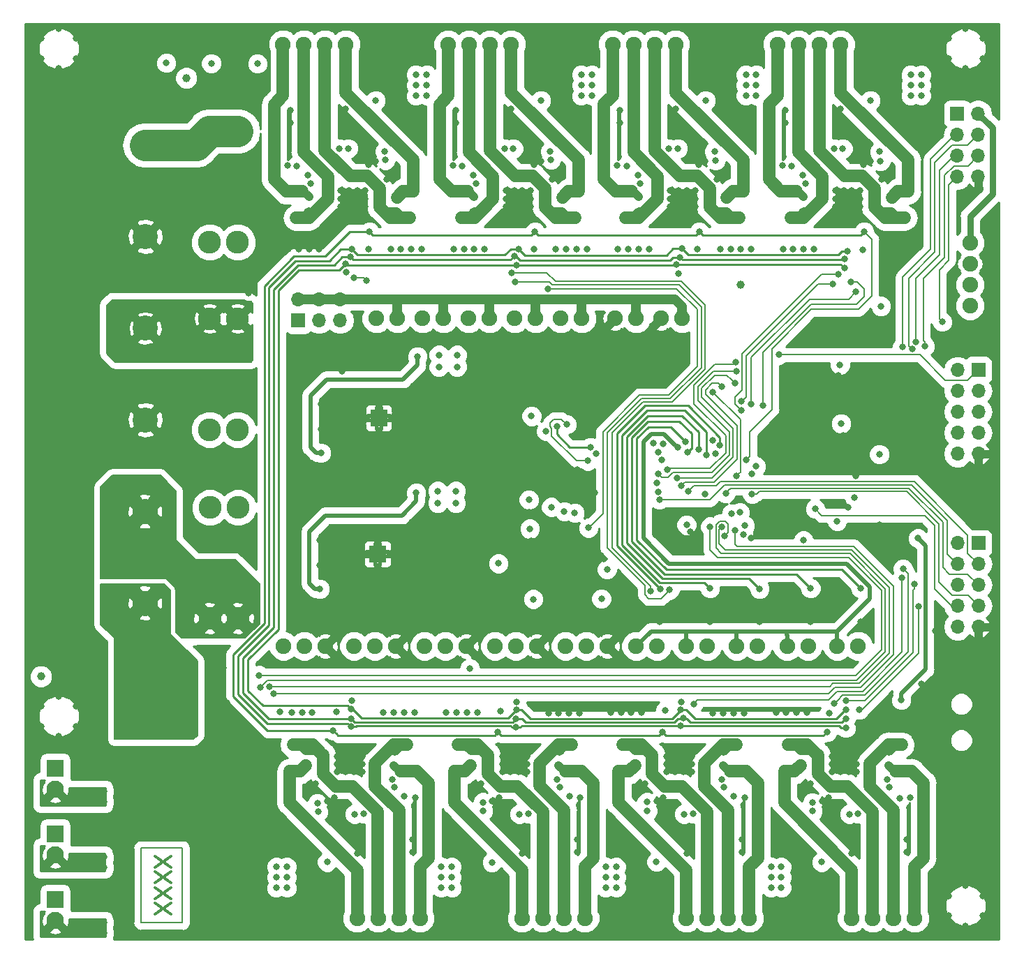
<source format=gbl>
G04 #@! TF.GenerationSoftware,KiCad,Pcbnew,(5.0.0)*
G04 #@! TF.CreationDate,2018-10-21T23:28:39-04:00*
G04 #@! TF.ProjectId,Voron_Klipper_Board,566F726F6E5F4B6C69707065725F426F,A*
G04 #@! TF.SameCoordinates,Original*
G04 #@! TF.FileFunction,Copper,L4,Bot,Signal*
G04 #@! TF.FilePolarity,Positive*
%FSLAX46Y46*%
G04 Gerber Fmt 4.6, Leading zero omitted, Abs format (unit mm)*
G04 Created by KiCad (PCBNEW (5.0.0)) date 10/21/18 23:28:39*
%MOMM*%
%LPD*%
G01*
G04 APERTURE LIST*
G04 #@! TA.AperFunction,NonConductor*
%ADD10C,0.300000*%
G04 #@! TD*
G04 #@! TA.AperFunction,ComponentPad*
%ADD11C,1.905000*%
G04 #@! TD*
G04 #@! TA.AperFunction,BGAPad,CuDef*
%ADD12C,1.000000*%
G04 #@! TD*
G04 #@! TA.AperFunction,ComponentPad*
%ADD13C,3.048000*%
G04 #@! TD*
G04 #@! TA.AperFunction,ComponentPad*
%ADD14C,2.780000*%
G04 #@! TD*
G04 #@! TA.AperFunction,ComponentPad*
%ADD15O,1.700000X1.700000*%
G04 #@! TD*
G04 #@! TA.AperFunction,ComponentPad*
%ADD16R,1.700000X1.700000*%
G04 #@! TD*
G04 #@! TA.AperFunction,Conductor*
%ADD17R,2.100000X2.100000*%
G04 #@! TD*
G04 #@! TA.AperFunction,ViaPad*
%ADD18C,0.600000*%
G04 #@! TD*
G04 #@! TA.AperFunction,ComponentPad*
%ADD19C,2.100000*%
G04 #@! TD*
G04 #@! TA.AperFunction,ComponentPad*
%ADD20R,2.100000X2.100000*%
G04 #@! TD*
G04 #@! TA.AperFunction,ViaPad*
%ADD21C,0.800000*%
G04 #@! TD*
G04 #@! TA.AperFunction,Conductor*
%ADD22C,0.203200*%
G04 #@! TD*
G04 #@! TA.AperFunction,Conductor*
%ADD23C,0.508000*%
G04 #@! TD*
G04 #@! TA.AperFunction,Conductor*
%ADD24C,0.762000*%
G04 #@! TD*
G04 #@! TA.AperFunction,Conductor*
%ADD25C,1.100000*%
G04 #@! TD*
G04 #@! TA.AperFunction,Conductor*
%ADD26C,0.250000*%
G04 #@! TD*
G04 #@! TA.AperFunction,Conductor*
%ADD27C,1.524000*%
G04 #@! TD*
G04 #@! TA.AperFunction,Conductor*
%ADD28C,0.800000*%
G04 #@! TD*
G04 #@! TA.AperFunction,Conductor*
%ADD29C,1.000000*%
G04 #@! TD*
G04 #@! TA.AperFunction,Conductor*
%ADD30C,1.016000*%
G04 #@! TD*
G04 #@! TA.AperFunction,Conductor*
%ADD31C,0.254000*%
G04 #@! TD*
G04 #@! TA.AperFunction,Conductor*
%ADD32C,0.177800*%
G04 #@! TD*
G04 #@! TA.AperFunction,Conductor*
%ADD33C,0.889000*%
G04 #@! TD*
G04 #@! TA.AperFunction,Conductor*
%ADD34C,1.143000*%
G04 #@! TD*
G04 #@! TA.AperFunction,Conductor*
%ADD35C,3.810000*%
G04 #@! TD*
G04 #@! TA.AperFunction,Conductor*
%ADD36C,0.150000*%
G04 #@! TD*
G04 APERTURE END LIST*
D10*
X126654761Y-141976190D02*
X128654761Y-143309523D01*
X126654761Y-143309523D02*
X128654761Y-141976190D01*
X126654761Y-143880952D02*
X128654761Y-145214285D01*
X126654761Y-145214285D02*
X128654761Y-143880952D01*
X126654761Y-145785714D02*
X128654761Y-147119047D01*
X126654761Y-147119047D02*
X128654761Y-145785714D01*
X126654761Y-147690476D02*
X128654761Y-149023809D01*
X126654761Y-149023809D02*
X128654761Y-147690476D01*
D11*
G04 #@! TO.P,J8,4*
G04 #@! TO.N,Z0_OA2*
X158810000Y-149500000D03*
G04 #@! TO.P,J8,3*
G04 #@! TO.N,Z0_OA1*
X156270000Y-149500000D03*
G04 #@! TO.P,J8,2*
G04 #@! TO.N,Z0_OB1*
X153730000Y-149500000D03*
G04 #@! TO.P,J8,1*
G04 #@! TO.N,Z0_OB2*
X151190000Y-149500000D03*
G04 #@! TD*
G04 #@! TO.P,J17,1*
G04 #@! TO.N,+V_FAN*
X190610000Y-76740000D03*
G04 #@! TO.P,J17,2*
G04 #@! TO.N,GND*
X188070000Y-76740000D03*
G04 #@! TD*
G04 #@! TO.P,J18,1*
G04 #@! TO.N,+V_FAN*
X185028000Y-76740000D03*
G04 #@! TO.P,J18,2*
G04 #@! TO.N,GND*
X182488000Y-76740000D03*
G04 #@! TD*
G04 #@! TO.P,J13,1*
G04 #@! TO.N,+V_FAN*
X178424000Y-76740000D03*
G04 #@! TO.P,J13,2*
G04 #@! TO.N,Net-(J13-Pad2)*
X175884000Y-76740000D03*
G04 #@! TD*
G04 #@! TO.P,J14,1*
G04 #@! TO.N,+V_FAN*
X172836000Y-76740000D03*
G04 #@! TO.P,J14,2*
G04 #@! TO.N,Net-(J14-Pad2)*
X170296000Y-76740000D03*
G04 #@! TD*
G04 #@! TO.P,J15,1*
G04 #@! TO.N,+V_FAN*
X167248000Y-76740000D03*
G04 #@! TO.P,J15,2*
G04 #@! TO.N,Net-(J15-Pad2)*
X164708000Y-76740000D03*
G04 #@! TD*
G04 #@! TO.P,J16,1*
G04 #@! TO.N,+V_FAN*
X161660000Y-76740000D03*
G04 #@! TO.P,J16,2*
G04 #@! TO.N,Net-(J16-Pad2)*
X159120000Y-76740000D03*
G04 #@! TD*
G04 #@! TO.P,J19,1*
G04 #@! TO.N,+V_FAN*
X156072000Y-76740000D03*
G04 #@! TO.P,J19,2*
G04 #@! TO.N,Net-(J19-Pad2)*
X153532000Y-76740000D03*
G04 #@! TD*
G04 #@! TO.P,J21,1*
G04 #@! TO.N,VREF*
X191130000Y-116500000D03*
G04 #@! TO.P,J21,2*
G04 #@! TO.N,Net-(J21-Pad2)*
X193670000Y-116500000D03*
G04 #@! TD*
G04 #@! TO.P,J22,1*
G04 #@! TO.N,VREF*
X197230000Y-116500000D03*
G04 #@! TO.P,J22,2*
G04 #@! TO.N,Net-(J22-Pad2)*
X199770000Y-116500000D03*
G04 #@! TD*
G04 #@! TO.P,J23,1*
G04 #@! TO.N,VREF*
X203340000Y-116500000D03*
G04 #@! TO.P,J23,2*
G04 #@! TO.N,Net-(J23-Pad2)*
X205880000Y-116500000D03*
G04 #@! TD*
G04 #@! TO.P,J24,1*
G04 #@! TO.N,VREF*
X209430000Y-116500000D03*
G04 #@! TO.P,J24,2*
G04 #@! TO.N,Net-(J24-Pad2)*
X211970000Y-116500000D03*
G04 #@! TD*
G04 #@! TO.P,J20,1*
G04 #@! TO.N,VREF*
X185030000Y-116500000D03*
G04 #@! TO.P,J20,2*
G04 #@! TO.N,Net-(J20-Pad2)*
X187570000Y-116500000D03*
G04 #@! TD*
G04 #@! TO.P,J33,3*
G04 #@! TO.N,GND*
X181540000Y-116500000D03*
G04 #@! TO.P,J33,1*
G04 #@! TO.N,Net-(D10-Pad1)*
X176460000Y-116500000D03*
G04 #@! TO.P,J33,2*
G04 #@! TO.N,+3.3V*
X179000000Y-116500000D03*
G04 #@! TD*
G04 #@! TO.P,J31,3*
G04 #@! TO.N,GND*
X172990000Y-116500000D03*
G04 #@! TO.P,J31,1*
G04 #@! TO.N,Net-(D8-Pad1)*
X167910000Y-116500000D03*
G04 #@! TO.P,J31,2*
G04 #@! TO.N,+3.3V*
X170450000Y-116500000D03*
G04 #@! TD*
G04 #@! TO.P,J32,3*
G04 #@! TO.N,GND*
X164440000Y-116500000D03*
G04 #@! TO.P,J32,1*
G04 #@! TO.N,Net-(D9-Pad1)*
X159360000Y-116500000D03*
G04 #@! TO.P,J32,2*
G04 #@! TO.N,+12V*
X161900000Y-116500000D03*
G04 #@! TD*
G04 #@! TO.P,J30,3*
G04 #@! TO.N,GND*
X155890000Y-116500000D03*
G04 #@! TO.P,J30,1*
G04 #@! TO.N,Net-(D6-Pad1)*
X150810000Y-116500000D03*
G04 #@! TO.P,J30,2*
G04 #@! TO.N,+3.3V*
X153350000Y-116500000D03*
G04 #@! TD*
G04 #@! TO.P,J29,3*
G04 #@! TO.N,GND*
X147340000Y-116500000D03*
G04 #@! TO.P,J29,1*
G04 #@! TO.N,Net-(D5-Pad1)*
X142260000Y-116500000D03*
G04 #@! TO.P,J29,2*
G04 #@! TO.N,+3.3V*
X144800000Y-116500000D03*
G04 #@! TD*
G04 #@! TO.P,J4,4*
G04 #@! TO.N,X_OA2*
X142190000Y-43500000D03*
G04 #@! TO.P,J4,3*
G04 #@! TO.N,X_OA1*
X144730000Y-43500000D03*
G04 #@! TO.P,J4,2*
G04 #@! TO.N,X_OB1*
X147270000Y-43500000D03*
G04 #@! TO.P,J4,1*
G04 #@! TO.N,X_OB2*
X149810000Y-43500000D03*
G04 #@! TD*
G04 #@! TO.P,J5,4*
G04 #@! TO.N,Y_OA2*
X162240000Y-43500000D03*
G04 #@! TO.P,J5,3*
G04 #@! TO.N,Y_OA1*
X164780000Y-43500000D03*
G04 #@! TO.P,J5,2*
G04 #@! TO.N,Y_OB1*
X167320000Y-43500000D03*
G04 #@! TO.P,J5,1*
G04 #@! TO.N,Y_OB2*
X169860000Y-43500000D03*
G04 #@! TD*
G04 #@! TO.P,J6,4*
G04 #@! TO.N,E0_OA2*
X182190000Y-43500000D03*
G04 #@! TO.P,J6,3*
G04 #@! TO.N,E0_OA1*
X184730000Y-43500000D03*
G04 #@! TO.P,J6,2*
G04 #@! TO.N,E0_OB1*
X187270000Y-43500000D03*
G04 #@! TO.P,J6,1*
G04 #@! TO.N,E0_OB2*
X189810000Y-43500000D03*
G04 #@! TD*
G04 #@! TO.P,J7,4*
G04 #@! TO.N,E1_OA2*
X202190000Y-43500000D03*
G04 #@! TO.P,J7,3*
G04 #@! TO.N,E1_OA1*
X204730000Y-43500000D03*
G04 #@! TO.P,J7,2*
G04 #@! TO.N,E1_OB1*
X207270000Y-43500000D03*
G04 #@! TO.P,J7,1*
G04 #@! TO.N,E1_OB2*
X209810000Y-43500000D03*
G04 #@! TD*
G04 #@! TO.P,J3,4*
G04 #@! TO.N,+5V*
X225525000Y-67570000D03*
G04 #@! TO.P,J3,3*
G04 #@! TO.N,GND*
X225525000Y-70110000D03*
G04 #@! TO.P,J3,2*
G04 #@! TO.N,PD_RX_RRFGD_BUZ*
X225525000Y-72650000D03*
G04 #@! TO.P,J3,1*
G04 #@! TO.N,PD_TX_RRFGD_BTN_ENC*
X225525000Y-75190000D03*
G04 #@! TD*
G04 #@! TO.P,J11,4*
G04 #@! TO.N,Z3_OA2*
X218810000Y-149500000D03*
G04 #@! TO.P,J11,3*
G04 #@! TO.N,Z3_OA1*
X216270000Y-149500000D03*
G04 #@! TO.P,J11,2*
G04 #@! TO.N,Z3_OB1*
X213730000Y-149500000D03*
G04 #@! TO.P,J11,1*
G04 #@! TO.N,Z3_OB2*
X211190000Y-149500000D03*
G04 #@! TD*
G04 #@! TO.P,J10,4*
G04 #@! TO.N,Z2_OA2*
X198750000Y-149500000D03*
G04 #@! TO.P,J10,3*
G04 #@! TO.N,Z2_OA1*
X196210000Y-149500000D03*
G04 #@! TO.P,J10,2*
G04 #@! TO.N,Z2_OB1*
X193670000Y-149500000D03*
G04 #@! TO.P,J10,1*
G04 #@! TO.N,Z2_OB2*
X191130000Y-149500000D03*
G04 #@! TD*
G04 #@! TO.P,J9,4*
G04 #@! TO.N,Z1_OA2*
X178810000Y-149500000D03*
G04 #@! TO.P,J9,3*
G04 #@! TO.N,Z1_OA1*
X176270000Y-149500000D03*
G04 #@! TO.P,J9,2*
G04 #@! TO.N,Z1_OB1*
X173730000Y-149500000D03*
G04 #@! TO.P,J9,1*
G04 #@! TO.N,Z1_OB2*
X171190000Y-149500000D03*
G04 #@! TD*
D12*
G04 #@! TO.P,FID1,~*
G04 #@! TO.N,N/C*
X130475000Y-47575000D03*
G04 #@! TD*
G04 #@! TO.P,FID3,~*
G04 #@! TO.N,N/C*
X112850000Y-120175000D03*
G04 #@! TD*
G04 #@! TO.P,FID2,~*
G04 #@! TO.N,N/C*
X197750000Y-72650000D03*
G04 #@! TD*
D13*
G04 #@! TO.P,J25,6*
G04 #@! TO.N,BED_SWITCH*
X125500000Y-111313000D03*
G04 #@! TO.P,J25,5*
G04 #@! TO.N,VBED_FUSED*
X125500000Y-100187800D03*
G04 #@! TO.P,J25,4*
G04 #@! TO.N,GND*
X125500000Y-89062600D03*
G04 #@! TO.P,J25,3*
G04 #@! TO.N,+VIN*
X125500000Y-77937400D03*
G04 #@! TO.P,J25,2*
G04 #@! TO.N,GND*
X125500000Y-66812200D03*
G04 #@! TO.P,J25,1*
G04 #@! TO.N,VMOT*
X125500000Y-55687000D03*
G04 #@! TD*
D14*
G04 #@! TO.P,F3,2*
G04 #@! TO.N,VBED_FUSED*
X133350000Y-113156000D03*
X136750000Y-113156000D03*
G04 #@! TO.P,F3,1*
G04 #@! TO.N,+VIN*
X133350000Y-99694000D03*
X136750000Y-99694000D03*
G04 #@! TD*
D15*
G04 #@! TO.P,J1,10*
G04 #@! TO.N,+5V*
X224010000Y-93160000D03*
G04 #@! TO.P,J1,9*
G04 #@! TO.N,GND*
X226550000Y-93160000D03*
G04 #@! TO.P,J1,8*
G04 #@! TO.N,N/C*
X224010000Y-90620000D03*
G04 #@! TO.P,J1,7*
X226550000Y-90620000D03*
G04 #@! TO.P,J1,6*
X224010000Y-88080000D03*
G04 #@! TO.P,J1,5*
G04 #@! TO.N,RRFGD_LCD4*
X226550000Y-88080000D03*
G04 #@! TO.P,J1,4*
G04 #@! TO.N,RRFGD_LCDRS*
X224010000Y-85540000D03*
G04 #@! TO.P,J1,3*
G04 #@! TO.N,RRFGD_LCDE*
X226550000Y-85540000D03*
G04 #@! TO.P,J1,2*
G04 #@! TO.N,PD_TX_RRFGD_BTN_ENC*
X224010000Y-83000000D03*
D16*
G04 #@! TO.P,J1,1*
G04 #@! TO.N,PD_RX_RRFGD_BUZ*
X226550000Y-83000000D03*
G04 #@! TD*
D15*
G04 #@! TO.P,J2,10*
G04 #@! TO.N,N/C*
X224010000Y-114160000D03*
G04 #@! TO.P,J2,9*
G04 #@! TO.N,GND*
X226550000Y-114160000D03*
G04 #@! TO.P,J2,8*
G04 #@! TO.N,RESETN*
X224010000Y-111620000D03*
G04 #@! TO.P,J2,7*
G04 #@! TO.N,RRFGD_SDDET*
X226550000Y-111620000D03*
G04 #@! TO.P,J2,6*
G04 #@! TO.N,SPI_SDO*
X224010000Y-109080000D03*
G04 #@! TO.P,J2,5*
G04 #@! TO.N,RRFGD_BTN_EN2*
X226550000Y-109080000D03*
G04 #@! TO.P,J2,4*
G04 #@! TO.N,RRFGD_SDCSEL*
X224010000Y-106540000D03*
G04 #@! TO.P,J2,3*
G04 #@! TO.N,RRFGD_BTN_EN1*
X226550000Y-106540000D03*
G04 #@! TO.P,J2,2*
G04 #@! TO.N,SPI_CLK*
X224010000Y-104000000D03*
D16*
G04 #@! TO.P,J2,1*
G04 #@! TO.N,SPI_SDI*
X226550000Y-104000000D03*
G04 #@! TD*
D17*
G04 #@! TO.N,GND*
G04 #@! TO.C,U19*
X153670000Y-105330000D03*
D18*
X154420000Y-106080000D03*
X152920000Y-106080000D03*
X154420000Y-104580000D03*
X152920000Y-104580000D03*
X153670000Y-105330000D03*
G04 #@! TD*
D15*
G04 #@! TO.P,J12,6*
G04 #@! TO.N,+V_FAN*
X149130000Y-74410000D03*
G04 #@! TO.P,J12,5*
G04 #@! TO.N,+5V*
X149130000Y-76950000D03*
G04 #@! TO.P,J12,4*
G04 #@! TO.N,+V_FAN*
X146590000Y-74410000D03*
G04 #@! TO.P,J12,3*
G04 #@! TO.N,+12V*
X146590000Y-76950000D03*
G04 #@! TO.P,J12,2*
G04 #@! TO.N,+V_FAN*
X144050000Y-74410000D03*
D16*
G04 #@! TO.P,J12,1*
G04 #@! TO.N,+VIN_FUSED*
X144050000Y-76950000D03*
G04 #@! TD*
D19*
G04 #@! TO.P,J27,2*
G04 #@! TO.N,Net-(D3-Pad1)*
X114580000Y-133900000D03*
D20*
G04 #@! TO.P,J27,1*
G04 #@! TO.N,+VIN_FUSED*
X114580000Y-131360000D03*
G04 #@! TD*
D19*
G04 #@! TO.P,J28,2*
G04 #@! TO.N,Net-(D4-Pad1)*
X114580000Y-149806000D03*
D20*
G04 #@! TO.P,J28,1*
G04 #@! TO.N,+VIN_FUSED*
X114580000Y-147266000D03*
G04 #@! TD*
D14*
G04 #@! TO.P,F1,2*
G04 #@! TO.N,VMOT_FUSED*
X133300000Y-67500000D03*
X136700000Y-67500000D03*
G04 #@! TO.P,F1,1*
G04 #@! TO.N,VMOT*
X133300000Y-54038000D03*
X136700000Y-54038000D03*
G04 #@! TD*
G04 #@! TO.P,F2,2*
G04 #@! TO.N,+VIN_FUSED*
X133300000Y-90231000D03*
X136700000Y-90231000D03*
G04 #@! TO.P,F2,1*
G04 #@! TO.N,+VIN*
X133300000Y-76769000D03*
X136700000Y-76769000D03*
G04 #@! TD*
D17*
G04 #@! TO.N,GND*
G04 #@! TO.C,U20*
X153810000Y-88820000D03*
D18*
X154560000Y-89570000D03*
X153060000Y-89570000D03*
X154560000Y-88070000D03*
X153060000Y-88070000D03*
X153810000Y-88820000D03*
G04 #@! TD*
D15*
G04 #@! TO.P,J36,8*
G04 #@! TO.N,GND*
X226525000Y-59520000D03*
G04 #@! TO.P,J36,7*
G04 #@! TO.N,EXP_I2C_RST*
X223985000Y-59520000D03*
G04 #@! TO.P,J36,6*
G04 #@! TO.N,EXP_I2C_SCL*
X226525000Y-56980000D03*
G04 #@! TO.P,J36,5*
G04 #@! TO.N,EXP_I2C_SDA*
X223985000Y-56980000D03*
G04 #@! TO.P,J36,4*
G04 #@! TO.N,EXP_I2C_INT*
X226525000Y-54440000D03*
G04 #@! TO.P,J36,3*
G04 #@! TO.N,EXP_I2C_OSCK*
X223985000Y-54440000D03*
G04 #@! TO.P,J36,2*
G04 #@! TO.N,+5V*
X226525000Y-51900000D03*
D16*
G04 #@! TO.P,J36,1*
G04 #@! TO.N,+3.3V*
X223985000Y-51900000D03*
G04 #@! TD*
D20*
G04 #@! TO.P,J26,1*
G04 #@! TO.N,+VIN_FUSED*
X114580000Y-139313000D03*
D19*
G04 #@! TO.P,J26,2*
G04 #@! TO.N,Net-(D2-Pad1)*
X114580000Y-141853000D03*
G04 #@! TD*
D21*
G04 #@! TO.N,GND*
X225000000Y-145575000D03*
X222899022Y-146788000D03*
X222899022Y-149214000D03*
X225000000Y-150427000D03*
X227100978Y-149214000D03*
X227100978Y-146788000D03*
X134100000Y-131500000D03*
X136525000Y-45800000D03*
X130975000Y-45800000D03*
X125200000Y-45800000D03*
X146660006Y-106670000D03*
X150960000Y-109420000D03*
X151960000Y-102145000D03*
X156560000Y-107645000D03*
X146660000Y-103620000D03*
X154910000Y-102145000D03*
X157860000Y-102145000D03*
X152100000Y-85635000D03*
X155050000Y-85635000D03*
X158000000Y-85635000D03*
X169850000Y-52800000D03*
X142850000Y-68350000D03*
X145350000Y-68350000D03*
X216166666Y-124600000D03*
X217933332Y-124600000D03*
X208400000Y-134875000D03*
X205750000Y-124550000D03*
X203250000Y-124550000D03*
X211200000Y-140200000D03*
X217900000Y-140000000D03*
X202000000Y-124550000D03*
X217900000Y-141500000D03*
X211200000Y-141650000D03*
X204500000Y-124550000D03*
X171200000Y-141650000D03*
X161300000Y-151550000D03*
X177900000Y-140000000D03*
X177900000Y-141500000D03*
X167550000Y-150300000D03*
X171200000Y-140200000D03*
X168800000Y-150300000D03*
X168400000Y-134875000D03*
X162550000Y-151550000D03*
X162550000Y-150300000D03*
X161300000Y-150300000D03*
X165400000Y-133900000D03*
X168800000Y-151550000D03*
X167550000Y-149050000D03*
X167575000Y-135300000D03*
X168800000Y-149050000D03*
X161300000Y-149050000D03*
X166175000Y-133150000D03*
X167550000Y-151550000D03*
X168800000Y-147800000D03*
X162550000Y-149050000D03*
X188350000Y-134875000D03*
X181950000Y-124550000D03*
X197850000Y-140000000D03*
X183200000Y-124550000D03*
X191150000Y-141650000D03*
X184450000Y-124550000D03*
X191150000Y-140200000D03*
X197850000Y-141500000D03*
X185700000Y-124550000D03*
X181250000Y-150300000D03*
X187500000Y-149050000D03*
X182500000Y-149050000D03*
X181250000Y-149050000D03*
X187500000Y-151550000D03*
X181250000Y-151550000D03*
X182500000Y-151550000D03*
X187500000Y-150300000D03*
X182500000Y-150300000D03*
X186125000Y-133150000D03*
X185350000Y-133900000D03*
X187525000Y-135300000D03*
X201300000Y-151550000D03*
X207550000Y-150300000D03*
X208800000Y-150300000D03*
X202550000Y-151550000D03*
X202550000Y-150300000D03*
X201300000Y-150300000D03*
X207550000Y-149050000D03*
X202550000Y-149050000D03*
X208800000Y-149050000D03*
X208800000Y-147800000D03*
X201300000Y-149050000D03*
X208800000Y-151550000D03*
X207550000Y-151550000D03*
X207575000Y-135300000D03*
X145750000Y-124550000D03*
X143250000Y-124550000D03*
X151200000Y-140200000D03*
X157900000Y-140000000D03*
X148400000Y-134875000D03*
X147550000Y-150300000D03*
X151200000Y-141650000D03*
X144500000Y-124550000D03*
X141300000Y-150300000D03*
X148800000Y-147800000D03*
X141300000Y-149050000D03*
X147550000Y-151550000D03*
X148800000Y-151550000D03*
X148800000Y-149050000D03*
X142550000Y-150300000D03*
X157900000Y-141500000D03*
X142550000Y-149050000D03*
X142550000Y-151550000D03*
X147550000Y-149050000D03*
X141300000Y-151550000D03*
X148800000Y-150300000D03*
X147575000Y-135300000D03*
X145400000Y-133900000D03*
X146175000Y-133150000D03*
X206175000Y-133150000D03*
X205400000Y-133900000D03*
X211800000Y-129850000D03*
X210800000Y-129850000D03*
X211800000Y-131750000D03*
X210800000Y-128900000D03*
X211800000Y-128900000D03*
X210800000Y-131750000D03*
X210800000Y-130800000D03*
X218250000Y-134850000D03*
X171800000Y-128900000D03*
X169800000Y-131750000D03*
X168800000Y-128900000D03*
X170800000Y-129850000D03*
X170800000Y-131750000D03*
X178250000Y-134850000D03*
X168800000Y-131750000D03*
X169800000Y-128900000D03*
X168800000Y-130800000D03*
X168800000Y-129850000D03*
X169800000Y-130800000D03*
X169800000Y-131750000D03*
X171800000Y-129850000D03*
X170800000Y-130800000D03*
X169800000Y-129850000D03*
X171800000Y-131750000D03*
X171800000Y-130800000D03*
X170800000Y-128900000D03*
X169800000Y-131750000D03*
X208800000Y-131750000D03*
X209800000Y-129850000D03*
X209800000Y-130800000D03*
X209800000Y-128900000D03*
X209800000Y-131750000D03*
X208800000Y-130800000D03*
X209800000Y-131750000D03*
X209800000Y-131750000D03*
X208800000Y-129850000D03*
X208800000Y-128900000D03*
X211800000Y-130800000D03*
X190750000Y-128900000D03*
X191750000Y-128900000D03*
X190750000Y-131750000D03*
X191750000Y-131750000D03*
X198200000Y-134850000D03*
X188750000Y-131750000D03*
X189750000Y-129850000D03*
X190750000Y-129850000D03*
X189750000Y-130800000D03*
X189750000Y-128900000D03*
X190750000Y-130800000D03*
X189750000Y-131750000D03*
X191750000Y-129850000D03*
X189750000Y-131750000D03*
X188750000Y-129850000D03*
X188750000Y-130800000D03*
X189750000Y-131750000D03*
X191750000Y-130800000D03*
X188750000Y-128900000D03*
X150800000Y-131750000D03*
X151800000Y-129850000D03*
X151800000Y-131750000D03*
X158250000Y-134850000D03*
X151800000Y-128900000D03*
X150800000Y-129850000D03*
X150800000Y-128900000D03*
X150800000Y-130800000D03*
X149800000Y-128900000D03*
X149800000Y-131750000D03*
X149800000Y-131750000D03*
X151800000Y-130800000D03*
X149800000Y-131750000D03*
X148800000Y-130800000D03*
X149800000Y-129850000D03*
X148800000Y-129850000D03*
X148800000Y-131750000D03*
X149800000Y-130800000D03*
X148800000Y-128900000D03*
X172650000Y-58125000D03*
X169250000Y-63150000D03*
X170250000Y-63150000D03*
X169250000Y-61250000D03*
X170250000Y-64100000D03*
X169250000Y-64100000D03*
X170250000Y-61250000D03*
X170250000Y-62200000D03*
X162800000Y-58150000D03*
X163150000Y-53000000D03*
X163150000Y-51500000D03*
X169850000Y-51350000D03*
X172250000Y-61250000D03*
X171250000Y-63150000D03*
X171250000Y-62200000D03*
X171250000Y-64100000D03*
X171250000Y-61250000D03*
X172250000Y-62200000D03*
X171250000Y-61250000D03*
X171250000Y-61250000D03*
X172250000Y-63150000D03*
X172250000Y-64100000D03*
X169250000Y-62200000D03*
X179750000Y-41450000D03*
X173500000Y-42700000D03*
X172250000Y-42700000D03*
X178500000Y-41450000D03*
X178500000Y-42700000D03*
X179750000Y-42700000D03*
X173500000Y-43950000D03*
X178500000Y-43950000D03*
X172250000Y-43950000D03*
X172250000Y-45200000D03*
X179750000Y-43950000D03*
X172250000Y-41450000D03*
X173500000Y-41450000D03*
X173475000Y-57700000D03*
X174875000Y-59850000D03*
X175650000Y-59100000D03*
X182850000Y-68350000D03*
X185350000Y-68350000D03*
X192600000Y-58125000D03*
X189200000Y-63150000D03*
X190200000Y-63150000D03*
X189200000Y-61250000D03*
X190200000Y-64100000D03*
X189200000Y-64100000D03*
X190200000Y-61250000D03*
X190200000Y-62200000D03*
X182750000Y-58150000D03*
X189800000Y-52800000D03*
X183100000Y-53000000D03*
X183100000Y-51500000D03*
X189800000Y-51350000D03*
X192200000Y-61250000D03*
X191200000Y-63150000D03*
X191200000Y-62200000D03*
X191200000Y-64100000D03*
X191200000Y-61250000D03*
X192200000Y-62200000D03*
X191200000Y-61250000D03*
X191200000Y-61250000D03*
X192200000Y-63150000D03*
X192200000Y-64100000D03*
X189200000Y-62200000D03*
X199700000Y-41450000D03*
X193450000Y-42700000D03*
X192200000Y-42700000D03*
X198450000Y-41450000D03*
X198450000Y-42700000D03*
X199700000Y-42700000D03*
X193450000Y-43950000D03*
X198450000Y-43950000D03*
X192200000Y-43950000D03*
X192200000Y-45200000D03*
X199700000Y-43950000D03*
X192200000Y-41450000D03*
X193450000Y-41450000D03*
X193425000Y-57700000D03*
X194825000Y-59850000D03*
X195600000Y-59100000D03*
X212600000Y-58125000D03*
X209200000Y-63150000D03*
X210200000Y-63150000D03*
X209200000Y-61250000D03*
X210200000Y-64100000D03*
X209200000Y-64100000D03*
X210200000Y-61250000D03*
X210200000Y-62200000D03*
X202750000Y-58150000D03*
X215250000Y-68450000D03*
X217750000Y-68450000D03*
X209800000Y-52800000D03*
X203100000Y-53000000D03*
X219000000Y-68450000D03*
X203100000Y-51500000D03*
X209800000Y-51350000D03*
X216500000Y-68450000D03*
X212200000Y-61250000D03*
X211200000Y-63150000D03*
X211200000Y-62200000D03*
X211200000Y-64100000D03*
X211200000Y-61250000D03*
X212200000Y-62200000D03*
X211200000Y-61250000D03*
X211200000Y-61250000D03*
X212200000Y-63150000D03*
X212200000Y-64100000D03*
X209200000Y-62200000D03*
X219700000Y-41450000D03*
X213450000Y-42700000D03*
X212200000Y-42700000D03*
X218450000Y-41450000D03*
X218450000Y-42700000D03*
X219700000Y-42700000D03*
X213450000Y-43950000D03*
X218450000Y-43950000D03*
X212200000Y-43950000D03*
X212200000Y-45200000D03*
X219700000Y-43950000D03*
X212200000Y-41450000D03*
X213450000Y-41450000D03*
X213425000Y-57700000D03*
X214825000Y-59850000D03*
X215600000Y-59100000D03*
X149200000Y-62200000D03*
X152200000Y-64100000D03*
X152200000Y-63150000D03*
X152200000Y-62200000D03*
X152200000Y-61250000D03*
X151200000Y-64100000D03*
X151200000Y-63150000D03*
X151200000Y-62200000D03*
X151200000Y-61250000D03*
X150200000Y-64100000D03*
X150200000Y-63150000D03*
X150200000Y-62200000D03*
X150200000Y-61250000D03*
X149200000Y-64100000D03*
X149200000Y-63150000D03*
X149200000Y-61250000D03*
X152600000Y-58125000D03*
X153425000Y-57700000D03*
X155600000Y-59100000D03*
X154825000Y-59850000D03*
X142750000Y-58150000D03*
X151200000Y-61250000D03*
X151200000Y-61250000D03*
X143100000Y-51500000D03*
X149800000Y-51350000D03*
X152200000Y-41450000D03*
X153450000Y-41450000D03*
X158450000Y-41450000D03*
X159700000Y-41450000D03*
X152200000Y-42700000D03*
X153450000Y-42700000D03*
X158450000Y-42700000D03*
X159700000Y-42700000D03*
X152200000Y-43950000D03*
X153450000Y-43950000D03*
X158450000Y-43950000D03*
X159700000Y-43950000D03*
X152200000Y-45200000D03*
X188750000Y-149050000D03*
X188750000Y-151550000D03*
X188750000Y-150300000D03*
X186600000Y-68350000D03*
X184100000Y-68350000D03*
X143100000Y-53000000D03*
X149800000Y-52800000D03*
X146600000Y-68350000D03*
X144100000Y-68350000D03*
X156700000Y-91135000D03*
X146800000Y-87110000D03*
X146800006Y-90160000D03*
X151100000Y-92910000D03*
X188100000Y-93900000D03*
X194300000Y-91500000D03*
X199000000Y-103400000D03*
X209600002Y-83649998D03*
X180000000Y-97875000D03*
X119550000Y-45850000D03*
X137050000Y-49350000D03*
X180157078Y-93135525D03*
X135900000Y-96250000D03*
X134100000Y-96250018D03*
X187550000Y-102750000D03*
X188300000Y-91950000D03*
X181600000Y-88000000D03*
X143400000Y-96400000D03*
X145100000Y-96400000D03*
X147250000Y-96950000D03*
X148900000Y-96950000D03*
X149350000Y-83125000D03*
X148750000Y-80750000D03*
X187900000Y-113550000D03*
X194000000Y-113550000D03*
X200000000Y-113550000D03*
X206200000Y-113550000D03*
X212300000Y-113550000D03*
X188750000Y-147800000D03*
X150500000Y-104950000D03*
X172050000Y-100250000D03*
X181075000Y-105950000D03*
X177875000Y-95091179D03*
X150600000Y-88425000D03*
X141840389Y-124461476D03*
X191653366Y-102645164D03*
X172275000Y-103750000D03*
X187575002Y-96675000D03*
X206600000Y-68295190D03*
X210706792Y-99679650D03*
X211675000Y-95850000D03*
X214525000Y-101800000D03*
X218050000Y-104875000D03*
X210175000Y-90925000D03*
X134950000Y-119149996D03*
X214564292Y-124822288D03*
X219613179Y-121063179D03*
X189725000Y-82000000D03*
X179325000Y-82000000D03*
X174125000Y-82000000D03*
X168750000Y-81999994D03*
X184525000Y-82000000D03*
X195600000Y-124623738D03*
X196850000Y-124623738D03*
X198100000Y-124623738D03*
X194350000Y-124623738D03*
X178150000Y-124623738D03*
X174400000Y-124623738D03*
X175650000Y-124623738D03*
X176900000Y-124623738D03*
X138000000Y-73675000D03*
X199099122Y-95558578D03*
X135370000Y-131500000D03*
X134100000Y-132770000D03*
X135370000Y-132770000D03*
X134100000Y-134040000D03*
X135370000Y-134040000D03*
X134100000Y-135310000D03*
X135370000Y-135310000D03*
X134100000Y-139450000D03*
X134100000Y-143260000D03*
X135370000Y-141990000D03*
X135370000Y-143260000D03*
X134100000Y-140720000D03*
X134100000Y-141990000D03*
X135370000Y-139450000D03*
X135370000Y-140720000D03*
X134100000Y-149940000D03*
X135370000Y-147400000D03*
X135370000Y-148670000D03*
X135370000Y-151210000D03*
X134100000Y-151210000D03*
X135370000Y-149940000D03*
X134100000Y-148670000D03*
X134100000Y-147400000D03*
X134100000Y-123400000D03*
X134100000Y-127210000D03*
X135370000Y-125940000D03*
X135370000Y-127210000D03*
X134100000Y-124670000D03*
X134100000Y-125940000D03*
X135370000Y-123400000D03*
X135370000Y-124670000D03*
X221308568Y-114672153D03*
X158150000Y-124520190D03*
X163250000Y-124520190D03*
X162000000Y-124520190D03*
X154400000Y-124520190D03*
X164500000Y-124520190D03*
X156900000Y-124520190D03*
X155650000Y-124520190D03*
X165750000Y-124520190D03*
X164150000Y-68320190D03*
X162900000Y-68320190D03*
X156500000Y-68320190D03*
X155250000Y-68320190D03*
X157750000Y-68320190D03*
X159000000Y-68320190D03*
X165400000Y-68320190D03*
X166650000Y-68320190D03*
X179050000Y-68370190D03*
X175300000Y-68370190D03*
X176550000Y-68370190D03*
X177800000Y-68370190D03*
X199000000Y-68295190D03*
X197750000Y-68295190D03*
X196500000Y-68295190D03*
X205350000Y-68295190D03*
X204100000Y-68295190D03*
X195250000Y-68295190D03*
X202850000Y-68295190D03*
X115000000Y-122575000D03*
X112899022Y-123788000D03*
X112899022Y-126214000D03*
X117100978Y-126214000D03*
X115000000Y-127427000D03*
X117100978Y-123788000D03*
X115000000Y-41575000D03*
X112899022Y-42788000D03*
X112899022Y-45214000D03*
X117100978Y-45214000D03*
X115000000Y-46427000D03*
X117100978Y-42788000D03*
X225000000Y-41575000D03*
X222899022Y-42788000D03*
X222899022Y-45214000D03*
X227100978Y-45214000D03*
X225000000Y-46427000D03*
X227100978Y-42788000D03*
G04 #@! TO.N,+5V*
X210900000Y-136875000D03*
X217025000Y-134975000D03*
X170900000Y-136875000D03*
X176925000Y-134725000D03*
X171975000Y-136850000D03*
X211975000Y-136850000D03*
X190850000Y-136875000D03*
X196875000Y-134725000D03*
X191925000Y-136850000D03*
X150900000Y-136875000D03*
X156925000Y-134750000D03*
X151975000Y-136850000D03*
X170150000Y-56125000D03*
X190100000Y-56125000D03*
X183875000Y-58275000D03*
X189025000Y-56150000D03*
X210100000Y-56125000D03*
X203875000Y-58275000D03*
X209025000Y-56150000D03*
X149025000Y-56150000D03*
X150100000Y-56125000D03*
X143875000Y-58275000D03*
X161100000Y-81160000D03*
X163300000Y-81160000D03*
X161100000Y-82610000D03*
X163300000Y-82610000D03*
X133500000Y-45800000D03*
X169075000Y-56150000D03*
X163925000Y-58275000D03*
X214725000Y-75250000D03*
X146800000Y-93050000D03*
X158500000Y-81400000D03*
X214525000Y-93225000D03*
G04 #@! TO.N,X_OA1*
X143775000Y-64525000D03*
X144700000Y-64425000D03*
X145375000Y-63800000D03*
G04 #@! TO.N,X_OA2*
X143425000Y-61325000D03*
X144525000Y-61325000D03*
X145350000Y-62025000D03*
G04 #@! TO.N,X_OB1*
X156000000Y-63750000D03*
X156650000Y-64400000D03*
X157575000Y-64525000D03*
G04 #@! TO.N,X_OB2*
X158000000Y-61325000D03*
X156950000Y-61325000D03*
X156025000Y-62050000D03*
G04 #@! TO.N,TMC_EN*
X172750000Y-66249988D03*
X212700000Y-66249988D03*
X192700000Y-66249988D03*
X154625000Y-57525000D03*
X174700000Y-57500000D03*
X152700000Y-66249988D03*
X168266161Y-126908823D03*
X208211767Y-126896971D03*
X188218573Y-126909114D03*
X214675002Y-57675000D03*
X194650000Y-57575000D03*
X206425000Y-135500000D03*
X186325000Y-135424996D03*
X166450000Y-135450000D03*
X146375000Y-135575000D03*
X148300000Y-126725000D03*
X198400000Y-93900000D03*
G04 #@! TO.N,SPI_SDO*
X174725000Y-99625000D03*
X170475000Y-126297191D03*
X150475000Y-126272191D03*
X190575000Y-68275002D03*
X210675000Y-68575000D03*
X170758741Y-68292165D03*
X150577390Y-68334996D03*
X190429410Y-126200000D03*
X210460421Y-126415911D03*
G04 #@! TO.N,SPI_SDI*
X210475000Y-125300000D03*
X170475000Y-125300000D03*
X150475000Y-125275000D03*
X190341756Y-69326183D03*
X176325000Y-100150000D03*
X170250000Y-69174998D03*
X210363016Y-69548660D03*
X150376313Y-69291910D03*
X190775000Y-125200000D03*
G04 #@! TO.N,SPI_CLK*
X210503212Y-124174878D03*
X150503719Y-124146281D03*
X177582017Y-100341584D03*
X190448318Y-124236858D03*
X170498318Y-124236858D03*
X170550000Y-70275000D03*
X189899996Y-70225000D03*
X210324998Y-70650000D03*
X149811381Y-70090013D03*
G04 #@! TO.N,STEP_X*
X150790000Y-71840000D03*
X152317221Y-72150000D03*
G04 #@! TO.N,+3.3V*
X212550000Y-68400000D03*
X166450000Y-136500000D03*
X186400000Y-136500000D03*
X174600000Y-56500000D03*
X214550000Y-56500000D03*
X154550000Y-56500000D03*
X187700000Y-93000000D03*
X174095000Y-90395000D03*
X172350000Y-88600000D03*
X152600000Y-68300000D03*
X139100000Y-45825000D03*
X194700000Y-93100000D03*
X209770002Y-82379998D03*
X191150000Y-101800000D03*
X209900000Y-89500000D03*
X188575000Y-124325000D03*
X181500000Y-107200000D03*
X208496495Y-124605608D03*
X168625000Y-124375000D03*
X187735164Y-97774545D03*
X205325000Y-103675000D03*
X211500000Y-98454812D03*
X148650006Y-124450000D03*
X164850000Y-119225000D03*
X194537883Y-56445473D03*
X187125000Y-91875000D03*
X206450723Y-136527474D03*
X146456202Y-136574434D03*
X199555997Y-94694066D03*
X209415361Y-101329410D03*
X172650000Y-68370190D03*
X192475002Y-68295190D03*
G04 #@! TO.N,VMOT_FUSED*
X161400000Y-145800000D03*
X162650000Y-145800000D03*
X161400000Y-143300000D03*
X161400000Y-144550000D03*
X162650000Y-144550000D03*
X162650000Y-143300000D03*
X175450000Y-132650000D03*
X175750000Y-133600000D03*
X201400000Y-144550000D03*
X182600000Y-143300000D03*
X181350000Y-143300000D03*
X201400000Y-145800000D03*
X182600000Y-144550000D03*
X181350000Y-145800000D03*
X202650000Y-143300000D03*
X202650000Y-145800000D03*
X201400000Y-143300000D03*
X202650000Y-144550000D03*
X181350000Y-144550000D03*
X182600000Y-145800000D03*
X195400000Y-132650000D03*
X195700000Y-133600000D03*
X215750000Y-133600000D03*
X215450000Y-132650000D03*
X142650000Y-144550000D03*
X141400000Y-145800000D03*
X141400000Y-143300000D03*
X142650000Y-143300000D03*
X155750000Y-133600000D03*
X155450000Y-132650000D03*
X142650000Y-145800000D03*
X141400000Y-144550000D03*
X179650000Y-48450000D03*
X179650000Y-47200000D03*
X178400000Y-49700000D03*
X178400000Y-47200000D03*
X179650000Y-49700000D03*
X178400000Y-48450000D03*
X165300000Y-59400000D03*
X165600000Y-60350000D03*
X199600000Y-48450000D03*
X199600000Y-47200000D03*
X198350000Y-49700000D03*
X198350000Y-47200000D03*
X199600000Y-49700000D03*
X198350000Y-48450000D03*
X185250000Y-59400000D03*
X185550000Y-60350000D03*
X219600000Y-48450000D03*
X219600000Y-47200000D03*
X218350000Y-49700000D03*
X219600000Y-49700000D03*
X205250000Y-59400000D03*
X205550000Y-60350000D03*
X158350000Y-48450000D03*
X159600000Y-48450000D03*
X158350000Y-49700000D03*
X218350000Y-47200000D03*
X218350000Y-48450000D03*
X158350000Y-47200000D03*
X159600000Y-49700000D03*
X159600000Y-47200000D03*
X145550000Y-60350000D03*
X145250000Y-59400000D03*
G04 #@! TO.N,VBED_FUSED*
X126975000Y-105000000D03*
X128245000Y-105000000D03*
X129515000Y-105000000D03*
X126975000Y-106270000D03*
X128245000Y-106270000D03*
X129515000Y-106270000D03*
X126975000Y-107540000D03*
X128245000Y-107540000D03*
X129515000Y-107540000D03*
G04 #@! TO.N,+12V*
X146660000Y-109560000D03*
X158360000Y-97910000D03*
X160960000Y-99120000D03*
X160960000Y-97670000D03*
X163160000Y-97670000D03*
X163160000Y-99120000D03*
X128050000Y-45750000D03*
X219233290Y-103425000D03*
X217200000Y-123050000D03*
G04 #@! TO.N,T0*
X187980357Y-109577010D03*
X195203505Y-92094392D03*
G04 #@! TO.N,T1*
X194000000Y-109500000D03*
X193550284Y-93324858D03*
G04 #@! TO.N,T2*
X200000000Y-109550000D03*
X192594464Y-92602768D03*
G04 #@! TO.N,T3*
X206200000Y-109500000D03*
X191300000Y-92975000D03*
G04 #@! TO.N,T4*
X212300012Y-109500000D03*
X191025000Y-91700000D03*
G04 #@! TO.N,ENDSTOP_X*
X172025000Y-98750000D03*
X193375000Y-98040780D03*
G04 #@! TO.N,ENDSTOP_Y*
X198050000Y-103000000D03*
X172150000Y-102250000D03*
G04 #@! TO.N,Z_PROBE*
X198234981Y-101882330D03*
X168325000Y-106475000D03*
G04 #@! TO.N,ENDSTOP_E0*
X196625000Y-100400000D03*
X172550000Y-110800000D03*
G04 #@! TO.N,ENDSTOP_E1*
X197594005Y-100269054D03*
X180825000Y-110750000D03*
G04 #@! TO.N,VREF*
X190100000Y-92400000D03*
G04 #@! TO.N,RRFGD_BTN_EN1*
X191373148Y-97730849D03*
G04 #@! TO.N,RRFGD_BTN_EN2*
X195900000Y-97950000D03*
G04 #@! TO.N,DIR_Y*
X174330000Y-73121946D03*
X179260300Y-102150532D03*
G04 #@! TO.N,DIR_E0*
X197000000Y-84600000D03*
X190000000Y-96100000D03*
G04 #@! TO.N,DIR_E1*
X199000000Y-87100000D03*
X211700000Y-73500000D03*
G04 #@! TO.N,STEP_E1*
X200400000Y-87300000D03*
X211073290Y-72300000D03*
G04 #@! TO.N,SPI_CS_E0*
X194361641Y-85659876D03*
X197198041Y-95863379D03*
G04 #@! TO.N,SPI_CS_Y*
X189109998Y-109680000D03*
X170400000Y-72320000D03*
G04 #@! TO.N,Y_OA1*
X164750000Y-64425000D03*
X163825000Y-64525000D03*
X165425000Y-63800000D03*
G04 #@! TO.N,Y_OA2*
X164575000Y-61325000D03*
X165400000Y-62025000D03*
X163475000Y-61325000D03*
G04 #@! TO.N,Y_OB2*
X178050000Y-61325000D03*
X177000000Y-61325000D03*
X176075000Y-62050000D03*
G04 #@! TO.N,Y_OB1*
X176700000Y-64400000D03*
X177625000Y-64525000D03*
X176050000Y-63750000D03*
G04 #@! TO.N,E0_OA1*
X184700000Y-64425000D03*
X183775000Y-64525000D03*
X185375000Y-63800000D03*
G04 #@! TO.N,E1_OA1*
X204700000Y-64425000D03*
X203775000Y-64525000D03*
X205375000Y-63800000D03*
G04 #@! TO.N,E0_OA2*
X184525000Y-61325000D03*
X185350000Y-62025000D03*
X183425000Y-61325000D03*
G04 #@! TO.N,E1_OA2*
X204525000Y-61325000D03*
X205350000Y-62025000D03*
X203425000Y-61325000D03*
G04 #@! TO.N,E0_OB2*
X198000000Y-61325000D03*
X196950000Y-61325000D03*
X196025000Y-62050000D03*
G04 #@! TO.N,E1_OB2*
X218000000Y-61325000D03*
X216950000Y-61325000D03*
X216025000Y-62050000D03*
G04 #@! TO.N,E0_OB1*
X196650000Y-64400000D03*
X197575000Y-64525000D03*
X196000000Y-63750000D03*
G04 #@! TO.N,E1_OB1*
X216650000Y-64400000D03*
X217575000Y-64525000D03*
X216000000Y-63750000D03*
G04 #@! TO.N,BED_SWITCH*
X127770000Y-119915000D03*
X129040000Y-118645000D03*
X130310000Y-119915000D03*
X127770000Y-118645000D03*
X126500000Y-119915000D03*
X129040000Y-119915000D03*
X130310000Y-118645000D03*
X126500000Y-118645000D03*
G04 #@! TO.N,Net-(D2-Pad1)*
X116700000Y-142100000D03*
X117970000Y-142100000D03*
X119240000Y-142100000D03*
X120510000Y-142100000D03*
X116700000Y-143370000D03*
X117970000Y-143370000D03*
X119240000Y-143370000D03*
X120510000Y-143370000D03*
G04 #@! TO.N,Net-(D3-Pad1)*
X116700000Y-134120000D03*
X117970000Y-134120000D03*
X119240000Y-134120000D03*
X120510000Y-134120000D03*
X116700000Y-135390000D03*
X117970000Y-135390000D03*
X119240000Y-135390000D03*
X120510000Y-135390000D03*
G04 #@! TO.N,Net-(D4-Pad1)*
X116700000Y-150050000D03*
X117970000Y-150050000D03*
X119240000Y-150050000D03*
X120510000Y-150050000D03*
X116700000Y-151320000D03*
X117970000Y-151320000D03*
X119240000Y-151320000D03*
X120510000Y-151320000D03*
G04 #@! TO.N,DIAG_X*
X153450000Y-50300000D03*
X149850000Y-71120782D03*
G04 #@! TO.N,DIAG_Y*
X173500000Y-50300000D03*
X186755624Y-109851610D03*
X169925000Y-71200000D03*
G04 #@! TO.N,DIAG_Z0*
X147550000Y-142700000D03*
X150525000Y-123150000D03*
G04 #@! TO.N,DIAG_Z1*
X167550000Y-142725000D03*
X170525000Y-123259410D03*
G04 #@! TO.N,DIR_Z3*
X209075000Y-123475000D03*
X217400000Y-107100000D03*
G04 #@! TO.N,SPI_CS_Z3*
X212105416Y-124194584D03*
X219297479Y-111700000D03*
G04 #@! TO.N,SPI_CS_Z2*
X192000000Y-123500000D03*
X217300002Y-108250000D03*
G04 #@! TO.N,Z0_OA1*
X156300000Y-128575000D03*
X157225000Y-128475000D03*
X155625000Y-129200000D03*
G04 #@! TO.N,Z1_OA1*
X175625000Y-129200000D03*
X177225000Y-128475000D03*
X176300000Y-128575000D03*
G04 #@! TO.N,Z0_OA2*
X156475000Y-131675000D03*
X155650000Y-130975000D03*
X157575000Y-131675000D03*
G04 #@! TO.N,Z1_OA2*
X177575000Y-131675000D03*
X176475000Y-131675000D03*
X175650000Y-130975000D03*
G04 #@! TO.N,Z0_OB2*
X144050000Y-131675000D03*
X144975000Y-130950000D03*
X143000000Y-131675000D03*
G04 #@! TO.N,Z1_OB2*
X164975000Y-130950000D03*
X163000000Y-131675000D03*
X164050000Y-131675000D03*
G04 #@! TO.N,Z0_OB1*
X144350000Y-128600000D03*
X143425000Y-128475000D03*
X145000000Y-129250000D03*
G04 #@! TO.N,Z1_OB1*
X164350000Y-128600000D03*
X163425000Y-128475000D03*
X165000000Y-129250000D03*
G04 #@! TO.N,Z2_OA1*
X197175000Y-128475000D03*
X196250000Y-128575000D03*
X195575000Y-129200000D03*
G04 #@! TO.N,Z2_OA2*
X195600000Y-130975000D03*
X197525000Y-131675000D03*
X196425000Y-131675000D03*
G04 #@! TO.N,Z2_OB2*
X184000000Y-131675000D03*
X184925000Y-130950000D03*
X182950000Y-131675000D03*
G04 #@! TO.N,Z2_OB1*
X184950000Y-129250000D03*
X184300000Y-128600000D03*
X183375000Y-128475000D03*
G04 #@! TO.N,DIAG_E0*
X193450000Y-50300000D03*
X190140000Y-71270000D03*
X190500000Y-97000000D03*
X195425000Y-85000000D03*
G04 #@! TO.N,DIAG_E1*
X213450000Y-50300000D03*
X197807212Y-87900000D03*
X209538604Y-71370189D03*
G04 #@! TO.N,DIAG_Z2*
X187500000Y-142675000D03*
X190475000Y-123259410D03*
G04 #@! TO.N,DIAG_Z3*
X210525000Y-123150000D03*
X207550000Y-142700000D03*
X218750000Y-108975000D03*
G04 #@! TO.N,Z3_OA1*
X215525000Y-129250000D03*
X215525000Y-129250000D03*
X215525000Y-129250000D03*
X217250000Y-128400000D03*
X216300000Y-128575000D03*
G04 #@! TO.N,Z3_OA2*
X216475000Y-131675000D03*
X215650000Y-130975000D03*
X217575000Y-131675000D03*
G04 #@! TO.N,Z3_OB2*
X203000000Y-131675000D03*
X204050000Y-131675000D03*
X204975000Y-130950000D03*
G04 #@! TO.N,Z3_OB1*
X204350000Y-128600000D03*
X203425000Y-128475000D03*
X205000000Y-129250000D03*
G04 #@! TO.N,SPI_CS_E1*
X208900000Y-72600000D03*
X197830416Y-86830416D03*
G04 #@! TO.N,FLASH_IO3*
X179500000Y-92400000D03*
X175400000Y-89800000D03*
G04 #@! TO.N,FLASH_SCK*
X176600000Y-89600000D03*
X179200000Y-94025004D03*
G04 #@! TO.N,BED*
X194025000Y-102000000D03*
X139300000Y-120025000D03*
G04 #@! TO.N,HOTEND0*
X195450000Y-102020000D03*
X140572984Y-121392371D03*
G04 #@! TO.N,HOTEND1*
X195800000Y-103100000D03*
X139459236Y-121509367D03*
G04 #@! TO.N,RESETN*
X206750000Y-99850000D03*
G04 #@! TO.N,PD_TX_RRFGD_BTN_ENC*
X188800000Y-95075000D03*
X197100000Y-82050000D03*
G04 #@! TO.N,PD_RX_RRFGD_BUZ*
X197200000Y-83175000D03*
X202350000Y-81150000D03*
X187700000Y-95600000D03*
G04 #@! TO.N,HEATED_CHAMBER*
X197050000Y-102430000D03*
X141028896Y-122257392D03*
G04 #@! TO.N,EXP_I2C_SCL*
X220050000Y-80125000D03*
G04 #@! TO.N,EXP_I2C_SDA*
X219000000Y-79575000D03*
G04 #@! TO.N,EXP_I2C_INT*
X218500000Y-80470590D03*
G04 #@! TO.N,EXP_I2C_OSCK*
X217325000Y-80225000D03*
G04 #@! TO.N,EXP_I2C_RST*
X222150000Y-77150000D03*
G04 #@! TO.N,RRFGD_SDDET*
X199100000Y-98029410D03*
G04 #@! TO.N,RRFGD_SDCSEL*
X187850000Y-98745590D03*
G04 #@! TD*
D22*
G04 #@! TO.N,*
X125000000Y-150000000D02*
X125000000Y-141000000D01*
X130000000Y-150000000D02*
X125000000Y-150000000D01*
X125000000Y-141000000D02*
X130000000Y-141000000D01*
X130000000Y-141000000D02*
X130000000Y-150000000D01*
D23*
G04 #@! TO.N,+5V*
X146234315Y-93050000D02*
X145550000Y-92365685D01*
X146800000Y-93050000D02*
X146234315Y-93050000D01*
X145550000Y-92365685D02*
X145550000Y-86100000D01*
X145550000Y-86100000D02*
X147500000Y-84150000D01*
X147500000Y-84150000D02*
X156750000Y-84150000D01*
X156750000Y-84150000D02*
X158500000Y-82400000D01*
X158500000Y-82400000D02*
X158500000Y-81400000D01*
D24*
X228250000Y-53625000D02*
X226525000Y-51900000D01*
X228250000Y-61625000D02*
X228250000Y-53625000D01*
X225525000Y-67570000D02*
X225525000Y-64350000D01*
X225525000Y-64350000D02*
X228250000Y-61625000D01*
D25*
G04 #@! TO.N,X_OA1*
X145325000Y-63800000D02*
X144700000Y-64425000D01*
D26*
X145375000Y-63800000D02*
X145325000Y-63800000D01*
D25*
X143875000Y-64425000D02*
X143775000Y-64525000D01*
X144700000Y-64425000D02*
X143875000Y-64425000D01*
D27*
X144730000Y-56586724D02*
X144730000Y-44847038D01*
X144730000Y-44847038D02*
X144730000Y-43500000D01*
X147650000Y-62250000D02*
X147650000Y-59506724D01*
X147650000Y-59506724D02*
X144730000Y-56586724D01*
X145375000Y-64525000D02*
X147650000Y-62250000D01*
X143775000Y-64525000D02*
X145375000Y-64525000D01*
D28*
G04 #@! TO.N,X_OA2*
X143425000Y-61325000D02*
X144525000Y-61325000D01*
D29*
X144650000Y-61325000D02*
X145350000Y-62025000D01*
D26*
X144525000Y-61325000D02*
X144650000Y-61325000D01*
D27*
X142190000Y-49740000D02*
X142190000Y-43500000D01*
X141150000Y-50780000D02*
X142190000Y-49740000D01*
X141150000Y-59900000D02*
X141150000Y-50780000D01*
X144525000Y-61325000D02*
X142575000Y-61325000D01*
X142575000Y-61325000D02*
X141150000Y-59900000D01*
D26*
G04 #@! TO.N,X_OB1*
X156775000Y-64525000D02*
X156650000Y-64400000D01*
D27*
X157009315Y-64525000D02*
X157575000Y-64525000D01*
X153975000Y-63275000D02*
X155225000Y-64525000D01*
X155225000Y-64525000D02*
X157009315Y-64525000D01*
D30*
X156650000Y-64400000D02*
X156000000Y-63750000D01*
X154450000Y-63750000D02*
X153975000Y-63275000D01*
X156000000Y-63750000D02*
X154450000Y-63750000D01*
D27*
X153950000Y-63250000D02*
X153975000Y-63275000D01*
X153950000Y-61000000D02*
X153950000Y-63250000D01*
X152425000Y-59475000D02*
X153950000Y-61000000D01*
X150350000Y-59475000D02*
X152425000Y-59475000D01*
X147270000Y-43500000D02*
X147270000Y-56395000D01*
X147270000Y-56395000D02*
X150350000Y-59475000D01*
D26*
G04 #@! TO.N,X_OB2*
X156950000Y-61325000D02*
X156750000Y-61325000D01*
D27*
X158000000Y-61325000D02*
X156950000Y-61325000D01*
X156750000Y-61325000D02*
X156025000Y-62050000D01*
X158000000Y-57525000D02*
X158000000Y-61325000D01*
X149810000Y-43500000D02*
X149810000Y-49335000D01*
X149810000Y-49335000D02*
X158000000Y-57525000D01*
D31*
G04 #@! TO.N,TMC_EN*
X192300001Y-66649987D02*
X192700000Y-66249988D01*
X173149999Y-66649987D02*
X192300001Y-66649987D01*
X172750000Y-66249988D02*
X173149999Y-66649987D01*
X212300001Y-66649987D02*
X212700000Y-66249988D01*
X193099999Y-66649987D02*
X212300001Y-66649987D01*
X192700000Y-66249988D02*
X193099999Y-66649987D01*
X153099999Y-66649987D02*
X172350001Y-66649987D01*
X172350001Y-66649987D02*
X172750000Y-66249988D01*
X152700000Y-66249988D02*
X153099999Y-66649987D01*
X188218573Y-126909114D02*
X187818574Y-127309113D01*
X187818574Y-127309113D02*
X168666451Y-127309113D01*
X168666451Y-127309113D02*
X168666160Y-127308822D01*
X168666160Y-127308822D02*
X168266161Y-126908823D01*
X188618572Y-127309113D02*
X207799625Y-127309113D01*
X207799625Y-127309113D02*
X207811768Y-127296970D01*
X207811768Y-127296970D02*
X208211767Y-126896971D01*
X188218573Y-126909114D02*
X188618572Y-127309113D01*
X167866162Y-127308822D02*
X148883822Y-127308822D01*
X148699999Y-127124999D02*
X148300000Y-126725000D01*
X148883822Y-127308822D02*
X148699999Y-127124999D01*
X168266161Y-126908823D02*
X167866162Y-127308822D01*
X140325000Y-126725000D02*
X147734315Y-126725000D01*
X147734315Y-126725000D02*
X148300000Y-126725000D01*
X136175000Y-122575000D02*
X140325000Y-126725000D01*
X150325012Y-66249988D02*
X147375000Y-69200000D01*
X147375000Y-69200000D02*
X143550000Y-69200000D01*
X136175000Y-117500000D02*
X136175000Y-122575000D01*
X143550000Y-69200000D02*
X139950000Y-72800000D01*
X139950000Y-72800000D02*
X139950000Y-113725000D01*
X152700000Y-66249988D02*
X150325012Y-66249988D01*
X139950000Y-113725000D02*
X136175000Y-117500000D01*
D22*
X198799999Y-93500001D02*
X198400000Y-93900000D01*
X198799999Y-90500001D02*
X198799999Y-93500001D01*
X201500000Y-87800000D02*
X198799999Y-90500001D01*
X212700000Y-66249988D02*
X213600000Y-67149988D01*
X213600000Y-67149988D02*
X213600000Y-74025000D01*
X213600000Y-74025000D02*
X212000000Y-75625000D01*
X212000000Y-75625000D02*
X206300000Y-75625000D01*
X206300000Y-75625000D02*
X201500000Y-80425000D01*
X201500000Y-80425000D02*
X201500000Y-87800000D01*
D31*
G04 #@! TO.N,SPI_SDO*
X171145706Y-126192170D02*
X209670995Y-126192170D01*
X170475000Y-126297191D02*
X171040685Y-126297191D01*
X171040685Y-126297191D02*
X171145706Y-126192170D01*
X209670995Y-126192170D02*
X209894736Y-126415911D01*
X209894736Y-126415911D02*
X210460421Y-126415911D01*
X151112876Y-126200000D02*
X151040685Y-126272191D01*
X169812124Y-126200000D02*
X151112876Y-126200000D01*
X151040685Y-126272191D02*
X150475000Y-126272191D01*
X170475000Y-126297191D02*
X169909315Y-126297191D01*
X169909315Y-126297191D02*
X169812124Y-126200000D01*
X149215004Y-68334996D02*
X150011705Y-68334996D01*
X143725000Y-69750000D02*
X147800000Y-69750000D01*
X140475000Y-73000000D02*
X143725000Y-69750000D01*
X150475000Y-126272191D02*
X150075001Y-125872192D01*
X140272192Y-125872192D02*
X136775000Y-122375000D01*
X150075001Y-125872192D02*
X140272192Y-125872192D01*
X136775000Y-122375000D02*
X136775000Y-117675000D01*
X150011705Y-68334996D02*
X150577390Y-68334996D01*
X147800000Y-69750000D02*
X149215004Y-68334996D01*
X136775000Y-117675000D02*
X140475000Y-113975000D01*
X140475000Y-113975000D02*
X140475000Y-73000000D01*
X150977389Y-68734995D02*
X150577390Y-68334996D01*
X151267394Y-69025000D02*
X150977389Y-68734995D01*
X169125000Y-69025000D02*
X151267394Y-69025000D01*
X170758741Y-68292165D02*
X169857835Y-68292165D01*
X169857835Y-68292165D02*
X169125000Y-69025000D01*
X171158740Y-68692164D02*
X170758741Y-68292165D01*
X171541576Y-69075000D02*
X171158740Y-68692164D01*
X188725000Y-69075000D02*
X171541576Y-69075000D01*
X189525000Y-68275000D02*
X188725000Y-69075000D01*
X190831102Y-68459554D02*
X190646548Y-68275000D01*
X190646548Y-68275000D02*
X189525000Y-68275000D01*
X210590656Y-68550000D02*
X210781102Y-68359554D01*
X210025000Y-68550000D02*
X210590656Y-68550000D01*
X209575000Y-69000000D02*
X210025000Y-68550000D01*
X190700000Y-68300000D02*
X191400000Y-69000000D01*
X191400000Y-69000000D02*
X209575000Y-69000000D01*
G04 #@! TO.N,SPI_SDI*
X209989641Y-125760359D02*
X210425000Y-125325000D01*
X191610359Y-125760359D02*
X209989641Y-125760359D01*
X190425000Y-125300000D02*
X191150000Y-125300000D01*
X191150000Y-125300000D02*
X191610359Y-125760359D01*
X189664641Y-125760359D02*
X190100000Y-125325000D01*
X190100000Y-125325000D02*
X190450000Y-125325000D01*
X171635359Y-125760359D02*
X189664641Y-125760359D01*
X170450000Y-125300000D02*
X171175000Y-125300000D01*
X171175000Y-125300000D02*
X171635359Y-125760359D01*
X170075001Y-125699999D02*
X170475000Y-125300000D01*
X170050000Y-125725000D02*
X170075001Y-125699999D01*
X150475000Y-125275000D02*
X150925000Y-125725000D01*
X150925000Y-125725000D02*
X170050000Y-125725000D01*
X149810628Y-69291910D02*
X150376313Y-69291910D01*
X149358090Y-69291910D02*
X149810628Y-69291910D01*
X148400000Y-70250000D02*
X149358090Y-69291910D01*
X144028234Y-70250000D02*
X148400000Y-70250000D01*
X140475000Y-125275000D02*
X137375000Y-122175000D01*
X150475000Y-125275000D02*
X140475000Y-125275000D01*
X137375000Y-122175000D02*
X137375000Y-117925000D01*
X137375000Y-117925000D02*
X141050000Y-114250000D01*
X141050000Y-114250000D02*
X141050000Y-73228234D01*
X141050000Y-73228234D02*
X144028234Y-70250000D01*
X150709403Y-69625000D02*
X150376313Y-69291910D01*
X170250000Y-69174998D02*
X169799998Y-69625000D01*
X169799998Y-69625000D02*
X150709403Y-69625000D01*
X170400002Y-69174998D02*
X170250000Y-69174998D01*
X190341756Y-69326183D02*
X189473817Y-69326183D01*
X189143178Y-69656822D02*
X170956822Y-69656822D01*
X189473817Y-69326183D02*
X189143178Y-69656822D01*
X170956822Y-69656822D02*
X170450000Y-69150000D01*
X170450000Y-69150000D02*
X170425000Y-69150000D01*
X170425000Y-69150000D02*
X170400002Y-69174998D01*
X210286676Y-69625000D02*
X210363016Y-69548660D01*
X190341756Y-69326183D02*
X190640573Y-69625000D01*
X190640573Y-69625000D02*
X210286676Y-69625000D01*
G04 #@! TO.N,SPI_CLK*
X189849996Y-70275000D02*
X189899996Y-70225000D01*
X170550000Y-70275000D02*
X189849996Y-70275000D01*
X189899996Y-70225000D02*
X209899998Y-70225000D01*
X209899998Y-70225000D02*
X209924999Y-70250001D01*
X209924999Y-70250001D02*
X210324998Y-70650000D01*
X170550000Y-70275000D02*
X149996368Y-70275000D01*
X149996368Y-70275000D02*
X149811381Y-70090013D01*
X191077543Y-124236858D02*
X191014003Y-124236858D01*
X191014003Y-124236858D02*
X190448318Y-124236858D01*
X192169233Y-125328548D02*
X191077543Y-124236858D01*
X210449796Y-124207710D02*
X209328958Y-125328548D01*
X209328958Y-125328548D02*
X192169233Y-125328548D01*
X190499592Y-124215420D02*
X189386464Y-125328548D01*
X189386464Y-125328548D02*
X172211319Y-125328548D01*
X171064003Y-124236858D02*
X170498318Y-124236858D01*
X172211319Y-125328548D02*
X171119629Y-124236858D01*
X171119629Y-124236858D02*
X171064003Y-124236858D01*
X170098319Y-124636857D02*
X170498318Y-124236858D01*
X169510176Y-125225000D02*
X170098319Y-124636857D01*
X151700000Y-125225000D02*
X169510176Y-125225000D01*
X150503719Y-124146281D02*
X150621281Y-124146281D01*
X150621281Y-124146281D02*
X151700000Y-125225000D01*
X149411382Y-70490012D02*
X149811381Y-70090013D01*
X149051394Y-70850000D02*
X149411382Y-70490012D01*
X144125000Y-70850000D02*
X149051394Y-70850000D01*
X141625000Y-73350000D02*
X144125000Y-70850000D01*
X150052637Y-123695199D02*
X139755871Y-123695199D01*
X139755871Y-123695199D02*
X137975000Y-121914328D01*
X137975000Y-121914328D02*
X137975000Y-118150000D01*
X150503719Y-124146281D02*
X150052637Y-123695199D01*
X137975000Y-118150000D02*
X141625000Y-114500000D01*
X141625000Y-114500000D02*
X141625000Y-73350000D01*
D32*
G04 #@! TO.N,STEP_X*
X152007221Y-71840000D02*
X152317221Y-72150000D01*
X150790000Y-71840000D02*
X152007221Y-71840000D01*
D33*
G04 #@! TO.N,+V_FAN*
X156082000Y-76402000D02*
X156150000Y-76334000D01*
X161670000Y-76354000D02*
X161650000Y-76334000D01*
X172846000Y-76338000D02*
X172850000Y-76334000D01*
X178434000Y-76400000D02*
X178500000Y-76334000D01*
X185038000Y-76372000D02*
X185000000Y-76334000D01*
D34*
X149130000Y-74410000D02*
X146590000Y-74410000D01*
X146590000Y-74410000D02*
X144050000Y-74410000D01*
X190610000Y-75310000D02*
X190610000Y-76740000D01*
X189710000Y-74410000D02*
X190610000Y-75310000D01*
D33*
X156072000Y-74438000D02*
X156100000Y-74410000D01*
D34*
X156072000Y-76740000D02*
X156072000Y-74438000D01*
X149130000Y-74410000D02*
X156100000Y-74410000D01*
X156100000Y-74410000D02*
X161650000Y-74410000D01*
D33*
X161650000Y-74450000D02*
X161650000Y-74410000D01*
X161600000Y-74500000D02*
X161650000Y-74450000D01*
D34*
X161660000Y-76740000D02*
X161660000Y-74560000D01*
D33*
X161660000Y-74560000D02*
X161600000Y-74500000D01*
X167248000Y-74462000D02*
X167300000Y-74410000D01*
D34*
X167248000Y-76740000D02*
X167248000Y-74462000D01*
X161650000Y-74410000D02*
X167300000Y-74410000D01*
X172836000Y-74496000D02*
X172750000Y-74410000D01*
X172836000Y-76740000D02*
X172836000Y-74496000D01*
X167300000Y-74410000D02*
X172750000Y-74410000D01*
X172750000Y-74410000D02*
X178400000Y-74410000D01*
D33*
X185028000Y-74488000D02*
X184950000Y-74410000D01*
D34*
X185028000Y-76740000D02*
X185028000Y-74488000D01*
X178400000Y-74410000D02*
X184950000Y-74410000D01*
X184950000Y-74410000D02*
X189710000Y-74410000D01*
D33*
X178440000Y-74450000D02*
X178400000Y-74410000D01*
X178450000Y-74450000D02*
X178440000Y-74450000D01*
D34*
X178424000Y-76740000D02*
X178424000Y-74476000D01*
D33*
X178424000Y-74476000D02*
X178450000Y-74450000D01*
D23*
G04 #@! TO.N,+12V*
X147360000Y-100660000D02*
X156610000Y-100660000D01*
X145410000Y-102610000D02*
X147360000Y-100660000D01*
X156610000Y-100660000D02*
X158360000Y-98910000D01*
X158360000Y-98910000D02*
X158360000Y-97910000D01*
X145410000Y-108875685D02*
X145410000Y-102610000D01*
X146660000Y-109560000D02*
X146094315Y-109560000D01*
X146094315Y-109560000D02*
X145410000Y-108875685D01*
X219633289Y-103824999D02*
X219233290Y-103425000D01*
X220129289Y-104320999D02*
X219633289Y-103824999D01*
X220129289Y-119305026D02*
X220129289Y-104320999D01*
X217200000Y-122234315D02*
X220129289Y-119305026D01*
X217200000Y-123050000D02*
X217200000Y-122234315D01*
D31*
G04 #@! TO.N,T0*
X195203505Y-91528707D02*
X195203505Y-92094392D01*
X182700000Y-104296653D02*
X182700000Y-90700000D01*
X187980357Y-109577010D02*
X182700000Y-104296653D01*
X186090000Y-87310000D02*
X191350000Y-87310000D01*
X191350000Y-87310000D02*
X195203505Y-91163505D01*
X182700000Y-90700000D02*
X186090000Y-87310000D01*
X195203505Y-91163505D02*
X195203505Y-91528707D01*
G04 #@! TO.N,T1*
X193550284Y-92759173D02*
X193550284Y-93324858D01*
X193550284Y-90510284D02*
X193550284Y-92759173D01*
X194000000Y-109500000D02*
X193325000Y-108825000D01*
X190910000Y-87870000D02*
X193550284Y-90510284D01*
X193325000Y-108825000D02*
X187925000Y-108825000D01*
X187925000Y-108825000D02*
X183300000Y-104200000D01*
X183300000Y-104200000D02*
X183300000Y-90900000D01*
X183300000Y-90900000D02*
X186330000Y-87870000D01*
X186330000Y-87870000D02*
X190910000Y-87870000D01*
G04 #@! TO.N,T2*
X183900000Y-91100000D02*
X186470000Y-88530000D01*
X186470000Y-88530000D02*
X190600000Y-88530000D01*
X190600000Y-88530000D02*
X192594464Y-90524464D01*
X188198988Y-108298988D02*
X183900000Y-104000000D01*
X200000000Y-109550000D02*
X198748988Y-108298988D01*
X192594464Y-90524464D02*
X192594464Y-92037083D01*
X183900000Y-104000000D02*
X183900000Y-91100000D01*
X198748988Y-108298988D02*
X188198988Y-108298988D01*
X192594464Y-92037083D02*
X192594464Y-92602768D01*
G04 #@! TO.N,T3*
X191699999Y-92575001D02*
X191300000Y-92975000D01*
X191749999Y-92525001D02*
X191699999Y-92575001D01*
X191749999Y-90699999D02*
X191749999Y-92525001D01*
X190290000Y-89240000D02*
X191749999Y-90699999D01*
X204475000Y-107775000D02*
X188475000Y-107775000D01*
X188475000Y-107775000D02*
X184500000Y-103800000D01*
X184500000Y-103800000D02*
X184500000Y-91200000D01*
X184500000Y-91200000D02*
X186460000Y-89240000D01*
X206200000Y-109500000D02*
X204475000Y-107775000D01*
X186460000Y-89240000D02*
X190290000Y-89240000D01*
G04 #@! TO.N,T4*
X190625001Y-91300001D02*
X191025000Y-91700000D01*
X210025012Y-107225000D02*
X188725000Y-107225000D01*
X212300012Y-109500000D02*
X210025012Y-107225000D01*
X188725000Y-107225000D02*
X185100000Y-103600000D01*
X185100000Y-103600000D02*
X185100000Y-91300000D01*
X185100000Y-91300000D02*
X186500000Y-89900000D01*
X189225000Y-89900000D02*
X190625001Y-91300001D01*
X186500000Y-89900000D02*
X189225000Y-89900000D01*
D23*
G04 #@! TO.N,VREF*
X185030000Y-116500000D02*
X186830000Y-114700000D01*
X191130000Y-114710000D02*
X191120000Y-114700000D01*
X191130000Y-116500000D02*
X191130000Y-114710000D01*
X186830000Y-114700000D02*
X191120000Y-114700000D01*
X197230000Y-115152962D02*
X197230000Y-114700000D01*
X197230000Y-116500000D02*
X197230000Y-115152962D01*
X191120000Y-114700000D02*
X197230000Y-114700000D01*
X203330000Y-115142962D02*
X203330000Y-114700000D01*
X203340000Y-115152962D02*
X203330000Y-115142962D01*
X203340000Y-116500000D02*
X203340000Y-115152962D01*
X197230000Y-114700000D02*
X203330000Y-114700000D01*
X209420000Y-115142962D02*
X209420000Y-114700000D01*
X209430000Y-115152962D02*
X209420000Y-115142962D01*
X209430000Y-116500000D02*
X209430000Y-115152962D01*
X203330000Y-114700000D02*
X209420000Y-114700000D01*
X209420000Y-114700000D02*
X213400000Y-110720000D01*
X213400000Y-110720000D02*
X213400000Y-109290000D01*
X213400000Y-109290000D02*
X210610000Y-106500000D01*
X210610000Y-106500000D02*
X189000000Y-106500000D01*
X186900000Y-90730000D02*
X188430000Y-90730000D01*
X188430000Y-90730000D02*
X189700001Y-92000001D01*
X189700001Y-92000001D02*
X190100000Y-92400000D01*
X185900000Y-91730000D02*
X186900000Y-90730000D01*
X185900000Y-103400000D02*
X185900000Y-91730000D01*
X189000000Y-106500000D02*
X185900000Y-103400000D01*
D22*
G04 #@! TO.N,RRFGD_BTN_EN1*
X225225000Y-105215000D02*
X226550000Y-106540000D01*
X191373148Y-97730849D02*
X192030996Y-97073001D01*
X194776999Y-97073001D02*
X195281811Y-96568189D01*
X195281811Y-96568189D02*
X218768189Y-96568189D01*
X192030996Y-97073001D02*
X194776999Y-97073001D01*
X218768189Y-96568189D02*
X225225000Y-103025000D01*
X225225000Y-103025000D02*
X225225000Y-105215000D01*
G04 #@! TO.N,RRFGD_BTN_EN2*
X196299999Y-97550001D02*
X195900000Y-97950000D01*
X196500000Y-97350000D02*
X196299999Y-97550001D01*
X225250000Y-107780000D02*
X223055000Y-107780000D01*
X226550000Y-109080000D02*
X225250000Y-107780000D01*
X223055000Y-107780000D02*
X222250000Y-106975000D01*
X222250000Y-106975000D02*
X222250000Y-101450000D01*
X222250000Y-101450000D02*
X218150000Y-97350000D01*
X218150000Y-97350000D02*
X196500000Y-97350000D01*
D32*
G04 #@! TO.N,DIR_Y*
X181000000Y-90475000D02*
X181000000Y-100410832D01*
X189931946Y-73121946D02*
X192440000Y-75630000D01*
X174330000Y-73121946D02*
X189931946Y-73121946D01*
X181000000Y-100410832D02*
X179660299Y-101750533D01*
X192440000Y-75630000D02*
X192440000Y-82585000D01*
X179660299Y-101750533D02*
X179260300Y-102150532D01*
X192440000Y-82585000D02*
X188975000Y-86050000D01*
X188975000Y-86050000D02*
X185425000Y-86050000D01*
X185425000Y-86050000D02*
X181000000Y-90475000D01*
D22*
G04 #@! TO.N,DIR_E0*
X194250000Y-96100000D02*
X196800000Y-93550000D01*
X196600001Y-84200001D02*
X197000000Y-84600000D01*
X190000000Y-96100000D02*
X194250000Y-96100000D01*
X196800000Y-93550000D02*
X196800000Y-90125000D01*
X196800000Y-90125000D02*
X192981011Y-86306011D01*
X192981011Y-86306011D02*
X192981011Y-85218989D01*
X196056011Y-83656011D02*
X196600001Y-84200001D01*
X194543989Y-83656011D02*
X196056011Y-83656011D01*
X192981011Y-85218989D02*
X194543989Y-83656011D01*
G04 #@! TO.N,DIR_E1*
X210800000Y-74400000D02*
X211700000Y-73500000D01*
X206050000Y-74400000D02*
X210800000Y-74400000D01*
X199000000Y-87100000D02*
X199000000Y-81450000D01*
X199000000Y-81450000D02*
X206050000Y-74400000D01*
G04 #@! TO.N,STEP_E1*
X211825000Y-72300000D02*
X211073290Y-72300000D01*
X200400000Y-80825000D02*
X206225000Y-75000000D01*
X200400000Y-87300000D02*
X200400000Y-80825000D01*
X211800000Y-75000000D02*
X212700000Y-74100000D01*
X212700000Y-74100000D02*
X212700000Y-73175000D01*
X206225000Y-75000000D02*
X211800000Y-75000000D01*
X212700000Y-73175000D02*
X211825000Y-72300000D01*
G04 #@! TO.N,SPI_CS_E0*
X194300000Y-85600000D02*
X194300000Y-85600000D01*
X197670599Y-88968834D02*
X197670599Y-95390821D01*
X194361641Y-85659876D02*
X197670599Y-88968834D01*
X197670599Y-95390821D02*
X197598040Y-95463380D01*
X197598040Y-95463380D02*
X197198041Y-95863379D01*
D32*
G04 #@! TO.N,SPI_CS_Y*
X188059998Y-110730000D02*
X188709999Y-110079999D01*
X186550000Y-110730000D02*
X188059998Y-110730000D01*
X188709999Y-110079999D02*
X189109998Y-109680000D01*
X181532189Y-104582189D02*
X186088914Y-109138914D01*
X181532189Y-90587811D02*
X181532189Y-104582189D01*
X185645000Y-86475000D02*
X181532189Y-90587811D01*
X189200000Y-86475000D02*
X185645000Y-86475000D01*
X174511973Y-72320000D02*
X174871973Y-72680000D01*
X186088914Y-110268914D02*
X186550000Y-110730000D01*
X170400000Y-72320000D02*
X174511973Y-72320000D01*
X174871973Y-72680000D02*
X190230000Y-72680000D01*
X190230000Y-72680000D02*
X192930000Y-75380000D01*
X186088914Y-109138914D02*
X186088914Y-110268914D01*
X192930000Y-75380000D02*
X192930000Y-82745000D01*
X192930000Y-82745000D02*
X189200000Y-86475000D01*
D25*
G04 #@! TO.N,Y_OA1*
X165370000Y-63800000D02*
X164745000Y-64425000D01*
D27*
X164775000Y-44847038D02*
X164775000Y-43500000D01*
X165420000Y-64525000D02*
X167695000Y-62250000D01*
X167695000Y-59506724D02*
X164775000Y-56586724D01*
X163820000Y-64525000D02*
X165420000Y-64525000D01*
X167695000Y-62250000D02*
X167695000Y-59506724D01*
X164775000Y-56586724D02*
X164775000Y-44847038D01*
D26*
X165425000Y-63800000D02*
X165375000Y-63800000D01*
D29*
G04 #@! TO.N,Y_OA2*
X164700000Y-61325000D02*
X165400000Y-62025000D01*
D27*
X162240000Y-49740000D02*
X162240000Y-43500000D01*
X161200000Y-50780000D02*
X162240000Y-49740000D01*
X161200000Y-59900000D02*
X161200000Y-50780000D01*
X164575000Y-61325000D02*
X162625000Y-61325000D01*
X162625000Y-61325000D02*
X161200000Y-59900000D01*
D26*
X164575000Y-61325000D02*
X164700000Y-61325000D01*
D27*
G04 #@! TO.N,Y_OB2*
X176815000Y-61325000D02*
X176090000Y-62050000D01*
X169875000Y-49335000D02*
X178065000Y-57525000D01*
X178065000Y-57525000D02*
X178065000Y-61325000D01*
X169875000Y-43500000D02*
X169875000Y-49335000D01*
X178065000Y-61325000D02*
X177015000Y-61325000D01*
D26*
X177000000Y-61325000D02*
X176800000Y-61325000D01*
D30*
G04 #@! TO.N,Y_OB1*
X176700000Y-64400000D02*
X176050000Y-63750000D01*
D27*
X167320000Y-43500000D02*
X167320000Y-56395000D01*
X170400000Y-59475000D02*
X172475000Y-59475000D01*
X172475000Y-59475000D02*
X174000000Y-61000000D01*
X167320000Y-56395000D02*
X170400000Y-59475000D01*
X174000000Y-61000000D02*
X174000000Y-63250000D01*
X177059315Y-64525000D02*
X177625000Y-64525000D01*
X174025000Y-63275000D02*
X175275000Y-64525000D01*
X175275000Y-64525000D02*
X177059315Y-64525000D01*
D30*
X176050000Y-63750000D02*
X174500000Y-63750000D01*
D26*
X176825000Y-64525000D02*
X176700000Y-64400000D01*
D25*
G04 #@! TO.N,E0_OA1*
X185320000Y-63800000D02*
X184695000Y-64425000D01*
D27*
X184725000Y-44847038D02*
X184725000Y-43500000D01*
X185370000Y-64525000D02*
X187645000Y-62250000D01*
X187645000Y-59506724D02*
X184725000Y-56586724D01*
X183770000Y-64525000D02*
X185370000Y-64525000D01*
X187645000Y-62250000D02*
X187645000Y-59506724D01*
X184725000Y-56586724D02*
X184725000Y-44847038D01*
D26*
X185375000Y-63800000D02*
X185325000Y-63800000D01*
D25*
G04 #@! TO.N,E1_OA1*
X205320000Y-63800000D02*
X204695000Y-64425000D01*
D27*
X204725000Y-44847038D02*
X204725000Y-43500000D01*
X205370000Y-64525000D02*
X207645000Y-62250000D01*
X207645000Y-59506724D02*
X204725000Y-56586724D01*
X203770000Y-64525000D02*
X205370000Y-64525000D01*
X207645000Y-62250000D02*
X207645000Y-59506724D01*
X204725000Y-56586724D02*
X204725000Y-44847038D01*
D26*
X205375000Y-63800000D02*
X205325000Y-63800000D01*
D29*
G04 #@! TO.N,E0_OA2*
X184650000Y-61300000D02*
X185350000Y-62000000D01*
D27*
X182190000Y-49715000D02*
X182190000Y-43475000D01*
X181150000Y-50755000D02*
X182190000Y-49715000D01*
X181150000Y-59875000D02*
X181150000Y-50755000D01*
X184525000Y-61300000D02*
X182575000Y-61300000D01*
X182575000Y-61300000D02*
X181150000Y-59875000D01*
D26*
X184525000Y-61325000D02*
X184650000Y-61325000D01*
D29*
G04 #@! TO.N,E1_OA2*
X204650000Y-61300000D02*
X205350000Y-62000000D01*
D27*
X202190000Y-49715000D02*
X202190000Y-43475000D01*
X201150000Y-50755000D02*
X202190000Y-49715000D01*
X201150000Y-59875000D02*
X201150000Y-50755000D01*
X204525000Y-61300000D02*
X202575000Y-61300000D01*
X202575000Y-61300000D02*
X201150000Y-59875000D01*
D26*
X204525000Y-61325000D02*
X204650000Y-61325000D01*
D27*
G04 #@! TO.N,E0_OB2*
X196765000Y-61325000D02*
X196040000Y-62050000D01*
X189825000Y-49335000D02*
X198015000Y-57525000D01*
X198015000Y-57525000D02*
X198015000Y-61325000D01*
X189825000Y-43500000D02*
X189825000Y-49335000D01*
X198015000Y-61325000D02*
X196965000Y-61325000D01*
D26*
X196950000Y-61325000D02*
X196750000Y-61325000D01*
D27*
G04 #@! TO.N,E1_OB2*
X216765000Y-61325000D02*
X216040000Y-62050000D01*
X209825000Y-49335000D02*
X218015000Y-57525000D01*
X218015000Y-57525000D02*
X218015000Y-61325000D01*
X209825000Y-43500000D02*
X209825000Y-49335000D01*
X218015000Y-61325000D02*
X216965000Y-61325000D01*
D26*
X216950000Y-61325000D02*
X216750000Y-61325000D01*
D27*
G04 #@! TO.N,E0_OB1*
X190350000Y-59475000D02*
X192425000Y-59475000D01*
D30*
X196650000Y-64400000D02*
X196000000Y-63750000D01*
D27*
X193975000Y-63275000D02*
X195225000Y-64525000D01*
X197009315Y-64525000D02*
X197575000Y-64525000D01*
X187270000Y-43500000D02*
X187270000Y-56395000D01*
X193950000Y-61000000D02*
X193950000Y-63250000D01*
X195225000Y-64525000D02*
X197009315Y-64525000D01*
X187270000Y-56395000D02*
X190350000Y-59475000D01*
X192425000Y-59475000D02*
X193950000Y-61000000D01*
D30*
X196000000Y-63750000D02*
X194450000Y-63750000D01*
D26*
X196775000Y-64525000D02*
X196650000Y-64400000D01*
D30*
G04 #@! TO.N,E1_OB1*
X216650000Y-64400000D02*
X216000000Y-63750000D01*
D27*
X207270000Y-43500000D02*
X207270000Y-56395000D01*
X210350000Y-59475000D02*
X212425000Y-59475000D01*
X212425000Y-59475000D02*
X213950000Y-61000000D01*
X207270000Y-56395000D02*
X210350000Y-59475000D01*
X213950000Y-61000000D02*
X213950000Y-63250000D01*
X217009315Y-64525000D02*
X217575000Y-64525000D01*
X213975000Y-63275000D02*
X215225000Y-64525000D01*
X215225000Y-64525000D02*
X217009315Y-64525000D01*
D30*
X216000000Y-63750000D02*
X214450000Y-63750000D01*
D26*
X216775000Y-64525000D02*
X216650000Y-64400000D01*
D35*
G04 #@! TO.N,VMOT*
X131651000Y-55687000D02*
X133300000Y-54038000D01*
X125500000Y-55687000D02*
X131651000Y-55687000D01*
X133300000Y-54038000D02*
X136700000Y-54038000D01*
D32*
G04 #@! TO.N,DIAG_Y*
X175240000Y-72250000D02*
X174190000Y-71200000D01*
X190550000Y-72250000D02*
X175240000Y-72250000D01*
X174190000Y-71200000D02*
X170490685Y-71200000D01*
X193425000Y-75125000D02*
X190550000Y-72250000D01*
X193425000Y-82900000D02*
X193425000Y-75125000D01*
X186755624Y-109851610D02*
X186755624Y-109189939D01*
X182110000Y-104544315D02*
X182110000Y-90620000D01*
X182110000Y-90620000D02*
X185850000Y-86880000D01*
X186755624Y-109189939D02*
X182110000Y-104544315D01*
X185850000Y-86880000D02*
X189445000Y-86880000D01*
X170490685Y-71200000D02*
X169925000Y-71200000D01*
X189445000Y-86880000D02*
X193425000Y-82900000D01*
D22*
G04 #@! TO.N,DIR_Z3*
X209474999Y-123075001D02*
X209075000Y-123475000D01*
X210250000Y-122450000D02*
X210100000Y-122450000D01*
X210100000Y-122450000D02*
X209474999Y-123075001D01*
X218038901Y-107738901D02*
X217400000Y-107100000D01*
X218038901Y-117186099D02*
X218038901Y-107738901D01*
X210250000Y-122450000D02*
X212775000Y-122450000D01*
X212775000Y-122450000D02*
X218038901Y-117186099D01*
D32*
G04 #@! TO.N,SPI_CS_Z3*
X219297479Y-112265685D02*
X219297479Y-111700000D01*
X219297479Y-117352521D02*
X219297479Y-112265685D01*
X212105416Y-124194584D02*
X212455416Y-124194584D01*
X212455416Y-124194584D02*
X219297479Y-117352521D01*
D22*
G04 #@! TO.N,SPI_CS_Z2*
X209375000Y-121975000D02*
X210200000Y-121975000D01*
X208350000Y-123000000D02*
X209375000Y-121975000D01*
X192000000Y-123500000D02*
X192500000Y-123000000D01*
X192500000Y-123000000D02*
X208350000Y-123000000D01*
X217300002Y-108815685D02*
X217300002Y-108250000D01*
D32*
X217300000Y-114525000D02*
X217300002Y-114524998D01*
D22*
X217300002Y-114524998D02*
X217300002Y-108815685D01*
X217300000Y-117225000D02*
X217300000Y-114575000D01*
X210200000Y-121975000D02*
X212550000Y-121975000D01*
X212550000Y-121975000D02*
X217300000Y-117225000D01*
D25*
G04 #@! TO.N,Z0_OA1*
X155680000Y-129200000D02*
X156305000Y-128575000D01*
D27*
X156275000Y-148152962D02*
X156275000Y-149500000D01*
X155630000Y-128475000D02*
X153355000Y-130750000D01*
X153355000Y-133493276D02*
X156275000Y-136413276D01*
X157230000Y-128475000D02*
X155630000Y-128475000D01*
X153355000Y-130750000D02*
X153355000Y-133493276D01*
X156275000Y-136413276D02*
X156275000Y-148152962D01*
D26*
X155625000Y-129200000D02*
X155675000Y-129200000D01*
D25*
G04 #@! TO.N,Z1_OA1*
X175680000Y-129175000D02*
X176305000Y-128550000D01*
D27*
X176275000Y-148127962D02*
X176275000Y-149475000D01*
X175630000Y-128450000D02*
X173355000Y-130725000D01*
X173355000Y-133468276D02*
X176275000Y-136388276D01*
X177230000Y-128450000D02*
X175630000Y-128450000D01*
X173355000Y-130725000D02*
X173355000Y-133468276D01*
X176275000Y-136388276D02*
X176275000Y-148127962D01*
D26*
X175625000Y-129200000D02*
X175675000Y-129200000D01*
D29*
G04 #@! TO.N,Z0_OA2*
X156365000Y-131675000D02*
X155665000Y-130975000D01*
D27*
X158825000Y-143260000D02*
X158825000Y-149500000D01*
X159865000Y-142220000D02*
X158825000Y-143260000D01*
X159865000Y-133100000D02*
X159865000Y-142220000D01*
X156490000Y-131675000D02*
X158440000Y-131675000D01*
X158440000Y-131675000D02*
X159865000Y-133100000D01*
D26*
X156475000Y-131675000D02*
X156350000Y-131675000D01*
D29*
G04 #@! TO.N,Z1_OA2*
X176340000Y-131675000D02*
X175640000Y-130975000D01*
D27*
X178800000Y-143260000D02*
X178800000Y-149500000D01*
X179840000Y-142220000D02*
X178800000Y-143260000D01*
X179840000Y-133100000D02*
X179840000Y-142220000D01*
X176465000Y-131675000D02*
X178415000Y-131675000D01*
X178415000Y-131675000D02*
X179840000Y-133100000D01*
D26*
X176475000Y-131675000D02*
X176350000Y-131675000D01*
D27*
G04 #@! TO.N,Z0_OB2*
X144260000Y-131675000D02*
X144985000Y-130950000D01*
X151200000Y-143665000D02*
X143010000Y-135475000D01*
X143010000Y-135475000D02*
X143010000Y-131675000D01*
X151200000Y-149500000D02*
X151200000Y-143665000D01*
X143010000Y-131675000D02*
X144060000Y-131675000D01*
D26*
X144050000Y-131675000D02*
X144250000Y-131675000D01*
D27*
G04 #@! TO.N,Z1_OB2*
X164260000Y-131675000D02*
X164985000Y-130950000D01*
X171200000Y-143665000D02*
X163010000Y-135475000D01*
X163010000Y-135475000D02*
X163010000Y-131675000D01*
X171200000Y-149500000D02*
X171200000Y-143665000D01*
X163010000Y-131675000D02*
X164060000Y-131675000D01*
D26*
X164050000Y-131675000D02*
X164250000Y-131675000D01*
D30*
G04 #@! TO.N,Z0_OB1*
X144345000Y-128600000D02*
X144995000Y-129250000D01*
D27*
X153725000Y-149500000D02*
X153725000Y-136605000D01*
X150645000Y-133525000D02*
X148570000Y-133525000D01*
X148570000Y-133525000D02*
X147045000Y-132000000D01*
X153725000Y-136605000D02*
X150645000Y-133525000D01*
X147045000Y-132000000D02*
X147045000Y-129750000D01*
X143985685Y-128475000D02*
X143420000Y-128475000D01*
X147020000Y-129725000D02*
X145770000Y-128475000D01*
X145770000Y-128475000D02*
X143985685Y-128475000D01*
D30*
X144995000Y-129250000D02*
X146545000Y-129250000D01*
D26*
X144225000Y-128475000D02*
X144350000Y-128600000D01*
D30*
G04 #@! TO.N,Z1_OB1*
X164345000Y-128600000D02*
X164995000Y-129250000D01*
D27*
X173725000Y-149500000D02*
X173725000Y-136605000D01*
X170645000Y-133525000D02*
X168570000Y-133525000D01*
X168570000Y-133525000D02*
X167045000Y-132000000D01*
X173725000Y-136605000D02*
X170645000Y-133525000D01*
X167045000Y-132000000D02*
X167045000Y-129750000D01*
X163985685Y-128475000D02*
X163420000Y-128475000D01*
X167020000Y-129725000D02*
X165770000Y-128475000D01*
X165770000Y-128475000D02*
X163985685Y-128475000D01*
D30*
X164995000Y-129250000D02*
X166545000Y-129250000D01*
D26*
X164225000Y-128475000D02*
X164350000Y-128600000D01*
D25*
G04 #@! TO.N,Z2_OA1*
X195630000Y-129200000D02*
X196255000Y-128575000D01*
D27*
X196225000Y-148152962D02*
X196225000Y-149500000D01*
X195580000Y-128475000D02*
X193305000Y-130750000D01*
X193305000Y-133493276D02*
X196225000Y-136413276D01*
X197180000Y-128475000D02*
X195580000Y-128475000D01*
X193305000Y-130750000D02*
X193305000Y-133493276D01*
X196225000Y-136413276D02*
X196225000Y-148152962D01*
D26*
X195575000Y-129200000D02*
X195625000Y-129200000D01*
D29*
G04 #@! TO.N,Z2_OA2*
X196290000Y-131675000D02*
X195590000Y-130975000D01*
D27*
X198750000Y-143260000D02*
X198750000Y-149500000D01*
X199790000Y-142220000D02*
X198750000Y-143260000D01*
X199790000Y-133100000D02*
X199790000Y-142220000D01*
X196415000Y-131675000D02*
X198365000Y-131675000D01*
X198365000Y-131675000D02*
X199790000Y-133100000D01*
D26*
X196425000Y-131675000D02*
X196300000Y-131675000D01*
D27*
G04 #@! TO.N,Z2_OB2*
X184185000Y-131675000D02*
X184910000Y-130950000D01*
X191125000Y-143665000D02*
X182935000Y-135475000D01*
X182935000Y-135475000D02*
X182935000Y-131675000D01*
X191125000Y-149500000D02*
X191125000Y-143665000D01*
X182935000Y-131675000D02*
X183985000Y-131675000D01*
D26*
X184000000Y-131675000D02*
X184200000Y-131675000D01*
D30*
G04 #@! TO.N,Z2_OB1*
X184295000Y-128600000D02*
X184945000Y-129250000D01*
D27*
X193675000Y-149500000D02*
X193675000Y-136605000D01*
X190595000Y-133525000D02*
X188520000Y-133525000D01*
X188520000Y-133525000D02*
X186995000Y-132000000D01*
X193675000Y-136605000D02*
X190595000Y-133525000D01*
X186995000Y-132000000D02*
X186995000Y-129750000D01*
X183935685Y-128475000D02*
X183370000Y-128475000D01*
X186970000Y-129725000D02*
X185720000Y-128475000D01*
X185720000Y-128475000D02*
X183935685Y-128475000D01*
D30*
X184945000Y-129250000D02*
X186495000Y-129250000D01*
D26*
X184175000Y-128475000D02*
X184300000Y-128600000D01*
D22*
G04 #@! TO.N,DIAG_E0*
X195025001Y-84600001D02*
X195425000Y-85000000D01*
X194274999Y-84600001D02*
X195025001Y-84600001D01*
X193475000Y-85400000D02*
X194274999Y-84600001D01*
X190899999Y-96600001D02*
X194449999Y-96600001D01*
X190500000Y-97000000D02*
X190899999Y-96600001D01*
X194449999Y-96600001D02*
X197250000Y-93800000D01*
X197250000Y-93800000D02*
X197250000Y-89725000D01*
X197250000Y-89725000D02*
X193475000Y-85950000D01*
X193475000Y-85950000D02*
X193475000Y-85400000D01*
G04 #@! TO.N,DIAG_E1*
X208972919Y-71370189D02*
X209538604Y-71370189D01*
X197000000Y-87092788D02*
X197000000Y-86300000D01*
X197807212Y-87900000D02*
X197000000Y-87092788D01*
X197000000Y-86300000D02*
X197879402Y-85420598D01*
X197879402Y-85420598D02*
X197879402Y-81020598D01*
X197879402Y-81020598D02*
X207529811Y-71370189D01*
X207529811Y-71370189D02*
X208972919Y-71370189D01*
G04 #@! TO.N,DIAG_Z3*
X218750000Y-109540685D02*
X218750000Y-108975000D01*
X218618077Y-109672608D02*
X218750000Y-109540685D01*
X218618077Y-117306923D02*
X218618077Y-109672608D01*
X210525000Y-123150000D02*
X212775000Y-123150000D01*
X212775000Y-123150000D02*
X218618077Y-117306923D01*
D25*
G04 #@! TO.N,Z3_OA1*
X215680000Y-129200000D02*
X216305000Y-128575000D01*
D27*
X216275000Y-148152962D02*
X216275000Y-149500000D01*
X215630000Y-128475000D02*
X213355000Y-130750000D01*
X213355000Y-133493276D02*
X216275000Y-136413276D01*
X217230000Y-128475000D02*
X215630000Y-128475000D01*
X213355000Y-130750000D02*
X213355000Y-133493276D01*
X216275000Y-136413276D02*
X216275000Y-148152962D01*
D29*
G04 #@! TO.N,Z3_OA2*
X216365000Y-131675000D02*
X215665000Y-130975000D01*
D27*
X218825000Y-143260000D02*
X218825000Y-149500000D01*
X219865000Y-142220000D02*
X218825000Y-143260000D01*
X219865000Y-133100000D02*
X219865000Y-142220000D01*
X216490000Y-131675000D02*
X218440000Y-131675000D01*
X218440000Y-131675000D02*
X219865000Y-133100000D01*
D26*
X216475000Y-131675000D02*
X216350000Y-131675000D01*
D27*
G04 #@! TO.N,Z3_OB2*
X204260000Y-131675000D02*
X204985000Y-130950000D01*
X211200000Y-143665000D02*
X203010000Y-135475000D01*
X203010000Y-135475000D02*
X203010000Y-131675000D01*
X211200000Y-149500000D02*
X211200000Y-143665000D01*
X203010000Y-131675000D02*
X204060000Y-131675000D01*
D26*
X204050000Y-131675000D02*
X204250000Y-131675000D01*
D30*
G04 #@! TO.N,Z3_OB1*
X204370000Y-128600000D02*
X205020000Y-129250000D01*
D27*
X213750000Y-149500000D02*
X213750000Y-136605000D01*
X210670000Y-133525000D02*
X208595000Y-133525000D01*
X208595000Y-133525000D02*
X207070000Y-132000000D01*
X213750000Y-136605000D02*
X210670000Y-133525000D01*
X207070000Y-132000000D02*
X207070000Y-129750000D01*
X204010685Y-128475000D02*
X203445000Y-128475000D01*
X207045000Y-129725000D02*
X205795000Y-128475000D01*
X205795000Y-128475000D02*
X204010685Y-128475000D01*
D30*
X205020000Y-129250000D02*
X206570000Y-129250000D01*
D26*
X213730000Y-136705000D02*
X213730000Y-136580000D01*
X204225000Y-128475000D02*
X204350000Y-128600000D01*
D22*
G04 #@! TO.N,SPI_CS_E1*
X198230415Y-86430417D02*
X197830416Y-86830416D01*
X198400000Y-86260832D02*
X198230415Y-86430417D01*
X198400000Y-81275000D02*
X198400000Y-86260832D01*
X208900000Y-72600000D02*
X207075000Y-72600000D01*
X207075000Y-72600000D02*
X198400000Y-81275000D01*
D31*
G04 #@! TO.N,FLASH_IO3*
X179500000Y-92400000D02*
X177000000Y-92400000D01*
X177000000Y-92400000D02*
X175400000Y-90800000D01*
X175400000Y-90800000D02*
X175400000Y-89800000D01*
D32*
G04 #@! TO.N,FLASH_SCK*
X174800000Y-90100000D02*
X174800000Y-91020000D01*
X175990000Y-88990000D02*
X175030000Y-88990000D01*
X174570000Y-89870000D02*
X174800000Y-90100000D01*
X177805004Y-94025004D02*
X178634315Y-94025004D01*
X178634315Y-94025004D02*
X179200000Y-94025004D01*
X174800000Y-91020000D02*
X177805004Y-94025004D01*
X174570000Y-89450000D02*
X174570000Y-89870000D01*
X175030000Y-88990000D02*
X174570000Y-89450000D01*
X176600000Y-89600000D02*
X175990000Y-88990000D01*
D22*
G04 #@! TO.N,BED*
X194025000Y-104800000D02*
X194025000Y-102000000D01*
X139300000Y-120025000D02*
X211675000Y-120025000D01*
X214775000Y-116925000D02*
X214775000Y-109700000D01*
X214775000Y-109700000D02*
X210800000Y-105725000D01*
X211675000Y-120025000D02*
X214775000Y-116925000D01*
X210800000Y-105725000D02*
X194950000Y-105725000D01*
X194950000Y-105725000D02*
X194025000Y-104800000D01*
G04 #@! TO.N,HOTEND0*
X195120599Y-104070599D02*
X195850000Y-104800000D01*
X211175000Y-104800000D02*
X215775000Y-109400000D01*
X215775000Y-109400000D02*
X215775000Y-117350000D01*
X212093989Y-121031011D02*
X208868989Y-121031011D01*
X208507629Y-121392371D02*
X141138669Y-121392371D01*
X208868989Y-121031011D02*
X208507629Y-121392371D01*
X195450000Y-102020000D02*
X195120599Y-102349401D01*
X195120599Y-102349401D02*
X195120599Y-104070599D01*
X195850000Y-104800000D02*
X211175000Y-104800000D01*
X215775000Y-117350000D02*
X212093989Y-121031011D01*
X141138669Y-121392371D02*
X140572984Y-121392371D01*
G04 #@! TO.N,HOTEND1*
X215275000Y-117150000D02*
X211775000Y-120650000D01*
X215275000Y-109550000D02*
X215275000Y-117150000D01*
X210975000Y-105250000D02*
X215275000Y-109550000D01*
X195350000Y-105250000D02*
X210975000Y-105250000D01*
X194704401Y-104604401D02*
X195350000Y-105250000D01*
X194704401Y-101795599D02*
X194704401Y-104604401D01*
X140318603Y-120650000D02*
X139859235Y-121109368D01*
X195159401Y-101340599D02*
X194704401Y-101795599D01*
X139859235Y-121109368D02*
X139459236Y-121509367D01*
X195800000Y-103100000D02*
X196199999Y-102700001D01*
X211775000Y-120650000D02*
X140318603Y-120650000D01*
X196199999Y-101674999D02*
X195865599Y-101340599D01*
X195865599Y-101340599D02*
X195159401Y-101340599D01*
X196199999Y-102700001D02*
X196199999Y-101674999D01*
G04 #@! TO.N,RESETN*
X223990000Y-111600000D02*
X223300000Y-111600000D01*
X223300000Y-111600000D02*
X221250000Y-109550000D01*
X207550000Y-100650000D02*
X206750000Y-99850000D01*
X221250000Y-109550000D02*
X221250000Y-101850000D01*
X224010000Y-111620000D02*
X223990000Y-111600000D01*
X221250000Y-101850000D02*
X220050000Y-100650000D01*
X220050000Y-100650000D02*
X207550000Y-100650000D01*
G04 #@! TO.N,PD_TX_RRFGD_BTN_ENC*
X195900000Y-82325000D02*
X196050000Y-82325000D01*
X195900000Y-82325000D02*
X196825000Y-82325000D01*
X196825000Y-82325000D02*
X197100000Y-82050000D01*
X194575000Y-82325000D02*
X195900000Y-82325000D01*
X188925000Y-94950000D02*
X194025000Y-94950000D01*
X188800000Y-95075000D02*
X188925000Y-94950000D01*
X192050000Y-84850000D02*
X194575000Y-82325000D01*
X194025000Y-94950000D02*
X195893989Y-93081011D01*
X195893989Y-90943989D02*
X192050000Y-87100000D01*
X195893989Y-93081011D02*
X195893989Y-90943989D01*
X192050000Y-87100000D02*
X192050000Y-84850000D01*
G04 #@! TO.N,PD_RX_RRFGD_BUZ*
X226500000Y-83000000D02*
X226550000Y-83000000D01*
X225250000Y-84250000D02*
X226500000Y-83000000D01*
X222550000Y-84250000D02*
X225250000Y-84250000D01*
X202350000Y-81150000D02*
X219450000Y-81150000D01*
X219450000Y-81150000D02*
X222550000Y-84250000D01*
X188099999Y-95999999D02*
X187700000Y-95600000D01*
X189525000Y-95400000D02*
X188925001Y-95999999D01*
X194250000Y-95400000D02*
X189525000Y-95400000D01*
X194375000Y-83175000D02*
X192525000Y-85025000D01*
X188925001Y-95999999D02*
X188099999Y-95999999D01*
X197200000Y-83175000D02*
X194375000Y-83175000D01*
X192525000Y-85025000D02*
X192525000Y-86700000D01*
X192525000Y-86700000D02*
X196375000Y-90550000D01*
X196375000Y-90550000D02*
X196375000Y-93275000D01*
X196375000Y-93275000D02*
X194250000Y-95400000D01*
G04 #@! TO.N,HEATED_CHAMBER*
X141601973Y-122250000D02*
X141594581Y-122257392D01*
X208400000Y-122250000D02*
X141601973Y-122250000D01*
X209125000Y-121525000D02*
X208400000Y-122250000D01*
X212300000Y-121525000D02*
X209125000Y-121525000D01*
X197050000Y-104150000D02*
X197275000Y-104375000D01*
X197050000Y-102430000D02*
X197050000Y-104150000D01*
X197275000Y-104375000D02*
X211425000Y-104375000D01*
X211425000Y-104375000D02*
X216275000Y-109225000D01*
X216275000Y-109225000D02*
X216275000Y-117550000D01*
X141594581Y-122257392D02*
X141028896Y-122257392D01*
X216275000Y-117550000D02*
X212300000Y-121525000D01*
G04 #@! TO.N,EXP_I2C_SCL*
X225280000Y-58225000D02*
X226525000Y-56980000D01*
X223608486Y-58225000D02*
X225280000Y-58225000D01*
X220050000Y-79559315D02*
X219875000Y-79384315D01*
X220050000Y-80125000D02*
X220050000Y-79559315D01*
X219875000Y-79384315D02*
X219875000Y-71925000D01*
X219875000Y-71925000D02*
X222450000Y-69350000D01*
X222450000Y-69350000D02*
X222450000Y-59383486D01*
X222450000Y-59383486D02*
X223608486Y-58225000D01*
G04 #@! TO.N,EXP_I2C_SDA*
X223940000Y-57025000D02*
X223985000Y-56980000D01*
X223600000Y-57025000D02*
X223940000Y-57025000D01*
X221875000Y-58750000D02*
X223600000Y-57025000D01*
X221875000Y-69025000D02*
X221875000Y-58750000D01*
X219000000Y-79575000D02*
X219000000Y-71900000D01*
X219000000Y-71900000D02*
X221875000Y-69025000D01*
G04 #@! TO.N,EXP_I2C_INT*
X218100001Y-80070591D02*
X218500000Y-80470590D01*
X225240000Y-55725000D02*
X223350000Y-55725000D01*
X226525000Y-54440000D02*
X225240000Y-55725000D01*
X223350000Y-55725000D02*
X221275000Y-57800000D01*
X221275000Y-57800000D02*
X221275000Y-68675000D01*
X221275000Y-68675000D02*
X218100001Y-71849999D01*
X218100001Y-71849999D02*
X218100001Y-80070591D01*
G04 #@! TO.N,EXP_I2C_OSCK*
X223710000Y-54440000D02*
X223985000Y-54440000D01*
X220700000Y-57450000D02*
X223710000Y-54440000D01*
X220700000Y-68375000D02*
X220700000Y-57450000D01*
X217325000Y-80225000D02*
X217325000Y-71750000D01*
X217325000Y-71750000D02*
X220700000Y-68375000D01*
G04 #@! TO.N,EXP_I2C_RST*
X222975000Y-60530000D02*
X223985000Y-59520000D01*
X222975000Y-69675000D02*
X222975000Y-60530000D01*
X221800000Y-70850000D02*
X222975000Y-69675000D01*
X222150000Y-77150000D02*
X221800000Y-76800000D01*
X221800000Y-76800000D02*
X221800000Y-70850000D01*
G04 #@! TO.N,RRFGD_SDDET*
X199665685Y-98029410D02*
X199100000Y-98029410D01*
X225280000Y-110350000D02*
X223350000Y-110350000D01*
X199964084Y-97731011D02*
X199665685Y-98029410D01*
X226550000Y-111620000D02*
X225280000Y-110350000D01*
X223350000Y-110350000D02*
X221750000Y-108750000D01*
X221750000Y-108750000D02*
X221750000Y-101650000D01*
X221750000Y-101650000D02*
X217831011Y-97731011D01*
X217831011Y-97731011D02*
X199964084Y-97731011D01*
G04 #@! TO.N,RRFGD_SDCSEL*
X188415685Y-98745590D02*
X187850000Y-98745590D01*
X193950000Y-98745590D02*
X188415685Y-98745590D01*
X223990000Y-106540000D02*
X222750000Y-105300000D01*
X222750000Y-105300000D02*
X222750000Y-101250000D01*
X222750000Y-101250000D02*
X218450000Y-96950000D01*
X224010000Y-106540000D02*
X223990000Y-106540000D01*
X218450000Y-96950000D02*
X195745590Y-96950000D01*
X195745590Y-96950000D02*
X193950000Y-98745590D01*
G04 #@! TD*
D31*
G04 #@! TO.N,Net-(D4-Pad1)*
G36*
X113097533Y-148862351D02*
X113241447Y-149006265D01*
X113000763Y-149129558D01*
X112862112Y-149785397D01*
X112984994Y-150444372D01*
X113000763Y-150482442D01*
X113241449Y-150605736D01*
X114041185Y-149806000D01*
X114027043Y-149791858D01*
X114565858Y-149253043D01*
X114580000Y-149267185D01*
X114594143Y-149253043D01*
X115132958Y-149791858D01*
X115118815Y-149806000D01*
X115918551Y-150605736D01*
X116159237Y-150482442D01*
X116297888Y-149826603D01*
X116260667Y-149627000D01*
X120663000Y-149627000D01*
X120663000Y-151723000D01*
X112827000Y-151723000D01*
X112827000Y-151144551D01*
X113780264Y-151144551D01*
X113903558Y-151385237D01*
X114559397Y-151523888D01*
X115218372Y-151401006D01*
X115256442Y-151385237D01*
X115379736Y-151144551D01*
X114580000Y-150344815D01*
X113780264Y-151144551D01*
X112827000Y-151144551D01*
X112827000Y-148677000D01*
X113282884Y-148677000D01*
X113097533Y-148862351D01*
X113097533Y-148862351D01*
G37*
X113097533Y-148862351D02*
X113241447Y-149006265D01*
X113000763Y-149129558D01*
X112862112Y-149785397D01*
X112984994Y-150444372D01*
X113000763Y-150482442D01*
X113241449Y-150605736D01*
X114041185Y-149806000D01*
X114027043Y-149791858D01*
X114565858Y-149253043D01*
X114580000Y-149267185D01*
X114594143Y-149253043D01*
X115132958Y-149791858D01*
X115118815Y-149806000D01*
X115918551Y-150605736D01*
X116159237Y-150482442D01*
X116297888Y-149826603D01*
X116260667Y-149627000D01*
X120663000Y-149627000D01*
X120663000Y-151723000D01*
X112827000Y-151723000D01*
X112827000Y-151144551D01*
X113780264Y-151144551D01*
X113903558Y-151385237D01*
X114559397Y-151523888D01*
X115218372Y-151401006D01*
X115256442Y-151385237D01*
X115379736Y-151144551D01*
X114580000Y-150344815D01*
X113780264Y-151144551D01*
X112827000Y-151144551D01*
X112827000Y-148677000D01*
X113282884Y-148677000D01*
X113097533Y-148862351D01*
G04 #@! TO.N,Net-(D2-Pad1)*
G36*
X113097533Y-140909351D02*
X113241447Y-141053265D01*
X113000763Y-141176558D01*
X112862112Y-141832397D01*
X112984994Y-142491372D01*
X113000763Y-142529442D01*
X113241449Y-142652736D01*
X114041185Y-141853000D01*
X114027043Y-141838858D01*
X114565858Y-141300043D01*
X114580000Y-141314185D01*
X114594143Y-141300043D01*
X115132958Y-141838858D01*
X115118815Y-141853000D01*
X115918551Y-142652736D01*
X116159237Y-142529442D01*
X116297888Y-141873603D01*
X116261227Y-141677000D01*
X120613000Y-141677000D01*
X120613000Y-143773000D01*
X112777000Y-143773000D01*
X112777000Y-143191551D01*
X113780264Y-143191551D01*
X113903558Y-143432237D01*
X114559397Y-143570888D01*
X115218372Y-143448006D01*
X115256442Y-143432237D01*
X115379736Y-143191551D01*
X114580000Y-142391815D01*
X113780264Y-143191551D01*
X112777000Y-143191551D01*
X112777000Y-140727000D01*
X113279884Y-140727000D01*
X113097533Y-140909351D01*
X113097533Y-140909351D01*
G37*
X113097533Y-140909351D02*
X113241447Y-141053265D01*
X113000763Y-141176558D01*
X112862112Y-141832397D01*
X112984994Y-142491372D01*
X113000763Y-142529442D01*
X113241449Y-142652736D01*
X114041185Y-141853000D01*
X114027043Y-141838858D01*
X114565858Y-141300043D01*
X114580000Y-141314185D01*
X114594143Y-141300043D01*
X115132958Y-141838858D01*
X115118815Y-141853000D01*
X115918551Y-142652736D01*
X116159237Y-142529442D01*
X116297888Y-141873603D01*
X116261227Y-141677000D01*
X120613000Y-141677000D01*
X120613000Y-143773000D01*
X112777000Y-143773000D01*
X112777000Y-143191551D01*
X113780264Y-143191551D01*
X113903558Y-143432237D01*
X114559397Y-143570888D01*
X115218372Y-143448006D01*
X115256442Y-143432237D01*
X115379736Y-143191551D01*
X114580000Y-142391815D01*
X113780264Y-143191551D01*
X112777000Y-143191551D01*
X112777000Y-140727000D01*
X113279884Y-140727000D01*
X113097533Y-140909351D01*
G04 #@! TO.N,Net-(D3-Pad1)*
G36*
X113097533Y-132956351D02*
X113241447Y-133100265D01*
X113000763Y-133223558D01*
X112862112Y-133879397D01*
X112984994Y-134538372D01*
X113000763Y-134576442D01*
X113241449Y-134699736D01*
X114041185Y-133900000D01*
X114027043Y-133885858D01*
X114565858Y-133347043D01*
X114580000Y-133361185D01*
X114594143Y-133347043D01*
X115132958Y-133885858D01*
X115118815Y-133900000D01*
X115918551Y-134699736D01*
X116159237Y-134576442D01*
X116297888Y-133920603D01*
X116261786Y-133727000D01*
X120663000Y-133727000D01*
X120663000Y-135823000D01*
X112827000Y-135823000D01*
X112827000Y-135238551D01*
X113780264Y-135238551D01*
X113903558Y-135479237D01*
X114559397Y-135617888D01*
X115218372Y-135495006D01*
X115256442Y-135479237D01*
X115379736Y-135238551D01*
X114580000Y-134438815D01*
X113780264Y-135238551D01*
X112827000Y-135238551D01*
X112827000Y-132777000D01*
X113276884Y-132777000D01*
X113097533Y-132956351D01*
X113097533Y-132956351D01*
G37*
X113097533Y-132956351D02*
X113241447Y-133100265D01*
X113000763Y-133223558D01*
X112862112Y-133879397D01*
X112984994Y-134538372D01*
X113000763Y-134576442D01*
X113241449Y-134699736D01*
X114041185Y-133900000D01*
X114027043Y-133885858D01*
X114565858Y-133347043D01*
X114580000Y-133361185D01*
X114594143Y-133347043D01*
X115132958Y-133885858D01*
X115118815Y-133900000D01*
X115918551Y-134699736D01*
X116159237Y-134576442D01*
X116297888Y-133920603D01*
X116261786Y-133727000D01*
X120663000Y-133727000D01*
X120663000Y-135823000D01*
X112827000Y-135823000D01*
X112827000Y-135238551D01*
X113780264Y-135238551D01*
X113903558Y-135479237D01*
X114559397Y-135617888D01*
X115218372Y-135495006D01*
X115256442Y-135479237D01*
X115379736Y-135238551D01*
X114580000Y-134438815D01*
X113780264Y-135238551D01*
X112827000Y-135238551D01*
X112827000Y-132777000D01*
X113276884Y-132777000D01*
X113097533Y-132956351D01*
D36*
G04 #@! TO.N,VBED_FUSED*
G36*
X129200000Y-97681066D02*
X129200000Y-103600000D01*
X129205709Y-103628701D01*
X129221967Y-103653033D01*
X131546967Y-105978033D01*
X131571299Y-105994291D01*
X131600000Y-106000000D01*
X136368934Y-106000000D01*
X139350000Y-108981066D01*
X139350000Y-113770628D01*
X137620629Y-115500000D01*
X132174821Y-115500000D01*
X129929857Y-115505371D01*
X129296378Y-114871892D01*
X132616986Y-114871892D01*
X132802656Y-115091759D01*
X133585103Y-115153868D01*
X133897344Y-115091759D01*
X134083014Y-114871892D01*
X136016986Y-114871892D01*
X136202656Y-115091759D01*
X136985103Y-115153868D01*
X137297344Y-115091759D01*
X137483014Y-114871892D01*
X136750000Y-114138878D01*
X136016986Y-114871892D01*
X134083014Y-114871892D01*
X133350000Y-114138878D01*
X132616986Y-114871892D01*
X129296378Y-114871892D01*
X129208000Y-114783514D01*
X129208000Y-113391103D01*
X131352132Y-113391103D01*
X131414241Y-113703344D01*
X131634108Y-113889014D01*
X132367122Y-113156000D01*
X134332878Y-113156000D01*
X134797858Y-113620980D01*
X134814241Y-113703344D01*
X135034108Y-113889014D01*
X135050000Y-113873122D01*
X135065892Y-113889014D01*
X135285759Y-113703344D01*
X135291448Y-113631674D01*
X135767122Y-113156000D01*
X137732878Y-113156000D01*
X138465892Y-113889014D01*
X138685759Y-113703344D01*
X138747868Y-112920897D01*
X138685759Y-112608656D01*
X138465892Y-112422986D01*
X137732878Y-113156000D01*
X135767122Y-113156000D01*
X135302142Y-112691020D01*
X135285759Y-112608656D01*
X135065892Y-112422986D01*
X135050000Y-112438878D01*
X135034108Y-112422986D01*
X134814241Y-112608656D01*
X134808552Y-112680326D01*
X134332878Y-113156000D01*
X132367122Y-113156000D01*
X131634108Y-112422986D01*
X131414241Y-112608656D01*
X131352132Y-113391103D01*
X129208000Y-113391103D01*
X129208000Y-111440108D01*
X132616986Y-111440108D01*
X133350000Y-112173122D01*
X134083014Y-111440108D01*
X136016986Y-111440108D01*
X136750000Y-112173122D01*
X137483014Y-111440108D01*
X137297344Y-111220241D01*
X136514897Y-111158132D01*
X136202656Y-111220241D01*
X136016986Y-111440108D01*
X134083014Y-111440108D01*
X133897344Y-111220241D01*
X133114897Y-111158132D01*
X132802656Y-111220241D01*
X132616986Y-111440108D01*
X129208000Y-111440108D01*
X129208000Y-109725000D01*
X129163622Y-109501896D01*
X129037243Y-109312757D01*
X128187243Y-108462757D01*
X127998104Y-108336378D01*
X127775000Y-108292000D01*
X120100000Y-108292000D01*
X120100000Y-102036096D01*
X124729335Y-102036096D01*
X124935848Y-102260681D01*
X125772048Y-102318784D01*
X126064152Y-102260681D01*
X126270665Y-102036096D01*
X125500000Y-101265431D01*
X124729335Y-102036096D01*
X120100000Y-102036096D01*
X120100000Y-100459848D01*
X123369016Y-100459848D01*
X123427119Y-100751952D01*
X123651704Y-100958465D01*
X124422369Y-100187800D01*
X126577631Y-100187800D01*
X127348296Y-100958465D01*
X127572881Y-100751952D01*
X127630984Y-99915752D01*
X127572881Y-99623648D01*
X127348296Y-99417135D01*
X126577631Y-100187800D01*
X124422369Y-100187800D01*
X123651704Y-99417135D01*
X123427119Y-99623648D01*
X123369016Y-100459848D01*
X120100000Y-100459848D01*
X120100000Y-98339504D01*
X124729335Y-98339504D01*
X125500000Y-99110169D01*
X126270665Y-98339504D01*
X126064152Y-98114919D01*
X125227952Y-98056816D01*
X124935848Y-98114919D01*
X124729335Y-98339504D01*
X120100000Y-98339504D01*
X120100000Y-97206066D01*
X121506066Y-95800000D01*
X127318934Y-95800000D01*
X129200000Y-97681066D01*
X129200000Y-97681066D01*
G37*
X129200000Y-97681066D02*
X129200000Y-103600000D01*
X129205709Y-103628701D01*
X129221967Y-103653033D01*
X131546967Y-105978033D01*
X131571299Y-105994291D01*
X131600000Y-106000000D01*
X136368934Y-106000000D01*
X139350000Y-108981066D01*
X139350000Y-113770628D01*
X137620629Y-115500000D01*
X132174821Y-115500000D01*
X129929857Y-115505371D01*
X129296378Y-114871892D01*
X132616986Y-114871892D01*
X132802656Y-115091759D01*
X133585103Y-115153868D01*
X133897344Y-115091759D01*
X134083014Y-114871892D01*
X136016986Y-114871892D01*
X136202656Y-115091759D01*
X136985103Y-115153868D01*
X137297344Y-115091759D01*
X137483014Y-114871892D01*
X136750000Y-114138878D01*
X136016986Y-114871892D01*
X134083014Y-114871892D01*
X133350000Y-114138878D01*
X132616986Y-114871892D01*
X129296378Y-114871892D01*
X129208000Y-114783514D01*
X129208000Y-113391103D01*
X131352132Y-113391103D01*
X131414241Y-113703344D01*
X131634108Y-113889014D01*
X132367122Y-113156000D01*
X134332878Y-113156000D01*
X134797858Y-113620980D01*
X134814241Y-113703344D01*
X135034108Y-113889014D01*
X135050000Y-113873122D01*
X135065892Y-113889014D01*
X135285759Y-113703344D01*
X135291448Y-113631674D01*
X135767122Y-113156000D01*
X137732878Y-113156000D01*
X138465892Y-113889014D01*
X138685759Y-113703344D01*
X138747868Y-112920897D01*
X138685759Y-112608656D01*
X138465892Y-112422986D01*
X137732878Y-113156000D01*
X135767122Y-113156000D01*
X135302142Y-112691020D01*
X135285759Y-112608656D01*
X135065892Y-112422986D01*
X135050000Y-112438878D01*
X135034108Y-112422986D01*
X134814241Y-112608656D01*
X134808552Y-112680326D01*
X134332878Y-113156000D01*
X132367122Y-113156000D01*
X131634108Y-112422986D01*
X131414241Y-112608656D01*
X131352132Y-113391103D01*
X129208000Y-113391103D01*
X129208000Y-111440108D01*
X132616986Y-111440108D01*
X133350000Y-112173122D01*
X134083014Y-111440108D01*
X136016986Y-111440108D01*
X136750000Y-112173122D01*
X137483014Y-111440108D01*
X137297344Y-111220241D01*
X136514897Y-111158132D01*
X136202656Y-111220241D01*
X136016986Y-111440108D01*
X134083014Y-111440108D01*
X133897344Y-111220241D01*
X133114897Y-111158132D01*
X132802656Y-111220241D01*
X132616986Y-111440108D01*
X129208000Y-111440108D01*
X129208000Y-109725000D01*
X129163622Y-109501896D01*
X129037243Y-109312757D01*
X128187243Y-108462757D01*
X127998104Y-108336378D01*
X127775000Y-108292000D01*
X120100000Y-108292000D01*
X120100000Y-102036096D01*
X124729335Y-102036096D01*
X124935848Y-102260681D01*
X125772048Y-102318784D01*
X126064152Y-102260681D01*
X126270665Y-102036096D01*
X125500000Y-101265431D01*
X124729335Y-102036096D01*
X120100000Y-102036096D01*
X120100000Y-100459848D01*
X123369016Y-100459848D01*
X123427119Y-100751952D01*
X123651704Y-100958465D01*
X124422369Y-100187800D01*
X126577631Y-100187800D01*
X127348296Y-100958465D01*
X127572881Y-100751952D01*
X127630984Y-99915752D01*
X127572881Y-99623648D01*
X127348296Y-99417135D01*
X126577631Y-100187800D01*
X124422369Y-100187800D01*
X123651704Y-99417135D01*
X123427119Y-99623648D01*
X123369016Y-100459848D01*
X120100000Y-100459848D01*
X120100000Y-98339504D01*
X124729335Y-98339504D01*
X125500000Y-99110169D01*
X126270665Y-98339504D01*
X126064152Y-98114919D01*
X125227952Y-98056816D01*
X124935848Y-98114919D01*
X124729335Y-98339504D01*
X120100000Y-98339504D01*
X120100000Y-97206066D01*
X121506066Y-95800000D01*
X127318934Y-95800000D01*
X129200000Y-97681066D01*
G04 #@! TO.N,BED_SWITCH*
G36*
X128550000Y-109756066D02*
X128550000Y-115025000D01*
X128555709Y-115053701D01*
X128571967Y-115078033D01*
X131800000Y-118306066D01*
X131800000Y-127318934D01*
X131368934Y-127750000D01*
X121775000Y-127750000D01*
X121775000Y-115575000D01*
X121769291Y-115546299D01*
X121753033Y-115521967D01*
X120100000Y-113868934D01*
X120100000Y-113161296D01*
X124729335Y-113161296D01*
X124935848Y-113385881D01*
X125772048Y-113443984D01*
X126064152Y-113385881D01*
X126270665Y-113161296D01*
X125500000Y-112390631D01*
X124729335Y-113161296D01*
X120100000Y-113161296D01*
X120100000Y-111585048D01*
X123369016Y-111585048D01*
X123427119Y-111877152D01*
X123651704Y-112083665D01*
X124422369Y-111313000D01*
X126577631Y-111313000D01*
X127348296Y-112083665D01*
X127572881Y-111877152D01*
X127630984Y-111040952D01*
X127572881Y-110748848D01*
X127348296Y-110542335D01*
X126577631Y-111313000D01*
X124422369Y-111313000D01*
X123651704Y-110542335D01*
X123427119Y-110748848D01*
X123369016Y-111585048D01*
X120100000Y-111585048D01*
X120100000Y-109464704D01*
X124729335Y-109464704D01*
X125500000Y-110235369D01*
X126270665Y-109464704D01*
X126064152Y-109240119D01*
X125227952Y-109182016D01*
X124935848Y-109240119D01*
X124729335Y-109464704D01*
X120100000Y-109464704D01*
X120100000Y-108950000D01*
X127743934Y-108950000D01*
X128550000Y-109756066D01*
X128550000Y-109756066D01*
G37*
X128550000Y-109756066D02*
X128550000Y-115025000D01*
X128555709Y-115053701D01*
X128571967Y-115078033D01*
X131800000Y-118306066D01*
X131800000Y-127318934D01*
X131368934Y-127750000D01*
X121775000Y-127750000D01*
X121775000Y-115575000D01*
X121769291Y-115546299D01*
X121753033Y-115521967D01*
X120100000Y-113868934D01*
X120100000Y-113161296D01*
X124729335Y-113161296D01*
X124935848Y-113385881D01*
X125772048Y-113443984D01*
X126064152Y-113385881D01*
X126270665Y-113161296D01*
X125500000Y-112390631D01*
X124729335Y-113161296D01*
X120100000Y-113161296D01*
X120100000Y-111585048D01*
X123369016Y-111585048D01*
X123427119Y-111877152D01*
X123651704Y-112083665D01*
X124422369Y-111313000D01*
X126577631Y-111313000D01*
X127348296Y-112083665D01*
X127572881Y-111877152D01*
X127630984Y-111040952D01*
X127572881Y-110748848D01*
X127348296Y-110542335D01*
X126577631Y-111313000D01*
X124422369Y-111313000D01*
X123651704Y-110542335D01*
X123427119Y-110748848D01*
X123369016Y-111585048D01*
X120100000Y-111585048D01*
X120100000Y-109464704D01*
X124729335Y-109464704D01*
X125500000Y-110235369D01*
X126270665Y-109464704D01*
X126064152Y-109240119D01*
X125227952Y-109182016D01*
X124935848Y-109240119D01*
X124729335Y-109464704D01*
X120100000Y-109464704D01*
X120100000Y-108950000D01*
X127743934Y-108950000D01*
X128550000Y-109756066D01*
D31*
G04 #@! TO.N,GND*
G36*
X229036000Y-52614949D02*
X228292363Y-51871312D01*
X228163102Y-51221476D01*
X227778749Y-50646251D01*
X227203524Y-50261898D01*
X226696276Y-50161000D01*
X226353724Y-50161000D01*
X225846476Y-50261898D01*
X225522321Y-50478492D01*
X225475933Y-50409067D01*
X225181870Y-50212581D01*
X224835000Y-50143584D01*
X223135000Y-50143584D01*
X222788130Y-50212581D01*
X222494067Y-50409067D01*
X222297581Y-50703130D01*
X222228584Y-51050000D01*
X222228584Y-52750000D01*
X222297581Y-53096870D01*
X222494067Y-53390933D01*
X222563492Y-53437321D01*
X222346898Y-53761476D01*
X222211931Y-54440000D01*
X222228049Y-54521031D01*
X220068531Y-56680550D01*
X219985818Y-56735817D01*
X219888935Y-56880813D01*
X219766876Y-57063487D01*
X219689993Y-57450000D01*
X219709401Y-57547570D01*
X219709400Y-67964680D01*
X216693531Y-70980550D01*
X216610818Y-71035817D01*
X216555551Y-71118530D01*
X216391876Y-71363487D01*
X216314993Y-71750000D01*
X216334401Y-71847569D01*
X216334400Y-79392679D01*
X216232239Y-79494840D01*
X216036000Y-79968602D01*
X216036000Y-80159400D01*
X203182321Y-80159400D01*
X203174420Y-80151499D01*
X206710320Y-76615600D01*
X211902435Y-76615600D01*
X212000000Y-76635007D01*
X212097565Y-76615600D01*
X212097566Y-76615600D01*
X212386513Y-76558125D01*
X212714183Y-76339183D01*
X212769452Y-76256467D01*
X213460463Y-75565457D01*
X213632239Y-75980160D01*
X213994840Y-76342761D01*
X214468602Y-76539000D01*
X214981398Y-76539000D01*
X215455160Y-76342761D01*
X215817761Y-75980160D01*
X216014000Y-75506398D01*
X216014000Y-74993602D01*
X215817761Y-74519840D01*
X215455160Y-74157239D01*
X214981398Y-73961000D01*
X214597277Y-73961000D01*
X214590600Y-73927434D01*
X214590600Y-67247552D01*
X214610007Y-67149987D01*
X214589322Y-67045996D01*
X214533125Y-66763475D01*
X214314183Y-66435805D01*
X214231470Y-66380538D01*
X213989000Y-66138068D01*
X213989000Y-65993590D01*
X213792761Y-65519828D01*
X213430160Y-65157227D01*
X212956398Y-64960988D01*
X212443602Y-64960988D01*
X211969840Y-65157227D01*
X211607239Y-65519828D01*
X211559953Y-65633987D01*
X206614640Y-65633987D01*
X206652418Y-65577449D01*
X208697451Y-63532415D01*
X208835305Y-63440305D01*
X209200208Y-62894188D01*
X209296000Y-62412609D01*
X209296000Y-62412608D01*
X209328345Y-62250000D01*
X209296000Y-62087392D01*
X209296000Y-60756381D01*
X209705812Y-61030208D01*
X210187391Y-61126000D01*
X210187392Y-61126000D01*
X210350000Y-61158345D01*
X210512608Y-61126000D01*
X211741134Y-61126000D01*
X212299000Y-61683867D01*
X212299001Y-63238070D01*
X212291655Y-63275000D01*
X212299001Y-63311930D01*
X212299001Y-63412609D01*
X212394793Y-63894188D01*
X212759696Y-64440305D01*
X212897549Y-64532415D01*
X213942584Y-65577451D01*
X214034695Y-65715305D01*
X214580812Y-66080208D01*
X215062391Y-66176000D01*
X215062392Y-66176000D01*
X215225000Y-66208345D01*
X215387608Y-66176000D01*
X217737609Y-66176000D01*
X218219188Y-66080208D01*
X218765305Y-65715305D01*
X219130208Y-65169188D01*
X219258345Y-64525000D01*
X219130208Y-63880812D01*
X218765305Y-63334695D01*
X218219188Y-62969792D01*
X218214003Y-62968761D01*
X218269062Y-62957809D01*
X218659188Y-62880208D01*
X219205305Y-62515305D01*
X219570208Y-61969188D01*
X219613791Y-61750080D01*
X219698345Y-61325000D01*
X219666000Y-61162391D01*
X219666000Y-57687607D01*
X219698345Y-57524999D01*
X219639847Y-57230911D01*
X219570208Y-56880812D01*
X219205305Y-56334695D01*
X219067452Y-56242585D01*
X214198894Y-51374027D01*
X214542761Y-51030160D01*
X214739000Y-50556398D01*
X214739000Y-50043602D01*
X214542761Y-49569840D01*
X214180160Y-49207239D01*
X213706398Y-49011000D01*
X213193602Y-49011000D01*
X212719840Y-49207239D01*
X212375973Y-49551106D01*
X211476000Y-48651134D01*
X211476000Y-46943602D01*
X217061000Y-46943602D01*
X217061000Y-47456398D01*
X217213680Y-47825000D01*
X217061000Y-48193602D01*
X217061000Y-48706398D01*
X217213680Y-49075000D01*
X217061000Y-49443602D01*
X217061000Y-49956398D01*
X217257239Y-50430160D01*
X217619840Y-50792761D01*
X218093602Y-50989000D01*
X218606398Y-50989000D01*
X218975000Y-50836320D01*
X219343602Y-50989000D01*
X219856398Y-50989000D01*
X220330160Y-50792761D01*
X220692761Y-50430160D01*
X220889000Y-49956398D01*
X220889000Y-49443602D01*
X220736320Y-49075000D01*
X220889000Y-48706398D01*
X220889000Y-48193602D01*
X220736320Y-47825000D01*
X220889000Y-47456398D01*
X220889000Y-46943602D01*
X220692761Y-46469840D01*
X220330160Y-46107239D01*
X219856398Y-45911000D01*
X219343602Y-45911000D01*
X218975000Y-46063680D01*
X218606398Y-45911000D01*
X218093602Y-45911000D01*
X217619840Y-46107239D01*
X217257239Y-46469840D01*
X217061000Y-46943602D01*
X211476000Y-46943602D01*
X211476000Y-44289991D01*
X211651500Y-43866297D01*
X211651500Y-43504907D01*
X222511000Y-43504907D01*
X222511000Y-44495093D01*
X222889928Y-45409905D01*
X223590095Y-46110072D01*
X224504907Y-46489000D01*
X225495093Y-46489000D01*
X226409905Y-46110072D01*
X227110072Y-45409905D01*
X227489000Y-44495093D01*
X227489000Y-43504907D01*
X227110072Y-42590095D01*
X226409905Y-41889928D01*
X225495093Y-41511000D01*
X224504907Y-41511000D01*
X223590095Y-41889928D01*
X222889928Y-42590095D01*
X222511000Y-43504907D01*
X211651500Y-43504907D01*
X211651500Y-43133703D01*
X211371148Y-42456874D01*
X210853126Y-41938852D01*
X210176297Y-41658500D01*
X209443703Y-41658500D01*
X208766874Y-41938852D01*
X208540000Y-42165726D01*
X208313126Y-41938852D01*
X207636297Y-41658500D01*
X206903703Y-41658500D01*
X206226874Y-41938852D01*
X206000000Y-42165726D01*
X205773126Y-41938852D01*
X205096297Y-41658500D01*
X204363703Y-41658500D01*
X203686874Y-41938852D01*
X203460000Y-42165726D01*
X203233126Y-41938852D01*
X202556297Y-41658500D01*
X201823703Y-41658500D01*
X201146874Y-41938852D01*
X200628852Y-42456874D01*
X200348500Y-43133703D01*
X200348500Y-43866297D01*
X200539001Y-44326206D01*
X200539001Y-46316080D01*
X200330160Y-46107239D01*
X199856398Y-45911000D01*
X199343602Y-45911000D01*
X198975000Y-46063680D01*
X198606398Y-45911000D01*
X198093602Y-45911000D01*
X197619840Y-46107239D01*
X197257239Y-46469840D01*
X197061000Y-46943602D01*
X197061000Y-47456398D01*
X197213680Y-47825000D01*
X197061000Y-48193602D01*
X197061000Y-48706398D01*
X197213680Y-49075000D01*
X197061000Y-49443602D01*
X197061000Y-49956398D01*
X197257239Y-50430160D01*
X197619840Y-50792761D01*
X198093602Y-50989000D01*
X198606398Y-50989000D01*
X198975000Y-50836320D01*
X199343602Y-50989000D01*
X199499001Y-50989000D01*
X199499000Y-56774242D01*
X199205305Y-56334695D01*
X199067452Y-56242585D01*
X194198894Y-51374027D01*
X194542761Y-51030160D01*
X194739000Y-50556398D01*
X194739000Y-50043602D01*
X194542761Y-49569840D01*
X194180160Y-49207239D01*
X193706398Y-49011000D01*
X193193602Y-49011000D01*
X192719840Y-49207239D01*
X192375973Y-49551106D01*
X191476000Y-48651134D01*
X191476000Y-44289991D01*
X191651500Y-43866297D01*
X191651500Y-43133703D01*
X191371148Y-42456874D01*
X190853126Y-41938852D01*
X190176297Y-41658500D01*
X189443703Y-41658500D01*
X188766874Y-41938852D01*
X188540000Y-42165726D01*
X188313126Y-41938852D01*
X187636297Y-41658500D01*
X186903703Y-41658500D01*
X186226874Y-41938852D01*
X186000000Y-42165726D01*
X185773126Y-41938852D01*
X185096297Y-41658500D01*
X184363703Y-41658500D01*
X183686874Y-41938852D01*
X183460000Y-42165726D01*
X183233126Y-41938852D01*
X182556297Y-41658500D01*
X181823703Y-41658500D01*
X181146874Y-41938852D01*
X180628852Y-42456874D01*
X180348500Y-43133703D01*
X180348500Y-43866297D01*
X180539001Y-44326206D01*
X180539001Y-46266080D01*
X180380160Y-46107239D01*
X179906398Y-45911000D01*
X179393602Y-45911000D01*
X179025000Y-46063680D01*
X178656398Y-45911000D01*
X178143602Y-45911000D01*
X177669840Y-46107239D01*
X177307239Y-46469840D01*
X177111000Y-46943602D01*
X177111000Y-47456398D01*
X177263680Y-47825000D01*
X177111000Y-48193602D01*
X177111000Y-48706398D01*
X177263680Y-49075000D01*
X177111000Y-49443602D01*
X177111000Y-49956398D01*
X177307239Y-50430160D01*
X177669840Y-50792761D01*
X178143602Y-50989000D01*
X178656398Y-50989000D01*
X179025000Y-50836320D01*
X179393602Y-50989000D01*
X179499001Y-50989000D01*
X179499000Y-56699412D01*
X179255305Y-56334695D01*
X179117452Y-56242585D01*
X174248894Y-51374027D01*
X174592761Y-51030160D01*
X174789000Y-50556398D01*
X174789000Y-50043602D01*
X174592761Y-49569840D01*
X174230160Y-49207239D01*
X173756398Y-49011000D01*
X173243602Y-49011000D01*
X172769840Y-49207239D01*
X172425973Y-49551106D01*
X171526000Y-48651134D01*
X171526000Y-44289991D01*
X171701500Y-43866297D01*
X171701500Y-43133703D01*
X171421148Y-42456874D01*
X170903126Y-41938852D01*
X170226297Y-41658500D01*
X169493703Y-41658500D01*
X168816874Y-41938852D01*
X168590000Y-42165726D01*
X168363126Y-41938852D01*
X167686297Y-41658500D01*
X166953703Y-41658500D01*
X166276874Y-41938852D01*
X166050000Y-42165726D01*
X165823126Y-41938852D01*
X165146297Y-41658500D01*
X164413703Y-41658500D01*
X163736874Y-41938852D01*
X163510000Y-42165726D01*
X163283126Y-41938852D01*
X162606297Y-41658500D01*
X161873703Y-41658500D01*
X161196874Y-41938852D01*
X160678852Y-42456874D01*
X160398500Y-43133703D01*
X160398500Y-43866297D01*
X160589001Y-44326206D01*
X160589001Y-46366080D01*
X160330160Y-46107239D01*
X159856398Y-45911000D01*
X159343602Y-45911000D01*
X158975000Y-46063680D01*
X158606398Y-45911000D01*
X158093602Y-45911000D01*
X157619840Y-46107239D01*
X157257239Y-46469840D01*
X157061000Y-46943602D01*
X157061000Y-47456398D01*
X157213680Y-47825000D01*
X157061000Y-48193602D01*
X157061000Y-48706398D01*
X157213680Y-49075000D01*
X157061000Y-49443602D01*
X157061000Y-49956398D01*
X157257239Y-50430160D01*
X157619840Y-50792761D01*
X158093602Y-50989000D01*
X158606398Y-50989000D01*
X158975000Y-50836320D01*
X159343602Y-50989000D01*
X159549001Y-50989000D01*
X159549000Y-56871522D01*
X159190305Y-56334695D01*
X159052452Y-56242585D01*
X154191394Y-51381527D01*
X154542761Y-51030160D01*
X154739000Y-50556398D01*
X154739000Y-50043602D01*
X154542761Y-49569840D01*
X154180160Y-49207239D01*
X153706398Y-49011000D01*
X153193602Y-49011000D01*
X152719840Y-49207239D01*
X152368473Y-49558606D01*
X151461000Y-48651134D01*
X151461000Y-44326204D01*
X151651500Y-43866297D01*
X151651500Y-43133703D01*
X151371148Y-42456874D01*
X150853126Y-41938852D01*
X150176297Y-41658500D01*
X149443703Y-41658500D01*
X148766874Y-41938852D01*
X148540000Y-42165726D01*
X148313126Y-41938852D01*
X147636297Y-41658500D01*
X146903703Y-41658500D01*
X146226874Y-41938852D01*
X146000000Y-42165726D01*
X145773126Y-41938852D01*
X145096297Y-41658500D01*
X144363703Y-41658500D01*
X143686874Y-41938852D01*
X143460000Y-42165726D01*
X143233126Y-41938852D01*
X142556297Y-41658500D01*
X141823703Y-41658500D01*
X141146874Y-41938852D01*
X140628852Y-42456874D01*
X140348500Y-43133703D01*
X140348500Y-43866297D01*
X140539001Y-44326206D01*
X140539000Y-49056134D01*
X140097550Y-49497584D01*
X139959696Y-49589695D01*
X139867585Y-49727549D01*
X139594793Y-50135812D01*
X139466655Y-50780000D01*
X139499001Y-50942613D01*
X139499001Y-53787958D01*
X139331890Y-52947836D01*
X138714361Y-52023639D01*
X137790164Y-51406110D01*
X136975182Y-51244000D01*
X133575176Y-51244000D01*
X133299999Y-51189264D01*
X133024822Y-51244000D01*
X133024818Y-51244000D01*
X132209836Y-51406110D01*
X132209835Y-51406111D01*
X132209834Y-51406111D01*
X132184042Y-51423345D01*
X131285639Y-52023639D01*
X131129761Y-52256927D01*
X130493688Y-52893000D01*
X125224818Y-52893000D01*
X124409836Y-53055110D01*
X123485639Y-53672639D01*
X122868110Y-54596836D01*
X122651263Y-55687000D01*
X122868110Y-56777164D01*
X123485639Y-57701361D01*
X124409836Y-58318890D01*
X125224818Y-58481000D01*
X131375823Y-58481000D01*
X131651000Y-58535736D01*
X131926177Y-58481000D01*
X131926182Y-58481000D01*
X132741164Y-58318890D01*
X133665361Y-57701361D01*
X133821239Y-57468073D01*
X134457312Y-56832000D01*
X136975182Y-56832000D01*
X137790164Y-56669890D01*
X138714361Y-56052361D01*
X139331890Y-55128164D01*
X139499001Y-54288042D01*
X139499000Y-59737392D01*
X139466655Y-59900000D01*
X139499000Y-60062608D01*
X139594792Y-60544187D01*
X139959695Y-61090305D01*
X140097552Y-61182418D01*
X141292582Y-62377448D01*
X141384695Y-62515305D01*
X141930812Y-62880208D01*
X142412391Y-62976000D01*
X142574999Y-63008345D01*
X142737607Y-62976000D01*
X143121521Y-62976000D01*
X142584695Y-63334695D01*
X142219792Y-63880812D01*
X142091655Y-64525000D01*
X142219792Y-65169188D01*
X142584695Y-65715305D01*
X143130812Y-66080208D01*
X143612391Y-66176000D01*
X145212392Y-66176000D01*
X145375000Y-66208345D01*
X145537608Y-66176000D01*
X145537609Y-66176000D01*
X146019188Y-66080208D01*
X146565305Y-65715305D01*
X146657418Y-65577449D01*
X148702451Y-63532415D01*
X148840305Y-63440305D01*
X149205208Y-62894188D01*
X149301000Y-62412609D01*
X149301000Y-62412608D01*
X149333345Y-62250000D01*
X149301000Y-62087392D01*
X149301000Y-60759722D01*
X149705812Y-61030208D01*
X150187391Y-61126000D01*
X150187392Y-61126000D01*
X150350000Y-61158345D01*
X150512608Y-61126000D01*
X151741134Y-61126000D01*
X152299000Y-61683867D01*
X152299001Y-63087388D01*
X152266655Y-63250000D01*
X152338737Y-63612377D01*
X152394793Y-63894188D01*
X152759696Y-64440305D01*
X152897549Y-64532415D01*
X153942584Y-65577451D01*
X153980360Y-65633987D01*
X153840047Y-65633987D01*
X153792761Y-65519828D01*
X153430160Y-65157227D01*
X152956398Y-64960988D01*
X152443602Y-64960988D01*
X151969840Y-65157227D01*
X151893079Y-65233988D01*
X150425075Y-65233988D01*
X150325012Y-65214084D01*
X150224948Y-65233988D01*
X150224947Y-65233988D01*
X149928589Y-65292937D01*
X149592517Y-65517493D01*
X149535834Y-65602325D01*
X146954160Y-68184000D01*
X143650063Y-68184000D01*
X143550000Y-68164096D01*
X143449936Y-68184000D01*
X143449935Y-68184000D01*
X143153577Y-68242949D01*
X142817505Y-68467505D01*
X142760822Y-68552337D01*
X139302340Y-72010820D01*
X139217505Y-72067505D01*
X138992949Y-72403578D01*
X138934000Y-72699935D01*
X138914096Y-72800000D01*
X138934000Y-72900063D01*
X138934000Y-73926764D01*
X138728618Y-73721382D01*
X138440206Y-73528671D01*
X138100000Y-73461000D01*
X121450000Y-73461000D01*
X121109794Y-73528671D01*
X120821382Y-73721382D01*
X120096382Y-74446382D01*
X119903671Y-74734794D01*
X119836000Y-75075000D01*
X119836000Y-80975000D01*
X119903671Y-81315206D01*
X120096382Y-81603618D01*
X121196382Y-82703618D01*
X121484794Y-82896329D01*
X121825000Y-82964000D01*
X138325000Y-82964000D01*
X138665206Y-82896329D01*
X138934000Y-82716726D01*
X138934000Y-89669040D01*
X138632043Y-88940050D01*
X137990950Y-88298957D01*
X137153321Y-87952000D01*
X136246679Y-87952000D01*
X135409050Y-88298957D01*
X135000000Y-88708007D01*
X134590950Y-88298957D01*
X133753321Y-87952000D01*
X132846679Y-87952000D01*
X132009050Y-88298957D01*
X131367957Y-88940050D01*
X131021000Y-89777679D01*
X131021000Y-90684321D01*
X131367957Y-91521950D01*
X132009050Y-92163043D01*
X132846679Y-92510000D01*
X133753321Y-92510000D01*
X134590950Y-92163043D01*
X135000000Y-91753993D01*
X135409050Y-92163043D01*
X136246679Y-92510000D01*
X137153321Y-92510000D01*
X137990950Y-92163043D01*
X138632043Y-91521950D01*
X138934000Y-90792960D01*
X138934001Y-99011330D01*
X138682043Y-98403050D01*
X138040950Y-97761957D01*
X137203321Y-97415000D01*
X136296679Y-97415000D01*
X135459050Y-97761957D01*
X135050000Y-98171007D01*
X134640950Y-97761957D01*
X133803321Y-97415000D01*
X132896679Y-97415000D01*
X132059050Y-97761957D01*
X131417957Y-98403050D01*
X131071000Y-99240679D01*
X131071000Y-100147321D01*
X131417957Y-100984950D01*
X132059050Y-101626043D01*
X132896679Y-101973000D01*
X133803321Y-101973000D01*
X134640950Y-101626043D01*
X135050000Y-101216993D01*
X135459050Y-101626043D01*
X136296679Y-101973000D01*
X137203321Y-101973000D01*
X138040950Y-101626043D01*
X138682043Y-100984950D01*
X138934001Y-100376670D01*
X138934001Y-107201765D01*
X137028618Y-105296382D01*
X136740206Y-105103671D01*
X136400000Y-105036000D01*
X131968236Y-105036000D01*
X130164000Y-103231764D01*
X130164000Y-97650000D01*
X130096329Y-97309794D01*
X129903618Y-97021382D01*
X127978618Y-95096382D01*
X127690206Y-94903671D01*
X127350000Y-94836000D01*
X121475000Y-94836000D01*
X121134794Y-94903671D01*
X120846382Y-95096382D01*
X119396382Y-96546382D01*
X119203671Y-96834794D01*
X119136000Y-97175000D01*
X119136000Y-113900000D01*
X119203671Y-114240206D01*
X119396382Y-114528618D01*
X120811000Y-115943236D01*
X120811000Y-127825000D01*
X120878671Y-128165206D01*
X121071382Y-128453618D01*
X121359794Y-128646329D01*
X121700000Y-128714000D01*
X131400000Y-128714000D01*
X131740206Y-128646329D01*
X132028618Y-128453618D01*
X132503618Y-127978618D01*
X132696329Y-127690206D01*
X132764000Y-127350000D01*
X132764000Y-118275000D01*
X132696329Y-117934794D01*
X132503618Y-117646382D01*
X131323276Y-116466040D01*
X132175873Y-116464000D01*
X135774160Y-116464000D01*
X135527340Y-116710820D01*
X135442505Y-116767505D01*
X135217949Y-117103578D01*
X135159000Y-117399935D01*
X135139096Y-117500000D01*
X135159000Y-117600064D01*
X135159001Y-122474932D01*
X135139096Y-122575000D01*
X135217950Y-122971423D01*
X135383676Y-123219449D01*
X135442506Y-123307495D01*
X135527338Y-123364178D01*
X139535822Y-127372663D01*
X139592505Y-127457495D01*
X139834375Y-127619107D01*
X139928575Y-127682050D01*
X139928576Y-127682050D01*
X139928577Y-127682051D01*
X140224935Y-127741000D01*
X140324999Y-127760904D01*
X140425063Y-127741000D01*
X141924802Y-127741000D01*
X141864792Y-127830812D01*
X141736655Y-128475000D01*
X141864792Y-129119188D01*
X142229695Y-129665305D01*
X142775812Y-130030208D01*
X142795997Y-130034223D01*
X142365812Y-130119792D01*
X141819695Y-130484695D01*
X141454792Y-131030812D01*
X141326655Y-131675000D01*
X141359001Y-131837614D01*
X141359000Y-135312392D01*
X141326655Y-135475000D01*
X141359000Y-135637608D01*
X141454792Y-136119187D01*
X141819695Y-136665305D01*
X141957552Y-136757418D01*
X146813606Y-141613473D01*
X146457239Y-141969840D01*
X146261000Y-142443602D01*
X146261000Y-142956398D01*
X146457239Y-143430160D01*
X146819840Y-143792761D01*
X147293602Y-143989000D01*
X147806398Y-143989000D01*
X148280160Y-143792761D01*
X148636527Y-143436394D01*
X149549001Y-144348868D01*
X149549000Y-148649653D01*
X149348500Y-149133703D01*
X149348500Y-149866297D01*
X149628852Y-150543126D01*
X150146874Y-151061148D01*
X150823703Y-151341500D01*
X151556297Y-151341500D01*
X152233126Y-151061148D01*
X152460000Y-150834274D01*
X152686874Y-151061148D01*
X153363703Y-151341500D01*
X154096297Y-151341500D01*
X154773126Y-151061148D01*
X155000000Y-150834274D01*
X155226874Y-151061148D01*
X155903703Y-151341500D01*
X156636297Y-151341500D01*
X157313126Y-151061148D01*
X157540000Y-150834274D01*
X157766874Y-151061148D01*
X158443703Y-151341500D01*
X159176297Y-151341500D01*
X159853126Y-151061148D01*
X160371148Y-150543126D01*
X160651500Y-149866297D01*
X160651500Y-149133703D01*
X160476000Y-148710009D01*
X160476000Y-146698921D01*
X160669840Y-146892761D01*
X161143602Y-147089000D01*
X161656398Y-147089000D01*
X162025000Y-146936320D01*
X162393602Y-147089000D01*
X162906398Y-147089000D01*
X163380160Y-146892761D01*
X163742761Y-146530160D01*
X163939000Y-146056398D01*
X163939000Y-145543602D01*
X163786320Y-145175000D01*
X163939000Y-144806398D01*
X163939000Y-144293602D01*
X163786320Y-143925000D01*
X163939000Y-143556398D01*
X163939000Y-143043602D01*
X163742761Y-142569840D01*
X163380160Y-142207239D01*
X162906398Y-142011000D01*
X162393602Y-142011000D01*
X162025000Y-142163680D01*
X161656398Y-142011000D01*
X161516000Y-142011000D01*
X161516000Y-136210792D01*
X161819695Y-136665305D01*
X161957552Y-136757418D01*
X166828702Y-141628568D01*
X166819840Y-141632239D01*
X166457239Y-141994840D01*
X166261000Y-142468602D01*
X166261000Y-142981398D01*
X166457239Y-143455160D01*
X166819840Y-143817761D01*
X167293602Y-144014000D01*
X167806398Y-144014000D01*
X168280160Y-143817761D01*
X168642761Y-143455160D01*
X168646432Y-143446298D01*
X169549001Y-144348868D01*
X169549000Y-148649653D01*
X169348500Y-149133703D01*
X169348500Y-149866297D01*
X169628852Y-150543126D01*
X170146874Y-151061148D01*
X170823703Y-151341500D01*
X171556297Y-151341500D01*
X172233126Y-151061148D01*
X172460000Y-150834274D01*
X172686874Y-151061148D01*
X173363703Y-151341500D01*
X174096297Y-151341500D01*
X174773126Y-151061148D01*
X175000000Y-150834274D01*
X175226874Y-151061148D01*
X175903703Y-151341500D01*
X176636297Y-151341500D01*
X177313126Y-151061148D01*
X177540000Y-150834274D01*
X177766874Y-151061148D01*
X178443703Y-151341500D01*
X179176297Y-151341500D01*
X179853126Y-151061148D01*
X180371148Y-150543126D01*
X180651500Y-149866297D01*
X180651500Y-149133703D01*
X180451000Y-148649654D01*
X180451000Y-146723921D01*
X180619840Y-146892761D01*
X181093602Y-147089000D01*
X181606398Y-147089000D01*
X181975000Y-146936320D01*
X182343602Y-147089000D01*
X182856398Y-147089000D01*
X183330160Y-146892761D01*
X183692761Y-146530160D01*
X183889000Y-146056398D01*
X183889000Y-145543602D01*
X183736320Y-145175000D01*
X183889000Y-144806398D01*
X183889000Y-144293602D01*
X183736320Y-143925000D01*
X183889000Y-143556398D01*
X183889000Y-143043602D01*
X183692761Y-142569840D01*
X183330160Y-142207239D01*
X182856398Y-142011000D01*
X182343602Y-142011000D01*
X181975000Y-142163680D01*
X181606398Y-142011000D01*
X181491000Y-142011000D01*
X181491000Y-136285622D01*
X181744695Y-136665305D01*
X181882552Y-136757418D01*
X186738606Y-141613473D01*
X186407239Y-141944840D01*
X186211000Y-142418602D01*
X186211000Y-142931398D01*
X186407239Y-143405160D01*
X186769840Y-143767761D01*
X187243602Y-143964000D01*
X187756398Y-143964000D01*
X188230160Y-143767761D01*
X188561527Y-143436394D01*
X189474001Y-144348868D01*
X189474000Y-148685866D01*
X189288500Y-149133703D01*
X189288500Y-149866297D01*
X189568852Y-150543126D01*
X190086874Y-151061148D01*
X190763703Y-151341500D01*
X191496297Y-151341500D01*
X192173126Y-151061148D01*
X192400000Y-150834274D01*
X192626874Y-151061148D01*
X193303703Y-151341500D01*
X194036297Y-151341500D01*
X194713126Y-151061148D01*
X194940000Y-150834274D01*
X195166874Y-151061148D01*
X195843703Y-151341500D01*
X196576297Y-151341500D01*
X197253126Y-151061148D01*
X197480000Y-150834274D01*
X197706874Y-151061148D01*
X198383703Y-151341500D01*
X199116297Y-151341500D01*
X199793126Y-151061148D01*
X200311148Y-150543126D01*
X200591500Y-149866297D01*
X200591500Y-149133703D01*
X200401000Y-148673796D01*
X200401000Y-146623921D01*
X200669840Y-146892761D01*
X201143602Y-147089000D01*
X201656398Y-147089000D01*
X202025000Y-146936320D01*
X202393602Y-147089000D01*
X202906398Y-147089000D01*
X203380160Y-146892761D01*
X203742761Y-146530160D01*
X203939000Y-146056398D01*
X203939000Y-145543602D01*
X203786320Y-145175000D01*
X203939000Y-144806398D01*
X203939000Y-144293602D01*
X203786320Y-143925000D01*
X203939000Y-143556398D01*
X203939000Y-143043602D01*
X203742761Y-142569840D01*
X203380160Y-142207239D01*
X202906398Y-142011000D01*
X202393602Y-142011000D01*
X202025000Y-142163680D01*
X201656398Y-142011000D01*
X201441000Y-142011000D01*
X201441000Y-136049850D01*
X201454792Y-136119187D01*
X201819695Y-136665305D01*
X201957552Y-136757418D01*
X206813606Y-141613473D01*
X206457239Y-141969840D01*
X206261000Y-142443602D01*
X206261000Y-142956398D01*
X206457239Y-143430160D01*
X206819840Y-143792761D01*
X207293602Y-143989000D01*
X207806398Y-143989000D01*
X208280160Y-143792761D01*
X208636527Y-143436394D01*
X209549001Y-144348868D01*
X209549000Y-148649653D01*
X209348500Y-149133703D01*
X209348500Y-149866297D01*
X209628852Y-150543126D01*
X210146874Y-151061148D01*
X210823703Y-151341500D01*
X211556297Y-151341500D01*
X212233126Y-151061148D01*
X212460000Y-150834274D01*
X212686874Y-151061148D01*
X213363703Y-151341500D01*
X214096297Y-151341500D01*
X214773126Y-151061148D01*
X215000000Y-150834274D01*
X215226874Y-151061148D01*
X215903703Y-151341500D01*
X216636297Y-151341500D01*
X217313126Y-151061148D01*
X217540000Y-150834274D01*
X217766874Y-151061148D01*
X218443703Y-151341500D01*
X219176297Y-151341500D01*
X219853126Y-151061148D01*
X220371148Y-150543126D01*
X220651500Y-149866297D01*
X220651500Y-149133703D01*
X220476000Y-148710009D01*
X220476000Y-147479907D01*
X222511000Y-147479907D01*
X222511000Y-148470093D01*
X222889928Y-149384905D01*
X223590095Y-150085072D01*
X224504907Y-150464000D01*
X225495093Y-150464000D01*
X226409905Y-150085072D01*
X227110072Y-149384905D01*
X227489000Y-148470093D01*
X227489000Y-147479907D01*
X227110072Y-146565095D01*
X226409905Y-145864928D01*
X225495093Y-145486000D01*
X224504907Y-145486000D01*
X223590095Y-145864928D01*
X222889928Y-146565095D01*
X222511000Y-147479907D01*
X220476000Y-147479907D01*
X220476000Y-143943866D01*
X220917448Y-143502418D01*
X221055305Y-143410305D01*
X221420208Y-142864188D01*
X221516000Y-142382609D01*
X221548345Y-142220001D01*
X221516000Y-142057393D01*
X221516000Y-133262607D01*
X221548345Y-133099999D01*
X221504746Y-132880812D01*
X221420208Y-132455812D01*
X221055305Y-131909695D01*
X220917449Y-131817583D01*
X219722418Y-130622552D01*
X219630305Y-130484695D01*
X219084188Y-130119792D01*
X218602609Y-130024000D01*
X218602608Y-130024000D01*
X218440000Y-129991655D01*
X218277392Y-130024000D01*
X217883479Y-130024000D01*
X218420305Y-129665305D01*
X218785208Y-129119188D01*
X218913345Y-128475000D01*
X218785208Y-127830812D01*
X218663533Y-127648711D01*
X223086000Y-127648711D01*
X223086000Y-128201289D01*
X223297463Y-128711805D01*
X223688195Y-129102537D01*
X224198711Y-129314000D01*
X224751289Y-129314000D01*
X225261805Y-129102537D01*
X225652537Y-128711805D01*
X225864000Y-128201289D01*
X225864000Y-127648711D01*
X225652537Y-127138195D01*
X225261805Y-126747463D01*
X224751289Y-126536000D01*
X224198711Y-126536000D01*
X223688195Y-126747463D01*
X223297463Y-127138195D01*
X223086000Y-127648711D01*
X218663533Y-127648711D01*
X218420305Y-127284695D01*
X217874188Y-126919792D01*
X217392609Y-126824000D01*
X215792608Y-126824000D01*
X215630000Y-126791655D01*
X215467392Y-126824000D01*
X215467391Y-126824000D01*
X214985812Y-126919792D01*
X214439695Y-127284695D01*
X214347584Y-127422549D01*
X212302551Y-129467582D01*
X212164695Y-129559695D01*
X211799792Y-130105813D01*
X211715315Y-130530508D01*
X211671655Y-130750000D01*
X211704000Y-130912609D01*
X211704001Y-132230256D01*
X211314188Y-131969792D01*
X210832609Y-131874000D01*
X210832608Y-131874000D01*
X210670000Y-131841655D01*
X210507392Y-131874000D01*
X209278867Y-131874000D01*
X208721000Y-131316134D01*
X208721000Y-129761926D01*
X208728345Y-129725000D01*
X208721000Y-129688074D01*
X208721000Y-129587391D01*
X208625208Y-129105812D01*
X208260305Y-128559695D01*
X208122451Y-128467584D01*
X207966659Y-128311792D01*
X208196048Y-128266164D01*
X208316065Y-128185971D01*
X208468165Y-128185971D01*
X208941927Y-127989732D01*
X209304528Y-127627131D01*
X209428994Y-127326644D01*
X209498313Y-127372962D01*
X209618447Y-127396858D01*
X209730261Y-127508672D01*
X210204023Y-127704911D01*
X210716819Y-127704911D01*
X211190581Y-127508672D01*
X211553182Y-127146071D01*
X211749421Y-126672309D01*
X211749421Y-126159513D01*
X211631801Y-125875554D01*
X211764000Y-125556398D01*
X211764000Y-125448368D01*
X211849018Y-125483584D01*
X212361814Y-125483584D01*
X212835576Y-125287345D01*
X213198177Y-124924744D01*
X213261790Y-124771169D01*
X216093198Y-121939761D01*
X216060021Y-122106554D01*
X216034608Y-122234315D01*
X216057000Y-122346886D01*
X216057000Y-122441127D01*
X215911000Y-122793602D01*
X215911000Y-123306398D01*
X216107239Y-123780160D01*
X216469840Y-124142761D01*
X216943602Y-124339000D01*
X217456398Y-124339000D01*
X217930160Y-124142761D01*
X218292761Y-123780160D01*
X218489000Y-123306398D01*
X218489000Y-123248711D01*
X223086000Y-123248711D01*
X223086000Y-123801289D01*
X223297463Y-124311805D01*
X223688195Y-124702537D01*
X224198711Y-124914000D01*
X224751289Y-124914000D01*
X225261805Y-124702537D01*
X225652537Y-124311805D01*
X225864000Y-123801289D01*
X225864000Y-123248711D01*
X225652537Y-122738195D01*
X225261805Y-122347463D01*
X224751289Y-122136000D01*
X224198711Y-122136000D01*
X223688195Y-122347463D01*
X223297463Y-122738195D01*
X223086000Y-123248711D01*
X218489000Y-123248711D01*
X218489000Y-122793602D01*
X218421095Y-122629665D01*
X220857910Y-120192851D01*
X220953346Y-120129083D01*
X221205971Y-119751002D01*
X221272289Y-119417598D01*
X221272289Y-119417597D01*
X221294681Y-119305027D01*
X221272289Y-119192456D01*
X221272289Y-110973208D01*
X222315854Y-112016774D01*
X222371898Y-112298524D01*
X222756251Y-112873749D01*
X222780572Y-112890000D01*
X222756251Y-112906251D01*
X222371898Y-113481476D01*
X222236931Y-114160000D01*
X222371898Y-114838524D01*
X222756251Y-115413749D01*
X223331476Y-115798102D01*
X223838724Y-115899000D01*
X224181276Y-115899000D01*
X224688524Y-115798102D01*
X225263749Y-115413749D01*
X225445981Y-115141020D01*
X225475191Y-115184741D01*
X225949157Y-115518049D01*
X226169000Y-115436572D01*
X226169000Y-114541000D01*
X226931000Y-114541000D01*
X226931000Y-115436572D01*
X227150843Y-115518049D01*
X227624809Y-115184741D01*
X227908020Y-114760838D01*
X227820346Y-114541000D01*
X226931000Y-114541000D01*
X226169000Y-114541000D01*
X226149000Y-114541000D01*
X226149000Y-113779000D01*
X226169000Y-113779000D01*
X226169000Y-113759000D01*
X226931000Y-113759000D01*
X226931000Y-113779000D01*
X227820346Y-113779000D01*
X227908020Y-113559162D01*
X227624809Y-113135259D01*
X227521305Y-113062472D01*
X227803749Y-112873749D01*
X228188102Y-112298524D01*
X228323069Y-111620000D01*
X228188102Y-110941476D01*
X227803749Y-110366251D01*
X227779428Y-110350000D01*
X227803749Y-110333749D01*
X228188102Y-109758524D01*
X228323069Y-109080000D01*
X228188102Y-108401476D01*
X227803749Y-107826251D01*
X227779428Y-107810000D01*
X227803749Y-107793749D01*
X228188102Y-107218524D01*
X228323069Y-106540000D01*
X228188102Y-105861476D01*
X227971508Y-105537321D01*
X228040933Y-105490933D01*
X228237419Y-105196870D01*
X228306416Y-104850000D01*
X228306416Y-103150000D01*
X228237419Y-102803130D01*
X228040933Y-102509067D01*
X227746870Y-102312581D01*
X227400000Y-102243584D01*
X225844504Y-102243584D01*
X219537641Y-95936722D01*
X219482372Y-95854006D01*
X219154702Y-95635064D01*
X218865755Y-95577589D01*
X218865754Y-95577589D01*
X218768189Y-95558182D01*
X218670624Y-95577589D01*
X200495395Y-95577589D01*
X200648758Y-95424226D01*
X200844997Y-94950464D01*
X200844997Y-94437668D01*
X200648758Y-93963906D01*
X200286157Y-93601305D01*
X199812395Y-93405066D01*
X199791122Y-93405066D01*
X199790599Y-93402437D01*
X199790599Y-92968602D01*
X213236000Y-92968602D01*
X213236000Y-93481398D01*
X213432239Y-93955160D01*
X213794840Y-94317761D01*
X214268602Y-94514000D01*
X214781398Y-94514000D01*
X215255160Y-94317761D01*
X215617761Y-93955160D01*
X215814000Y-93481398D01*
X215814000Y-92968602D01*
X215617761Y-92494840D01*
X215255160Y-92132239D01*
X214781398Y-91936000D01*
X214268602Y-91936000D01*
X213794840Y-92132239D01*
X213432239Y-92494840D01*
X213236000Y-92968602D01*
X199790599Y-92968602D01*
X199790599Y-90910320D01*
X201457317Y-89243602D01*
X208611000Y-89243602D01*
X208611000Y-89756398D01*
X208807239Y-90230160D01*
X209169840Y-90592761D01*
X209643602Y-90789000D01*
X210156398Y-90789000D01*
X210630160Y-90592761D01*
X210992761Y-90230160D01*
X211189000Y-89756398D01*
X211189000Y-89243602D01*
X210992761Y-88769840D01*
X210630160Y-88407239D01*
X210156398Y-88211000D01*
X209643602Y-88211000D01*
X209169840Y-88407239D01*
X208807239Y-88769840D01*
X208611000Y-89243602D01*
X201457317Y-89243602D01*
X202131470Y-88569450D01*
X202214183Y-88514183D01*
X202433125Y-88186513D01*
X202490600Y-87897566D01*
X202510007Y-87800001D01*
X202490600Y-87702436D01*
X202490600Y-82439000D01*
X202606398Y-82439000D01*
X203080160Y-82242761D01*
X203182321Y-82140600D01*
X208481002Y-82140600D01*
X208481002Y-82636396D01*
X208677241Y-83110158D01*
X209039842Y-83472759D01*
X209513604Y-83668998D01*
X210026400Y-83668998D01*
X210500162Y-83472759D01*
X210862763Y-83110158D01*
X211059002Y-82636396D01*
X211059002Y-82140600D01*
X219039681Y-82140600D01*
X221780550Y-84881470D01*
X221835817Y-84964183D01*
X222163487Y-85183125D01*
X222302421Y-85210761D01*
X222236931Y-85540000D01*
X222371898Y-86218524D01*
X222756251Y-86793749D01*
X222780572Y-86810000D01*
X222756251Y-86826251D01*
X222371898Y-87401476D01*
X222236931Y-88080000D01*
X222371898Y-88758524D01*
X222756251Y-89333749D01*
X222780572Y-89350000D01*
X222756251Y-89366251D01*
X222371898Y-89941476D01*
X222236931Y-90620000D01*
X222371898Y-91298524D01*
X222756251Y-91873749D01*
X222780572Y-91890000D01*
X222756251Y-91906251D01*
X222371898Y-92481476D01*
X222236931Y-93160000D01*
X222371898Y-93838524D01*
X222756251Y-94413749D01*
X223331476Y-94798102D01*
X223838724Y-94899000D01*
X224181276Y-94899000D01*
X224688524Y-94798102D01*
X225263749Y-94413749D01*
X225445981Y-94141020D01*
X225475191Y-94184741D01*
X225949157Y-94518049D01*
X226169000Y-94436572D01*
X226169000Y-93541000D01*
X226931000Y-93541000D01*
X226931000Y-94436572D01*
X227150843Y-94518049D01*
X227624809Y-94184741D01*
X227908020Y-93760838D01*
X227820346Y-93541000D01*
X226931000Y-93541000D01*
X226169000Y-93541000D01*
X226149000Y-93541000D01*
X226149000Y-92779000D01*
X226169000Y-92779000D01*
X226169000Y-92759000D01*
X226931000Y-92759000D01*
X226931000Y-92779000D01*
X227820346Y-92779000D01*
X227908020Y-92559162D01*
X227624809Y-92135259D01*
X227521305Y-92062472D01*
X227803749Y-91873749D01*
X228188102Y-91298524D01*
X228323069Y-90620000D01*
X228188102Y-89941476D01*
X227803749Y-89366251D01*
X227779428Y-89350000D01*
X227803749Y-89333749D01*
X228188102Y-88758524D01*
X228323069Y-88080000D01*
X228188102Y-87401476D01*
X227803749Y-86826251D01*
X227779428Y-86810000D01*
X227803749Y-86793749D01*
X228188102Y-86218524D01*
X228323069Y-85540000D01*
X228188102Y-84861476D01*
X227971508Y-84537321D01*
X228040933Y-84490933D01*
X228237419Y-84196870D01*
X228306416Y-83850000D01*
X228306416Y-82150000D01*
X228237419Y-81803130D01*
X228040933Y-81509067D01*
X227746870Y-81312581D01*
X227400000Y-81243584D01*
X225700000Y-81243584D01*
X225353130Y-81312581D01*
X225059067Y-81509067D01*
X225012679Y-81578492D01*
X224688524Y-81361898D01*
X224181276Y-81261000D01*
X223838724Y-81261000D01*
X223331476Y-81361898D01*
X222756251Y-81746251D01*
X222371898Y-82321476D01*
X222313912Y-82612992D01*
X220849420Y-81148501D01*
X221142761Y-80855160D01*
X221339000Y-80381398D01*
X221339000Y-79868602D01*
X221142761Y-79394840D01*
X220998619Y-79250698D01*
X220983125Y-79172802D01*
X220865600Y-78996913D01*
X220865600Y-77417503D01*
X221057239Y-77880160D01*
X221419840Y-78242761D01*
X221893602Y-78439000D01*
X222406398Y-78439000D01*
X222880160Y-78242761D01*
X223242761Y-77880160D01*
X223439000Y-77406398D01*
X223439000Y-76893602D01*
X223242761Y-76419840D01*
X222880160Y-76057239D01*
X222790600Y-76020142D01*
X222790600Y-71260319D01*
X223606470Y-70444450D01*
X223689183Y-70389183D01*
X223813625Y-70202943D01*
X223908125Y-70061514D01*
X223985007Y-69675000D01*
X223965600Y-69577434D01*
X223965600Y-68614874D01*
X224350099Y-68999373D01*
X224112826Y-69236645D01*
X224259095Y-69382914D01*
X224028372Y-69493578D01*
X223906401Y-70113236D01*
X224028372Y-70726422D01*
X224259095Y-70837086D01*
X224112826Y-70983355D01*
X224350099Y-71220628D01*
X223963852Y-71606874D01*
X223683500Y-72283703D01*
X223683500Y-73016297D01*
X223963852Y-73693126D01*
X224190726Y-73920000D01*
X223963852Y-74146874D01*
X223683500Y-74823703D01*
X223683500Y-75556297D01*
X223963852Y-76233126D01*
X224481874Y-76751148D01*
X225158703Y-77031500D01*
X225891297Y-77031500D01*
X226568126Y-76751148D01*
X227086148Y-76233126D01*
X227366500Y-75556297D01*
X227366500Y-74823703D01*
X227086148Y-74146874D01*
X226859274Y-73920000D01*
X227086148Y-73693126D01*
X227366500Y-73016297D01*
X227366500Y-72283703D01*
X227086148Y-71606874D01*
X226699902Y-71220628D01*
X226937174Y-70983355D01*
X226790905Y-70837086D01*
X227021628Y-70726422D01*
X227143599Y-70106764D01*
X227021628Y-69493578D01*
X226790905Y-69382914D01*
X226937174Y-69236645D01*
X226699902Y-68999373D01*
X227086148Y-68613126D01*
X227366500Y-67936297D01*
X227366500Y-67203703D01*
X227086148Y-66526874D01*
X226795000Y-66235726D01*
X226795000Y-64876050D01*
X229036000Y-62635051D01*
X229036001Y-152036000D01*
X121642002Y-152036000D01*
X121672838Y-151880980D01*
X121799000Y-151576398D01*
X121799000Y-151063602D01*
X121679000Y-150773897D01*
X121679000Y-150596103D01*
X121799000Y-150306398D01*
X121799000Y-149793602D01*
X121679000Y-149503897D01*
X121679000Y-149500000D01*
X121611329Y-149159794D01*
X121418618Y-148871382D01*
X121130206Y-148678671D01*
X120790000Y-148611000D01*
X116568236Y-148611000D01*
X116492751Y-148535515D01*
X116536416Y-148316000D01*
X116536416Y-146216000D01*
X116467419Y-145869130D01*
X116270933Y-145575067D01*
X115976870Y-145378581D01*
X115630000Y-145309584D01*
X113530000Y-145309584D01*
X113183130Y-145378581D01*
X112889067Y-145575067D01*
X112692581Y-145869130D01*
X112623584Y-146216000D01*
X112623584Y-147676200D01*
X112359794Y-147728671D01*
X112071382Y-147921382D01*
X111878671Y-148209794D01*
X111811000Y-148550000D01*
X111811000Y-151850000D01*
X111847998Y-152036000D01*
X110964000Y-152036000D01*
X110964000Y-140600000D01*
X111761000Y-140600000D01*
X111761000Y-143900000D01*
X111828671Y-144240206D01*
X112021382Y-144528618D01*
X112309794Y-144721329D01*
X112650000Y-144789000D01*
X120740000Y-144789000D01*
X121080206Y-144721329D01*
X121368618Y-144528618D01*
X121561329Y-144240206D01*
X121585815Y-144117106D01*
X121602761Y-144100160D01*
X121799000Y-143626398D01*
X121799000Y-143113602D01*
X121642178Y-142735000D01*
X121799000Y-142356398D01*
X121799000Y-141843602D01*
X121602761Y-141369840D01*
X121590781Y-141357860D01*
X121561329Y-141209794D01*
X121421149Y-141000000D01*
X123989993Y-141000000D01*
X124009401Y-141097571D01*
X124009400Y-149902434D01*
X123989993Y-150000000D01*
X124066875Y-150386513D01*
X124202734Y-150589840D01*
X124285817Y-150714183D01*
X124613487Y-150933125D01*
X125000000Y-151010007D01*
X125097566Y-150990600D01*
X129902434Y-150990600D01*
X130000000Y-151010007D01*
X130386513Y-150933125D01*
X130714183Y-150714183D01*
X130933125Y-150386513D01*
X130990600Y-150097566D01*
X130990600Y-150097565D01*
X131010007Y-150000000D01*
X130990600Y-149902434D01*
X130990600Y-143043602D01*
X140111000Y-143043602D01*
X140111000Y-143556398D01*
X140263680Y-143925000D01*
X140111000Y-144293602D01*
X140111000Y-144806398D01*
X140263680Y-145175000D01*
X140111000Y-145543602D01*
X140111000Y-146056398D01*
X140307239Y-146530160D01*
X140669840Y-146892761D01*
X141143602Y-147089000D01*
X141656398Y-147089000D01*
X142025000Y-146936320D01*
X142393602Y-147089000D01*
X142906398Y-147089000D01*
X143380160Y-146892761D01*
X143742761Y-146530160D01*
X143939000Y-146056398D01*
X143939000Y-145543602D01*
X143786320Y-145175000D01*
X143939000Y-144806398D01*
X143939000Y-144293602D01*
X143786320Y-143925000D01*
X143939000Y-143556398D01*
X143939000Y-143043602D01*
X143742761Y-142569840D01*
X143380160Y-142207239D01*
X142906398Y-142011000D01*
X142393602Y-142011000D01*
X142025000Y-142163680D01*
X141656398Y-142011000D01*
X141143602Y-142011000D01*
X140669840Y-142207239D01*
X140307239Y-142569840D01*
X140111000Y-143043602D01*
X130990600Y-143043602D01*
X130990600Y-141097566D01*
X131010007Y-141000000D01*
X130933125Y-140613487D01*
X130714183Y-140285817D01*
X130386513Y-140066875D01*
X130097566Y-140009400D01*
X130000000Y-139989993D01*
X129902434Y-140009400D01*
X125097566Y-140009400D01*
X125000000Y-139989993D01*
X124902434Y-140009400D01*
X124613487Y-140066875D01*
X124285817Y-140285817D01*
X124066875Y-140613487D01*
X123989993Y-141000000D01*
X121421149Y-141000000D01*
X121368618Y-140921382D01*
X121080206Y-140728671D01*
X120740000Y-140661000D01*
X116518236Y-140661000D01*
X116483958Y-140626722D01*
X116536416Y-140363000D01*
X116536416Y-138263000D01*
X116467419Y-137916130D01*
X116270933Y-137622067D01*
X115976870Y-137425581D01*
X115630000Y-137356584D01*
X113530000Y-137356584D01*
X113183130Y-137425581D01*
X112889067Y-137622067D01*
X112692581Y-137916130D01*
X112623584Y-138263000D01*
X112623584Y-139716254D01*
X112309794Y-139778671D01*
X112021382Y-139971382D01*
X111828671Y-140259794D01*
X111761000Y-140600000D01*
X110964000Y-140600000D01*
X110964000Y-132650000D01*
X111811000Y-132650000D01*
X111811000Y-135950000D01*
X111878671Y-136290206D01*
X112071382Y-136578618D01*
X112359794Y-136771329D01*
X112700000Y-136839000D01*
X120790000Y-136839000D01*
X121130206Y-136771329D01*
X121418618Y-136578618D01*
X121611329Y-136290206D01*
X121679000Y-135950000D01*
X121679000Y-135936103D01*
X121799000Y-135646398D01*
X121799000Y-135133602D01*
X121679000Y-134843897D01*
X121679000Y-134666103D01*
X121799000Y-134376398D01*
X121799000Y-133863602D01*
X121669011Y-133549781D01*
X121611329Y-133259794D01*
X121418618Y-132971382D01*
X121130206Y-132778671D01*
X120790000Y-132711000D01*
X116568236Y-132711000D01*
X116491756Y-132634520D01*
X116536416Y-132410000D01*
X116536416Y-130310000D01*
X116467419Y-129963130D01*
X116270933Y-129669067D01*
X115976870Y-129472581D01*
X115630000Y-129403584D01*
X113530000Y-129403584D01*
X113183130Y-129472581D01*
X112889067Y-129669067D01*
X112692581Y-129963130D01*
X112623584Y-130310000D01*
X112623584Y-131776200D01*
X112359794Y-131828671D01*
X112071382Y-132021382D01*
X111878671Y-132309794D01*
X111811000Y-132650000D01*
X110964000Y-132650000D01*
X110964000Y-124504907D01*
X112511000Y-124504907D01*
X112511000Y-125495093D01*
X112889928Y-126409905D01*
X113590095Y-127110072D01*
X114504907Y-127489000D01*
X115495093Y-127489000D01*
X116409905Y-127110072D01*
X117110072Y-126409905D01*
X117489000Y-125495093D01*
X117489000Y-124504907D01*
X117110072Y-123590095D01*
X116409905Y-122889928D01*
X115495093Y-122511000D01*
X114504907Y-122511000D01*
X113590095Y-122889928D01*
X112889928Y-123590095D01*
X112511000Y-124504907D01*
X110964000Y-124504907D01*
X110964000Y-119897119D01*
X111453000Y-119897119D01*
X111453000Y-120452881D01*
X111665680Y-120966337D01*
X112058663Y-121359320D01*
X112572119Y-121572000D01*
X113127881Y-121572000D01*
X113641337Y-121359320D01*
X114034320Y-120966337D01*
X114247000Y-120452881D01*
X114247000Y-119897119D01*
X114034320Y-119383663D01*
X113641337Y-118990680D01*
X113127881Y-118778000D01*
X112572119Y-118778000D01*
X112058663Y-118990680D01*
X111665680Y-119383663D01*
X111453000Y-119897119D01*
X110964000Y-119897119D01*
X110964000Y-90750957D01*
X124350458Y-90750957D01*
X124533873Y-91040556D01*
X125364346Y-91259714D01*
X126215471Y-91144381D01*
X126466127Y-91040556D01*
X126649542Y-90750957D01*
X125500000Y-89601415D01*
X124350458Y-90750957D01*
X110964000Y-90750957D01*
X110964000Y-88926946D01*
X123302886Y-88926946D01*
X123418219Y-89778071D01*
X123522044Y-90028727D01*
X123811643Y-90212142D01*
X124961185Y-89062600D01*
X126038815Y-89062600D01*
X127188357Y-90212142D01*
X127477956Y-90028727D01*
X127697114Y-89198254D01*
X127581781Y-88347129D01*
X127477956Y-88096473D01*
X127188357Y-87913058D01*
X126038815Y-89062600D01*
X124961185Y-89062600D01*
X123811643Y-87913058D01*
X123522044Y-88096473D01*
X123302886Y-88926946D01*
X110964000Y-88926946D01*
X110964000Y-87374243D01*
X124350458Y-87374243D01*
X125500000Y-88523785D01*
X126649542Y-87374243D01*
X126466127Y-87084644D01*
X125635654Y-86865486D01*
X124784529Y-86980819D01*
X124533873Y-87084644D01*
X124350458Y-87374243D01*
X110964000Y-87374243D01*
X110964000Y-68500557D01*
X124350458Y-68500557D01*
X124533873Y-68790156D01*
X125364346Y-69009314D01*
X126215471Y-68893981D01*
X126466127Y-68790156D01*
X126649542Y-68500557D01*
X125500000Y-67351015D01*
X124350458Y-68500557D01*
X110964000Y-68500557D01*
X110964000Y-66676546D01*
X123302886Y-66676546D01*
X123418219Y-67527671D01*
X123522044Y-67778327D01*
X123811643Y-67961742D01*
X124961185Y-66812200D01*
X126038815Y-66812200D01*
X127188357Y-67961742D01*
X127477956Y-67778327D01*
X127671034Y-67046679D01*
X131021000Y-67046679D01*
X131021000Y-67953321D01*
X131367957Y-68790950D01*
X132009050Y-69432043D01*
X132846679Y-69779000D01*
X133753321Y-69779000D01*
X134590950Y-69432043D01*
X135000000Y-69022993D01*
X135409050Y-69432043D01*
X136246679Y-69779000D01*
X137153321Y-69779000D01*
X137990950Y-69432043D01*
X138632043Y-68790950D01*
X138979000Y-67953321D01*
X138979000Y-67046679D01*
X138632043Y-66209050D01*
X137990950Y-65567957D01*
X137153321Y-65221000D01*
X136246679Y-65221000D01*
X135409050Y-65567957D01*
X135000000Y-65977007D01*
X134590950Y-65567957D01*
X133753321Y-65221000D01*
X132846679Y-65221000D01*
X132009050Y-65567957D01*
X131367957Y-66209050D01*
X131021000Y-67046679D01*
X127671034Y-67046679D01*
X127697114Y-66947854D01*
X127581781Y-66096729D01*
X127477956Y-65846073D01*
X127188357Y-65662658D01*
X126038815Y-66812200D01*
X124961185Y-66812200D01*
X123811643Y-65662658D01*
X123522044Y-65846073D01*
X123302886Y-66676546D01*
X110964000Y-66676546D01*
X110964000Y-65123843D01*
X124350458Y-65123843D01*
X125500000Y-66273385D01*
X126649542Y-65123843D01*
X126466127Y-64834244D01*
X125635654Y-64615086D01*
X124784529Y-64730419D01*
X124533873Y-64834244D01*
X124350458Y-65123843D01*
X110964000Y-65123843D01*
X110964000Y-47297119D01*
X129078000Y-47297119D01*
X129078000Y-47852881D01*
X129290680Y-48366337D01*
X129683663Y-48759320D01*
X130197119Y-48972000D01*
X130752881Y-48972000D01*
X131266337Y-48759320D01*
X131659320Y-48366337D01*
X131872000Y-47852881D01*
X131872000Y-47297119D01*
X131659320Y-46783663D01*
X131266337Y-46390680D01*
X130752881Y-46178000D01*
X130197119Y-46178000D01*
X129683663Y-46390680D01*
X129290680Y-46783663D01*
X129078000Y-47297119D01*
X110964000Y-47297119D01*
X110964000Y-43504907D01*
X112511000Y-43504907D01*
X112511000Y-44495093D01*
X112889928Y-45409905D01*
X113590095Y-46110072D01*
X114504907Y-46489000D01*
X115495093Y-46489000D01*
X116409905Y-46110072D01*
X117026375Y-45493602D01*
X126761000Y-45493602D01*
X126761000Y-46006398D01*
X126957239Y-46480160D01*
X127319840Y-46842761D01*
X127793602Y-47039000D01*
X128306398Y-47039000D01*
X128780160Y-46842761D01*
X129142761Y-46480160D01*
X129339000Y-46006398D01*
X129339000Y-45543602D01*
X132211000Y-45543602D01*
X132211000Y-46056398D01*
X132407239Y-46530160D01*
X132769840Y-46892761D01*
X133243602Y-47089000D01*
X133756398Y-47089000D01*
X134230160Y-46892761D01*
X134592761Y-46530160D01*
X134789000Y-46056398D01*
X134789000Y-45568602D01*
X137811000Y-45568602D01*
X137811000Y-46081398D01*
X138007239Y-46555160D01*
X138369840Y-46917761D01*
X138843602Y-47114000D01*
X139356398Y-47114000D01*
X139830160Y-46917761D01*
X140192761Y-46555160D01*
X140389000Y-46081398D01*
X140389000Y-45568602D01*
X140192761Y-45094840D01*
X139830160Y-44732239D01*
X139356398Y-44536000D01*
X138843602Y-44536000D01*
X138369840Y-44732239D01*
X138007239Y-45094840D01*
X137811000Y-45568602D01*
X134789000Y-45568602D01*
X134789000Y-45543602D01*
X134592761Y-45069840D01*
X134230160Y-44707239D01*
X133756398Y-44511000D01*
X133243602Y-44511000D01*
X132769840Y-44707239D01*
X132407239Y-45069840D01*
X132211000Y-45543602D01*
X129339000Y-45543602D01*
X129339000Y-45493602D01*
X129142761Y-45019840D01*
X128780160Y-44657239D01*
X128306398Y-44461000D01*
X127793602Y-44461000D01*
X127319840Y-44657239D01*
X126957239Y-45019840D01*
X126761000Y-45493602D01*
X117026375Y-45493602D01*
X117110072Y-45409905D01*
X117489000Y-44495093D01*
X117489000Y-43504907D01*
X117110072Y-42590095D01*
X116409905Y-41889928D01*
X115495093Y-41511000D01*
X114504907Y-41511000D01*
X113590095Y-41889928D01*
X112889928Y-42590095D01*
X112511000Y-43504907D01*
X110964000Y-43504907D01*
X110964000Y-40964000D01*
X229036000Y-40964000D01*
X229036000Y-52614949D01*
X229036000Y-52614949D01*
G37*
X229036000Y-52614949D02*
X228292363Y-51871312D01*
X228163102Y-51221476D01*
X227778749Y-50646251D01*
X227203524Y-50261898D01*
X226696276Y-50161000D01*
X226353724Y-50161000D01*
X225846476Y-50261898D01*
X225522321Y-50478492D01*
X225475933Y-50409067D01*
X225181870Y-50212581D01*
X224835000Y-50143584D01*
X223135000Y-50143584D01*
X222788130Y-50212581D01*
X222494067Y-50409067D01*
X222297581Y-50703130D01*
X222228584Y-51050000D01*
X222228584Y-52750000D01*
X222297581Y-53096870D01*
X222494067Y-53390933D01*
X222563492Y-53437321D01*
X222346898Y-53761476D01*
X222211931Y-54440000D01*
X222228049Y-54521031D01*
X220068531Y-56680550D01*
X219985818Y-56735817D01*
X219888935Y-56880813D01*
X219766876Y-57063487D01*
X219689993Y-57450000D01*
X219709401Y-57547570D01*
X219709400Y-67964680D01*
X216693531Y-70980550D01*
X216610818Y-71035817D01*
X216555551Y-71118530D01*
X216391876Y-71363487D01*
X216314993Y-71750000D01*
X216334401Y-71847569D01*
X216334400Y-79392679D01*
X216232239Y-79494840D01*
X216036000Y-79968602D01*
X216036000Y-80159400D01*
X203182321Y-80159400D01*
X203174420Y-80151499D01*
X206710320Y-76615600D01*
X211902435Y-76615600D01*
X212000000Y-76635007D01*
X212097565Y-76615600D01*
X212097566Y-76615600D01*
X212386513Y-76558125D01*
X212714183Y-76339183D01*
X212769452Y-76256467D01*
X213460463Y-75565457D01*
X213632239Y-75980160D01*
X213994840Y-76342761D01*
X214468602Y-76539000D01*
X214981398Y-76539000D01*
X215455160Y-76342761D01*
X215817761Y-75980160D01*
X216014000Y-75506398D01*
X216014000Y-74993602D01*
X215817761Y-74519840D01*
X215455160Y-74157239D01*
X214981398Y-73961000D01*
X214597277Y-73961000D01*
X214590600Y-73927434D01*
X214590600Y-67247552D01*
X214610007Y-67149987D01*
X214589322Y-67045996D01*
X214533125Y-66763475D01*
X214314183Y-66435805D01*
X214231470Y-66380538D01*
X213989000Y-66138068D01*
X213989000Y-65993590D01*
X213792761Y-65519828D01*
X213430160Y-65157227D01*
X212956398Y-64960988D01*
X212443602Y-64960988D01*
X211969840Y-65157227D01*
X211607239Y-65519828D01*
X211559953Y-65633987D01*
X206614640Y-65633987D01*
X206652418Y-65577449D01*
X208697451Y-63532415D01*
X208835305Y-63440305D01*
X209200208Y-62894188D01*
X209296000Y-62412609D01*
X209296000Y-62412608D01*
X209328345Y-62250000D01*
X209296000Y-62087392D01*
X209296000Y-60756381D01*
X209705812Y-61030208D01*
X210187391Y-61126000D01*
X210187392Y-61126000D01*
X210350000Y-61158345D01*
X210512608Y-61126000D01*
X211741134Y-61126000D01*
X212299000Y-61683867D01*
X212299001Y-63238070D01*
X212291655Y-63275000D01*
X212299001Y-63311930D01*
X212299001Y-63412609D01*
X212394793Y-63894188D01*
X212759696Y-64440305D01*
X212897549Y-64532415D01*
X213942584Y-65577451D01*
X214034695Y-65715305D01*
X214580812Y-66080208D01*
X215062391Y-66176000D01*
X215062392Y-66176000D01*
X215225000Y-66208345D01*
X215387608Y-66176000D01*
X217737609Y-66176000D01*
X218219188Y-66080208D01*
X218765305Y-65715305D01*
X219130208Y-65169188D01*
X219258345Y-64525000D01*
X219130208Y-63880812D01*
X218765305Y-63334695D01*
X218219188Y-62969792D01*
X218214003Y-62968761D01*
X218269062Y-62957809D01*
X218659188Y-62880208D01*
X219205305Y-62515305D01*
X219570208Y-61969188D01*
X219613791Y-61750080D01*
X219698345Y-61325000D01*
X219666000Y-61162391D01*
X219666000Y-57687607D01*
X219698345Y-57524999D01*
X219639847Y-57230911D01*
X219570208Y-56880812D01*
X219205305Y-56334695D01*
X219067452Y-56242585D01*
X214198894Y-51374027D01*
X214542761Y-51030160D01*
X214739000Y-50556398D01*
X214739000Y-50043602D01*
X214542761Y-49569840D01*
X214180160Y-49207239D01*
X213706398Y-49011000D01*
X213193602Y-49011000D01*
X212719840Y-49207239D01*
X212375973Y-49551106D01*
X211476000Y-48651134D01*
X211476000Y-46943602D01*
X217061000Y-46943602D01*
X217061000Y-47456398D01*
X217213680Y-47825000D01*
X217061000Y-48193602D01*
X217061000Y-48706398D01*
X217213680Y-49075000D01*
X217061000Y-49443602D01*
X217061000Y-49956398D01*
X217257239Y-50430160D01*
X217619840Y-50792761D01*
X218093602Y-50989000D01*
X218606398Y-50989000D01*
X218975000Y-50836320D01*
X219343602Y-50989000D01*
X219856398Y-50989000D01*
X220330160Y-50792761D01*
X220692761Y-50430160D01*
X220889000Y-49956398D01*
X220889000Y-49443602D01*
X220736320Y-49075000D01*
X220889000Y-48706398D01*
X220889000Y-48193602D01*
X220736320Y-47825000D01*
X220889000Y-47456398D01*
X220889000Y-46943602D01*
X220692761Y-46469840D01*
X220330160Y-46107239D01*
X219856398Y-45911000D01*
X219343602Y-45911000D01*
X218975000Y-46063680D01*
X218606398Y-45911000D01*
X218093602Y-45911000D01*
X217619840Y-46107239D01*
X217257239Y-46469840D01*
X217061000Y-46943602D01*
X211476000Y-46943602D01*
X211476000Y-44289991D01*
X211651500Y-43866297D01*
X211651500Y-43504907D01*
X222511000Y-43504907D01*
X222511000Y-44495093D01*
X222889928Y-45409905D01*
X223590095Y-46110072D01*
X224504907Y-46489000D01*
X225495093Y-46489000D01*
X226409905Y-46110072D01*
X227110072Y-45409905D01*
X227489000Y-44495093D01*
X227489000Y-43504907D01*
X227110072Y-42590095D01*
X226409905Y-41889928D01*
X225495093Y-41511000D01*
X224504907Y-41511000D01*
X223590095Y-41889928D01*
X222889928Y-42590095D01*
X222511000Y-43504907D01*
X211651500Y-43504907D01*
X211651500Y-43133703D01*
X211371148Y-42456874D01*
X210853126Y-41938852D01*
X210176297Y-41658500D01*
X209443703Y-41658500D01*
X208766874Y-41938852D01*
X208540000Y-42165726D01*
X208313126Y-41938852D01*
X207636297Y-41658500D01*
X206903703Y-41658500D01*
X206226874Y-41938852D01*
X206000000Y-42165726D01*
X205773126Y-41938852D01*
X205096297Y-41658500D01*
X204363703Y-41658500D01*
X203686874Y-41938852D01*
X203460000Y-42165726D01*
X203233126Y-41938852D01*
X202556297Y-41658500D01*
X201823703Y-41658500D01*
X201146874Y-41938852D01*
X200628852Y-42456874D01*
X200348500Y-43133703D01*
X200348500Y-43866297D01*
X200539001Y-44326206D01*
X200539001Y-46316080D01*
X200330160Y-46107239D01*
X199856398Y-45911000D01*
X199343602Y-45911000D01*
X198975000Y-46063680D01*
X198606398Y-45911000D01*
X198093602Y-45911000D01*
X197619840Y-46107239D01*
X197257239Y-46469840D01*
X197061000Y-46943602D01*
X197061000Y-47456398D01*
X197213680Y-47825000D01*
X197061000Y-48193602D01*
X197061000Y-48706398D01*
X197213680Y-49075000D01*
X197061000Y-49443602D01*
X197061000Y-49956398D01*
X197257239Y-50430160D01*
X197619840Y-50792761D01*
X198093602Y-50989000D01*
X198606398Y-50989000D01*
X198975000Y-50836320D01*
X199343602Y-50989000D01*
X199499001Y-50989000D01*
X199499000Y-56774242D01*
X199205305Y-56334695D01*
X199067452Y-56242585D01*
X194198894Y-51374027D01*
X194542761Y-51030160D01*
X194739000Y-50556398D01*
X194739000Y-50043602D01*
X194542761Y-49569840D01*
X194180160Y-49207239D01*
X193706398Y-49011000D01*
X193193602Y-49011000D01*
X192719840Y-49207239D01*
X192375973Y-49551106D01*
X191476000Y-48651134D01*
X191476000Y-44289991D01*
X191651500Y-43866297D01*
X191651500Y-43133703D01*
X191371148Y-42456874D01*
X190853126Y-41938852D01*
X190176297Y-41658500D01*
X189443703Y-41658500D01*
X188766874Y-41938852D01*
X188540000Y-42165726D01*
X188313126Y-41938852D01*
X187636297Y-41658500D01*
X186903703Y-41658500D01*
X186226874Y-41938852D01*
X186000000Y-42165726D01*
X185773126Y-41938852D01*
X185096297Y-41658500D01*
X184363703Y-41658500D01*
X183686874Y-41938852D01*
X183460000Y-42165726D01*
X183233126Y-41938852D01*
X182556297Y-41658500D01*
X181823703Y-41658500D01*
X181146874Y-41938852D01*
X180628852Y-42456874D01*
X180348500Y-43133703D01*
X180348500Y-43866297D01*
X180539001Y-44326206D01*
X180539001Y-46266080D01*
X180380160Y-46107239D01*
X179906398Y-45911000D01*
X179393602Y-45911000D01*
X179025000Y-46063680D01*
X178656398Y-45911000D01*
X178143602Y-45911000D01*
X177669840Y-46107239D01*
X177307239Y-46469840D01*
X177111000Y-46943602D01*
X177111000Y-47456398D01*
X177263680Y-47825000D01*
X177111000Y-48193602D01*
X177111000Y-48706398D01*
X177263680Y-49075000D01*
X177111000Y-49443602D01*
X177111000Y-49956398D01*
X177307239Y-50430160D01*
X177669840Y-50792761D01*
X178143602Y-50989000D01*
X178656398Y-50989000D01*
X179025000Y-50836320D01*
X179393602Y-50989000D01*
X179499001Y-50989000D01*
X179499000Y-56699412D01*
X179255305Y-56334695D01*
X179117452Y-56242585D01*
X174248894Y-51374027D01*
X174592761Y-51030160D01*
X174789000Y-50556398D01*
X174789000Y-50043602D01*
X174592761Y-49569840D01*
X174230160Y-49207239D01*
X173756398Y-49011000D01*
X173243602Y-49011000D01*
X172769840Y-49207239D01*
X172425973Y-49551106D01*
X171526000Y-48651134D01*
X171526000Y-44289991D01*
X171701500Y-43866297D01*
X171701500Y-43133703D01*
X171421148Y-42456874D01*
X170903126Y-41938852D01*
X170226297Y-41658500D01*
X169493703Y-41658500D01*
X168816874Y-41938852D01*
X168590000Y-42165726D01*
X168363126Y-41938852D01*
X167686297Y-41658500D01*
X166953703Y-41658500D01*
X166276874Y-41938852D01*
X166050000Y-42165726D01*
X165823126Y-41938852D01*
X165146297Y-41658500D01*
X164413703Y-41658500D01*
X163736874Y-41938852D01*
X163510000Y-42165726D01*
X163283126Y-41938852D01*
X162606297Y-41658500D01*
X161873703Y-41658500D01*
X161196874Y-41938852D01*
X160678852Y-42456874D01*
X160398500Y-43133703D01*
X160398500Y-43866297D01*
X160589001Y-44326206D01*
X160589001Y-46366080D01*
X160330160Y-46107239D01*
X159856398Y-45911000D01*
X159343602Y-45911000D01*
X158975000Y-46063680D01*
X158606398Y-45911000D01*
X158093602Y-45911000D01*
X157619840Y-46107239D01*
X157257239Y-46469840D01*
X157061000Y-46943602D01*
X157061000Y-47456398D01*
X157213680Y-47825000D01*
X157061000Y-48193602D01*
X157061000Y-48706398D01*
X157213680Y-49075000D01*
X157061000Y-49443602D01*
X157061000Y-49956398D01*
X157257239Y-50430160D01*
X157619840Y-50792761D01*
X158093602Y-50989000D01*
X158606398Y-50989000D01*
X158975000Y-50836320D01*
X159343602Y-50989000D01*
X159549001Y-50989000D01*
X159549000Y-56871522D01*
X159190305Y-56334695D01*
X159052452Y-56242585D01*
X154191394Y-51381527D01*
X154542761Y-51030160D01*
X154739000Y-50556398D01*
X154739000Y-50043602D01*
X154542761Y-49569840D01*
X154180160Y-49207239D01*
X153706398Y-49011000D01*
X153193602Y-49011000D01*
X152719840Y-49207239D01*
X152368473Y-49558606D01*
X151461000Y-48651134D01*
X151461000Y-44326204D01*
X151651500Y-43866297D01*
X151651500Y-43133703D01*
X151371148Y-42456874D01*
X150853126Y-41938852D01*
X150176297Y-41658500D01*
X149443703Y-41658500D01*
X148766874Y-41938852D01*
X148540000Y-42165726D01*
X148313126Y-41938852D01*
X147636297Y-41658500D01*
X146903703Y-41658500D01*
X146226874Y-41938852D01*
X146000000Y-42165726D01*
X145773126Y-41938852D01*
X145096297Y-41658500D01*
X144363703Y-41658500D01*
X143686874Y-41938852D01*
X143460000Y-42165726D01*
X143233126Y-41938852D01*
X142556297Y-41658500D01*
X141823703Y-41658500D01*
X141146874Y-41938852D01*
X140628852Y-42456874D01*
X140348500Y-43133703D01*
X140348500Y-43866297D01*
X140539001Y-44326206D01*
X140539000Y-49056134D01*
X140097550Y-49497584D01*
X139959696Y-49589695D01*
X139867585Y-49727549D01*
X139594793Y-50135812D01*
X139466655Y-50780000D01*
X139499001Y-50942613D01*
X139499001Y-53787958D01*
X139331890Y-52947836D01*
X138714361Y-52023639D01*
X137790164Y-51406110D01*
X136975182Y-51244000D01*
X133575176Y-51244000D01*
X133299999Y-51189264D01*
X133024822Y-51244000D01*
X133024818Y-51244000D01*
X132209836Y-51406110D01*
X132209835Y-51406111D01*
X132209834Y-51406111D01*
X132184042Y-51423345D01*
X131285639Y-52023639D01*
X131129761Y-52256927D01*
X130493688Y-52893000D01*
X125224818Y-52893000D01*
X124409836Y-53055110D01*
X123485639Y-53672639D01*
X122868110Y-54596836D01*
X122651263Y-55687000D01*
X122868110Y-56777164D01*
X123485639Y-57701361D01*
X124409836Y-58318890D01*
X125224818Y-58481000D01*
X131375823Y-58481000D01*
X131651000Y-58535736D01*
X131926177Y-58481000D01*
X131926182Y-58481000D01*
X132741164Y-58318890D01*
X133665361Y-57701361D01*
X133821239Y-57468073D01*
X134457312Y-56832000D01*
X136975182Y-56832000D01*
X137790164Y-56669890D01*
X138714361Y-56052361D01*
X139331890Y-55128164D01*
X139499001Y-54288042D01*
X139499000Y-59737392D01*
X139466655Y-59900000D01*
X139499000Y-60062608D01*
X139594792Y-60544187D01*
X139959695Y-61090305D01*
X140097552Y-61182418D01*
X141292582Y-62377448D01*
X141384695Y-62515305D01*
X141930812Y-62880208D01*
X142412391Y-62976000D01*
X142574999Y-63008345D01*
X142737607Y-62976000D01*
X143121521Y-62976000D01*
X142584695Y-63334695D01*
X142219792Y-63880812D01*
X142091655Y-64525000D01*
X142219792Y-65169188D01*
X142584695Y-65715305D01*
X143130812Y-66080208D01*
X143612391Y-66176000D01*
X145212392Y-66176000D01*
X145375000Y-66208345D01*
X145537608Y-66176000D01*
X145537609Y-66176000D01*
X146019188Y-66080208D01*
X146565305Y-65715305D01*
X146657418Y-65577449D01*
X148702451Y-63532415D01*
X148840305Y-63440305D01*
X149205208Y-62894188D01*
X149301000Y-62412609D01*
X149301000Y-62412608D01*
X149333345Y-62250000D01*
X149301000Y-62087392D01*
X149301000Y-60759722D01*
X149705812Y-61030208D01*
X150187391Y-61126000D01*
X150187392Y-61126000D01*
X150350000Y-61158345D01*
X150512608Y-61126000D01*
X151741134Y-61126000D01*
X152299000Y-61683867D01*
X152299001Y-63087388D01*
X152266655Y-63250000D01*
X152338737Y-63612377D01*
X152394793Y-63894188D01*
X152759696Y-64440305D01*
X152897549Y-64532415D01*
X153942584Y-65577451D01*
X153980360Y-65633987D01*
X153840047Y-65633987D01*
X153792761Y-65519828D01*
X153430160Y-65157227D01*
X152956398Y-64960988D01*
X152443602Y-64960988D01*
X151969840Y-65157227D01*
X151893079Y-65233988D01*
X150425075Y-65233988D01*
X150325012Y-65214084D01*
X150224948Y-65233988D01*
X150224947Y-65233988D01*
X149928589Y-65292937D01*
X149592517Y-65517493D01*
X149535834Y-65602325D01*
X146954160Y-68184000D01*
X143650063Y-68184000D01*
X143550000Y-68164096D01*
X143449936Y-68184000D01*
X143449935Y-68184000D01*
X143153577Y-68242949D01*
X142817505Y-68467505D01*
X142760822Y-68552337D01*
X139302340Y-72010820D01*
X139217505Y-72067505D01*
X138992949Y-72403578D01*
X138934000Y-72699935D01*
X138914096Y-72800000D01*
X138934000Y-72900063D01*
X138934000Y-73926764D01*
X138728618Y-73721382D01*
X138440206Y-73528671D01*
X138100000Y-73461000D01*
X121450000Y-73461000D01*
X121109794Y-73528671D01*
X120821382Y-73721382D01*
X120096382Y-74446382D01*
X119903671Y-74734794D01*
X119836000Y-75075000D01*
X119836000Y-80975000D01*
X119903671Y-81315206D01*
X120096382Y-81603618D01*
X121196382Y-82703618D01*
X121484794Y-82896329D01*
X121825000Y-82964000D01*
X138325000Y-82964000D01*
X138665206Y-82896329D01*
X138934000Y-82716726D01*
X138934000Y-89669040D01*
X138632043Y-88940050D01*
X137990950Y-88298957D01*
X137153321Y-87952000D01*
X136246679Y-87952000D01*
X135409050Y-88298957D01*
X135000000Y-88708007D01*
X134590950Y-88298957D01*
X133753321Y-87952000D01*
X132846679Y-87952000D01*
X132009050Y-88298957D01*
X131367957Y-88940050D01*
X131021000Y-89777679D01*
X131021000Y-90684321D01*
X131367957Y-91521950D01*
X132009050Y-92163043D01*
X132846679Y-92510000D01*
X133753321Y-92510000D01*
X134590950Y-92163043D01*
X135000000Y-91753993D01*
X135409050Y-92163043D01*
X136246679Y-92510000D01*
X137153321Y-92510000D01*
X137990950Y-92163043D01*
X138632043Y-91521950D01*
X138934000Y-90792960D01*
X138934001Y-99011330D01*
X138682043Y-98403050D01*
X138040950Y-97761957D01*
X137203321Y-97415000D01*
X136296679Y-97415000D01*
X135459050Y-97761957D01*
X135050000Y-98171007D01*
X134640950Y-97761957D01*
X133803321Y-97415000D01*
X132896679Y-97415000D01*
X132059050Y-97761957D01*
X131417957Y-98403050D01*
X131071000Y-99240679D01*
X131071000Y-100147321D01*
X131417957Y-100984950D01*
X132059050Y-101626043D01*
X132896679Y-101973000D01*
X133803321Y-101973000D01*
X134640950Y-101626043D01*
X135050000Y-101216993D01*
X135459050Y-101626043D01*
X136296679Y-101973000D01*
X137203321Y-101973000D01*
X138040950Y-101626043D01*
X138682043Y-100984950D01*
X138934001Y-100376670D01*
X138934001Y-107201765D01*
X137028618Y-105296382D01*
X136740206Y-105103671D01*
X136400000Y-105036000D01*
X131968236Y-105036000D01*
X130164000Y-103231764D01*
X130164000Y-97650000D01*
X130096329Y-97309794D01*
X129903618Y-97021382D01*
X127978618Y-95096382D01*
X127690206Y-94903671D01*
X127350000Y-94836000D01*
X121475000Y-94836000D01*
X121134794Y-94903671D01*
X120846382Y-95096382D01*
X119396382Y-96546382D01*
X119203671Y-96834794D01*
X119136000Y-97175000D01*
X119136000Y-113900000D01*
X119203671Y-114240206D01*
X119396382Y-114528618D01*
X120811000Y-115943236D01*
X120811000Y-127825000D01*
X120878671Y-128165206D01*
X121071382Y-128453618D01*
X121359794Y-128646329D01*
X121700000Y-128714000D01*
X131400000Y-128714000D01*
X131740206Y-128646329D01*
X132028618Y-128453618D01*
X132503618Y-127978618D01*
X132696329Y-127690206D01*
X132764000Y-127350000D01*
X132764000Y-118275000D01*
X132696329Y-117934794D01*
X132503618Y-117646382D01*
X131323276Y-116466040D01*
X132175873Y-116464000D01*
X135774160Y-116464000D01*
X135527340Y-116710820D01*
X135442505Y-116767505D01*
X135217949Y-117103578D01*
X135159000Y-117399935D01*
X135139096Y-117500000D01*
X135159000Y-117600064D01*
X135159001Y-122474932D01*
X135139096Y-122575000D01*
X135217950Y-122971423D01*
X135383676Y-123219449D01*
X135442506Y-123307495D01*
X135527338Y-123364178D01*
X139535822Y-127372663D01*
X139592505Y-127457495D01*
X139834375Y-127619107D01*
X139928575Y-127682050D01*
X139928576Y-127682050D01*
X139928577Y-127682051D01*
X140224935Y-127741000D01*
X140324999Y-127760904D01*
X140425063Y-127741000D01*
X141924802Y-127741000D01*
X141864792Y-127830812D01*
X141736655Y-128475000D01*
X141864792Y-129119188D01*
X142229695Y-129665305D01*
X142775812Y-130030208D01*
X142795997Y-130034223D01*
X142365812Y-130119792D01*
X141819695Y-130484695D01*
X141454792Y-131030812D01*
X141326655Y-131675000D01*
X141359001Y-131837614D01*
X141359000Y-135312392D01*
X141326655Y-135475000D01*
X141359000Y-135637608D01*
X141454792Y-136119187D01*
X141819695Y-136665305D01*
X141957552Y-136757418D01*
X146813606Y-141613473D01*
X146457239Y-141969840D01*
X146261000Y-142443602D01*
X146261000Y-142956398D01*
X146457239Y-143430160D01*
X146819840Y-143792761D01*
X147293602Y-143989000D01*
X147806398Y-143989000D01*
X148280160Y-143792761D01*
X148636527Y-143436394D01*
X149549001Y-144348868D01*
X149549000Y-148649653D01*
X149348500Y-149133703D01*
X149348500Y-149866297D01*
X149628852Y-150543126D01*
X150146874Y-151061148D01*
X150823703Y-151341500D01*
X151556297Y-151341500D01*
X152233126Y-151061148D01*
X152460000Y-150834274D01*
X152686874Y-151061148D01*
X153363703Y-151341500D01*
X154096297Y-151341500D01*
X154773126Y-151061148D01*
X155000000Y-150834274D01*
X155226874Y-151061148D01*
X155903703Y-151341500D01*
X156636297Y-151341500D01*
X157313126Y-151061148D01*
X157540000Y-150834274D01*
X157766874Y-151061148D01*
X158443703Y-151341500D01*
X159176297Y-151341500D01*
X159853126Y-151061148D01*
X160371148Y-150543126D01*
X160651500Y-149866297D01*
X160651500Y-149133703D01*
X160476000Y-148710009D01*
X160476000Y-146698921D01*
X160669840Y-146892761D01*
X161143602Y-147089000D01*
X161656398Y-147089000D01*
X162025000Y-146936320D01*
X162393602Y-147089000D01*
X162906398Y-147089000D01*
X163380160Y-146892761D01*
X163742761Y-146530160D01*
X163939000Y-146056398D01*
X163939000Y-145543602D01*
X163786320Y-145175000D01*
X163939000Y-144806398D01*
X163939000Y-144293602D01*
X163786320Y-143925000D01*
X163939000Y-143556398D01*
X163939000Y-143043602D01*
X163742761Y-142569840D01*
X163380160Y-142207239D01*
X162906398Y-142011000D01*
X162393602Y-142011000D01*
X162025000Y-142163680D01*
X161656398Y-142011000D01*
X161516000Y-142011000D01*
X161516000Y-136210792D01*
X161819695Y-136665305D01*
X161957552Y-136757418D01*
X166828702Y-141628568D01*
X166819840Y-141632239D01*
X166457239Y-141994840D01*
X166261000Y-142468602D01*
X166261000Y-142981398D01*
X166457239Y-143455160D01*
X166819840Y-143817761D01*
X167293602Y-144014000D01*
X167806398Y-144014000D01*
X168280160Y-143817761D01*
X168642761Y-143455160D01*
X168646432Y-143446298D01*
X169549001Y-144348868D01*
X169549000Y-148649653D01*
X169348500Y-149133703D01*
X169348500Y-149866297D01*
X169628852Y-150543126D01*
X170146874Y-151061148D01*
X170823703Y-151341500D01*
X171556297Y-151341500D01*
X172233126Y-151061148D01*
X172460000Y-150834274D01*
X172686874Y-151061148D01*
X173363703Y-151341500D01*
X174096297Y-151341500D01*
X174773126Y-151061148D01*
X175000000Y-150834274D01*
X175226874Y-151061148D01*
X175903703Y-151341500D01*
X176636297Y-151341500D01*
X177313126Y-151061148D01*
X177540000Y-150834274D01*
X177766874Y-151061148D01*
X178443703Y-151341500D01*
X179176297Y-151341500D01*
X179853126Y-151061148D01*
X180371148Y-150543126D01*
X180651500Y-149866297D01*
X180651500Y-149133703D01*
X180451000Y-148649654D01*
X180451000Y-146723921D01*
X180619840Y-146892761D01*
X181093602Y-147089000D01*
X181606398Y-147089000D01*
X181975000Y-146936320D01*
X182343602Y-147089000D01*
X182856398Y-147089000D01*
X183330160Y-146892761D01*
X183692761Y-146530160D01*
X183889000Y-146056398D01*
X183889000Y-145543602D01*
X183736320Y-145175000D01*
X183889000Y-144806398D01*
X183889000Y-144293602D01*
X183736320Y-143925000D01*
X183889000Y-143556398D01*
X183889000Y-143043602D01*
X183692761Y-142569840D01*
X183330160Y-142207239D01*
X182856398Y-142011000D01*
X182343602Y-142011000D01*
X181975000Y-142163680D01*
X181606398Y-142011000D01*
X181491000Y-142011000D01*
X181491000Y-136285622D01*
X181744695Y-136665305D01*
X181882552Y-136757418D01*
X186738606Y-141613473D01*
X186407239Y-141944840D01*
X186211000Y-142418602D01*
X186211000Y-142931398D01*
X186407239Y-143405160D01*
X186769840Y-143767761D01*
X187243602Y-143964000D01*
X187756398Y-143964000D01*
X188230160Y-143767761D01*
X188561527Y-143436394D01*
X189474001Y-144348868D01*
X189474000Y-148685866D01*
X189288500Y-149133703D01*
X189288500Y-149866297D01*
X189568852Y-150543126D01*
X190086874Y-151061148D01*
X190763703Y-151341500D01*
X191496297Y-151341500D01*
X192173126Y-151061148D01*
X192400000Y-150834274D01*
X192626874Y-151061148D01*
X193303703Y-151341500D01*
X194036297Y-151341500D01*
X194713126Y-151061148D01*
X194940000Y-150834274D01*
X195166874Y-151061148D01*
X195843703Y-151341500D01*
X196576297Y-151341500D01*
X197253126Y-151061148D01*
X197480000Y-150834274D01*
X197706874Y-151061148D01*
X198383703Y-151341500D01*
X199116297Y-151341500D01*
X199793126Y-151061148D01*
X200311148Y-150543126D01*
X200591500Y-149866297D01*
X200591500Y-149133703D01*
X200401000Y-148673796D01*
X200401000Y-146623921D01*
X200669840Y-146892761D01*
X201143602Y-147089000D01*
X201656398Y-147089000D01*
X202025000Y-146936320D01*
X202393602Y-147089000D01*
X202906398Y-147089000D01*
X203380160Y-146892761D01*
X203742761Y-146530160D01*
X203939000Y-146056398D01*
X203939000Y-145543602D01*
X203786320Y-145175000D01*
X203939000Y-144806398D01*
X203939000Y-144293602D01*
X203786320Y-143925000D01*
X203939000Y-143556398D01*
X203939000Y-143043602D01*
X203742761Y-142569840D01*
X203380160Y-142207239D01*
X202906398Y-142011000D01*
X202393602Y-142011000D01*
X202025000Y-142163680D01*
X201656398Y-142011000D01*
X201441000Y-142011000D01*
X201441000Y-136049850D01*
X201454792Y-136119187D01*
X201819695Y-136665305D01*
X201957552Y-136757418D01*
X206813606Y-141613473D01*
X206457239Y-141969840D01*
X206261000Y-142443602D01*
X206261000Y-142956398D01*
X206457239Y-143430160D01*
X206819840Y-143792761D01*
X207293602Y-143989000D01*
X207806398Y-143989000D01*
X208280160Y-143792761D01*
X208636527Y-143436394D01*
X209549001Y-144348868D01*
X209549000Y-148649653D01*
X209348500Y-149133703D01*
X209348500Y-149866297D01*
X209628852Y-150543126D01*
X210146874Y-151061148D01*
X210823703Y-151341500D01*
X211556297Y-151341500D01*
X212233126Y-151061148D01*
X212460000Y-150834274D01*
X212686874Y-151061148D01*
X213363703Y-151341500D01*
X214096297Y-151341500D01*
X214773126Y-151061148D01*
X215000000Y-150834274D01*
X215226874Y-151061148D01*
X215903703Y-151341500D01*
X216636297Y-151341500D01*
X217313126Y-151061148D01*
X217540000Y-150834274D01*
X217766874Y-151061148D01*
X218443703Y-151341500D01*
X219176297Y-151341500D01*
X219853126Y-151061148D01*
X220371148Y-150543126D01*
X220651500Y-149866297D01*
X220651500Y-149133703D01*
X220476000Y-148710009D01*
X220476000Y-147479907D01*
X222511000Y-147479907D01*
X222511000Y-148470093D01*
X222889928Y-149384905D01*
X223590095Y-150085072D01*
X224504907Y-150464000D01*
X225495093Y-150464000D01*
X226409905Y-150085072D01*
X227110072Y-149384905D01*
X227489000Y-148470093D01*
X227489000Y-147479907D01*
X227110072Y-146565095D01*
X226409905Y-145864928D01*
X225495093Y-145486000D01*
X224504907Y-145486000D01*
X223590095Y-145864928D01*
X222889928Y-146565095D01*
X222511000Y-147479907D01*
X220476000Y-147479907D01*
X220476000Y-143943866D01*
X220917448Y-143502418D01*
X221055305Y-143410305D01*
X221420208Y-142864188D01*
X221516000Y-142382609D01*
X221548345Y-142220001D01*
X221516000Y-142057393D01*
X221516000Y-133262607D01*
X221548345Y-133099999D01*
X221504746Y-132880812D01*
X221420208Y-132455812D01*
X221055305Y-131909695D01*
X220917449Y-131817583D01*
X219722418Y-130622552D01*
X219630305Y-130484695D01*
X219084188Y-130119792D01*
X218602609Y-130024000D01*
X218602608Y-130024000D01*
X218440000Y-129991655D01*
X218277392Y-130024000D01*
X217883479Y-130024000D01*
X218420305Y-129665305D01*
X218785208Y-129119188D01*
X218913345Y-128475000D01*
X218785208Y-127830812D01*
X218663533Y-127648711D01*
X223086000Y-127648711D01*
X223086000Y-128201289D01*
X223297463Y-128711805D01*
X223688195Y-129102537D01*
X224198711Y-129314000D01*
X224751289Y-129314000D01*
X225261805Y-129102537D01*
X225652537Y-128711805D01*
X225864000Y-128201289D01*
X225864000Y-127648711D01*
X225652537Y-127138195D01*
X225261805Y-126747463D01*
X224751289Y-126536000D01*
X224198711Y-126536000D01*
X223688195Y-126747463D01*
X223297463Y-127138195D01*
X223086000Y-127648711D01*
X218663533Y-127648711D01*
X218420305Y-127284695D01*
X217874188Y-126919792D01*
X217392609Y-126824000D01*
X215792608Y-126824000D01*
X215630000Y-126791655D01*
X215467392Y-126824000D01*
X215467391Y-126824000D01*
X214985812Y-126919792D01*
X214439695Y-127284695D01*
X214347584Y-127422549D01*
X212302551Y-129467582D01*
X212164695Y-129559695D01*
X211799792Y-130105813D01*
X211715315Y-130530508D01*
X211671655Y-130750000D01*
X211704000Y-130912609D01*
X211704001Y-132230256D01*
X211314188Y-131969792D01*
X210832609Y-131874000D01*
X210832608Y-131874000D01*
X210670000Y-131841655D01*
X210507392Y-131874000D01*
X209278867Y-131874000D01*
X208721000Y-131316134D01*
X208721000Y-129761926D01*
X208728345Y-129725000D01*
X208721000Y-129688074D01*
X208721000Y-129587391D01*
X208625208Y-129105812D01*
X208260305Y-128559695D01*
X208122451Y-128467584D01*
X207966659Y-128311792D01*
X208196048Y-128266164D01*
X208316065Y-128185971D01*
X208468165Y-128185971D01*
X208941927Y-127989732D01*
X209304528Y-127627131D01*
X209428994Y-127326644D01*
X209498313Y-127372962D01*
X209618447Y-127396858D01*
X209730261Y-127508672D01*
X210204023Y-127704911D01*
X210716819Y-127704911D01*
X211190581Y-127508672D01*
X211553182Y-127146071D01*
X211749421Y-126672309D01*
X211749421Y-126159513D01*
X211631801Y-125875554D01*
X211764000Y-125556398D01*
X211764000Y-125448368D01*
X211849018Y-125483584D01*
X212361814Y-125483584D01*
X212835576Y-125287345D01*
X213198177Y-124924744D01*
X213261790Y-124771169D01*
X216093198Y-121939761D01*
X216060021Y-122106554D01*
X216034608Y-122234315D01*
X216057000Y-122346886D01*
X216057000Y-122441127D01*
X215911000Y-122793602D01*
X215911000Y-123306398D01*
X216107239Y-123780160D01*
X216469840Y-124142761D01*
X216943602Y-124339000D01*
X217456398Y-124339000D01*
X217930160Y-124142761D01*
X218292761Y-123780160D01*
X218489000Y-123306398D01*
X218489000Y-123248711D01*
X223086000Y-123248711D01*
X223086000Y-123801289D01*
X223297463Y-124311805D01*
X223688195Y-124702537D01*
X224198711Y-124914000D01*
X224751289Y-124914000D01*
X225261805Y-124702537D01*
X225652537Y-124311805D01*
X225864000Y-123801289D01*
X225864000Y-123248711D01*
X225652537Y-122738195D01*
X225261805Y-122347463D01*
X224751289Y-122136000D01*
X224198711Y-122136000D01*
X223688195Y-122347463D01*
X223297463Y-122738195D01*
X223086000Y-123248711D01*
X218489000Y-123248711D01*
X218489000Y-122793602D01*
X218421095Y-122629665D01*
X220857910Y-120192851D01*
X220953346Y-120129083D01*
X221205971Y-119751002D01*
X221272289Y-119417598D01*
X221272289Y-119417597D01*
X221294681Y-119305027D01*
X221272289Y-119192456D01*
X221272289Y-110973208D01*
X222315854Y-112016774D01*
X222371898Y-112298524D01*
X222756251Y-112873749D01*
X222780572Y-112890000D01*
X222756251Y-112906251D01*
X222371898Y-113481476D01*
X222236931Y-114160000D01*
X222371898Y-114838524D01*
X222756251Y-115413749D01*
X223331476Y-115798102D01*
X223838724Y-115899000D01*
X224181276Y-115899000D01*
X224688524Y-115798102D01*
X225263749Y-115413749D01*
X225445981Y-115141020D01*
X225475191Y-115184741D01*
X225949157Y-115518049D01*
X226169000Y-115436572D01*
X226169000Y-114541000D01*
X226931000Y-114541000D01*
X226931000Y-115436572D01*
X227150843Y-115518049D01*
X227624809Y-115184741D01*
X227908020Y-114760838D01*
X227820346Y-114541000D01*
X226931000Y-114541000D01*
X226169000Y-114541000D01*
X226149000Y-114541000D01*
X226149000Y-113779000D01*
X226169000Y-113779000D01*
X226169000Y-113759000D01*
X226931000Y-113759000D01*
X226931000Y-113779000D01*
X227820346Y-113779000D01*
X227908020Y-113559162D01*
X227624809Y-113135259D01*
X227521305Y-113062472D01*
X227803749Y-112873749D01*
X228188102Y-112298524D01*
X228323069Y-111620000D01*
X228188102Y-110941476D01*
X227803749Y-110366251D01*
X227779428Y-110350000D01*
X227803749Y-110333749D01*
X228188102Y-109758524D01*
X228323069Y-109080000D01*
X228188102Y-108401476D01*
X227803749Y-107826251D01*
X227779428Y-107810000D01*
X227803749Y-107793749D01*
X228188102Y-107218524D01*
X228323069Y-106540000D01*
X228188102Y-105861476D01*
X227971508Y-105537321D01*
X228040933Y-105490933D01*
X228237419Y-105196870D01*
X228306416Y-104850000D01*
X228306416Y-103150000D01*
X228237419Y-102803130D01*
X228040933Y-102509067D01*
X227746870Y-102312581D01*
X227400000Y-102243584D01*
X225844504Y-102243584D01*
X219537641Y-95936722D01*
X219482372Y-95854006D01*
X219154702Y-95635064D01*
X218865755Y-95577589D01*
X218865754Y-95577589D01*
X218768189Y-95558182D01*
X218670624Y-95577589D01*
X200495395Y-95577589D01*
X200648758Y-95424226D01*
X200844997Y-94950464D01*
X200844997Y-94437668D01*
X200648758Y-93963906D01*
X200286157Y-93601305D01*
X199812395Y-93405066D01*
X199791122Y-93405066D01*
X199790599Y-93402437D01*
X199790599Y-92968602D01*
X213236000Y-92968602D01*
X213236000Y-93481398D01*
X213432239Y-93955160D01*
X213794840Y-94317761D01*
X214268602Y-94514000D01*
X214781398Y-94514000D01*
X215255160Y-94317761D01*
X215617761Y-93955160D01*
X215814000Y-93481398D01*
X215814000Y-92968602D01*
X215617761Y-92494840D01*
X215255160Y-92132239D01*
X214781398Y-91936000D01*
X214268602Y-91936000D01*
X213794840Y-92132239D01*
X213432239Y-92494840D01*
X213236000Y-92968602D01*
X199790599Y-92968602D01*
X199790599Y-90910320D01*
X201457317Y-89243602D01*
X208611000Y-89243602D01*
X208611000Y-89756398D01*
X208807239Y-90230160D01*
X209169840Y-90592761D01*
X209643602Y-90789000D01*
X210156398Y-90789000D01*
X210630160Y-90592761D01*
X210992761Y-90230160D01*
X211189000Y-89756398D01*
X211189000Y-89243602D01*
X210992761Y-88769840D01*
X210630160Y-88407239D01*
X210156398Y-88211000D01*
X209643602Y-88211000D01*
X209169840Y-88407239D01*
X208807239Y-88769840D01*
X208611000Y-89243602D01*
X201457317Y-89243602D01*
X202131470Y-88569450D01*
X202214183Y-88514183D01*
X202433125Y-88186513D01*
X202490600Y-87897566D01*
X202510007Y-87800001D01*
X202490600Y-87702436D01*
X202490600Y-82439000D01*
X202606398Y-82439000D01*
X203080160Y-82242761D01*
X203182321Y-82140600D01*
X208481002Y-82140600D01*
X208481002Y-82636396D01*
X208677241Y-83110158D01*
X209039842Y-83472759D01*
X209513604Y-83668998D01*
X210026400Y-83668998D01*
X210500162Y-83472759D01*
X210862763Y-83110158D01*
X211059002Y-82636396D01*
X211059002Y-82140600D01*
X219039681Y-82140600D01*
X221780550Y-84881470D01*
X221835817Y-84964183D01*
X222163487Y-85183125D01*
X222302421Y-85210761D01*
X222236931Y-85540000D01*
X222371898Y-86218524D01*
X222756251Y-86793749D01*
X222780572Y-86810000D01*
X222756251Y-86826251D01*
X222371898Y-87401476D01*
X222236931Y-88080000D01*
X222371898Y-88758524D01*
X222756251Y-89333749D01*
X222780572Y-89350000D01*
X222756251Y-89366251D01*
X222371898Y-89941476D01*
X222236931Y-90620000D01*
X222371898Y-91298524D01*
X222756251Y-91873749D01*
X222780572Y-91890000D01*
X222756251Y-91906251D01*
X222371898Y-92481476D01*
X222236931Y-93160000D01*
X222371898Y-93838524D01*
X222756251Y-94413749D01*
X223331476Y-94798102D01*
X223838724Y-94899000D01*
X224181276Y-94899000D01*
X224688524Y-94798102D01*
X225263749Y-94413749D01*
X225445981Y-94141020D01*
X225475191Y-94184741D01*
X225949157Y-94518049D01*
X226169000Y-94436572D01*
X226169000Y-93541000D01*
X226931000Y-93541000D01*
X226931000Y-94436572D01*
X227150843Y-94518049D01*
X227624809Y-94184741D01*
X227908020Y-93760838D01*
X227820346Y-93541000D01*
X226931000Y-93541000D01*
X226169000Y-93541000D01*
X226149000Y-93541000D01*
X226149000Y-92779000D01*
X226169000Y-92779000D01*
X226169000Y-92759000D01*
X226931000Y-92759000D01*
X226931000Y-92779000D01*
X227820346Y-92779000D01*
X227908020Y-92559162D01*
X227624809Y-92135259D01*
X227521305Y-92062472D01*
X227803749Y-91873749D01*
X228188102Y-91298524D01*
X228323069Y-90620000D01*
X228188102Y-89941476D01*
X227803749Y-89366251D01*
X227779428Y-89350000D01*
X227803749Y-89333749D01*
X228188102Y-88758524D01*
X228323069Y-88080000D01*
X228188102Y-87401476D01*
X227803749Y-86826251D01*
X227779428Y-86810000D01*
X227803749Y-86793749D01*
X228188102Y-86218524D01*
X228323069Y-85540000D01*
X228188102Y-84861476D01*
X227971508Y-84537321D01*
X228040933Y-84490933D01*
X228237419Y-84196870D01*
X228306416Y-83850000D01*
X228306416Y-82150000D01*
X228237419Y-81803130D01*
X228040933Y-81509067D01*
X227746870Y-81312581D01*
X227400000Y-81243584D01*
X225700000Y-81243584D01*
X225353130Y-81312581D01*
X225059067Y-81509067D01*
X225012679Y-81578492D01*
X224688524Y-81361898D01*
X224181276Y-81261000D01*
X223838724Y-81261000D01*
X223331476Y-81361898D01*
X222756251Y-81746251D01*
X222371898Y-82321476D01*
X222313912Y-82612992D01*
X220849420Y-81148501D01*
X221142761Y-80855160D01*
X221339000Y-80381398D01*
X221339000Y-79868602D01*
X221142761Y-79394840D01*
X220998619Y-79250698D01*
X220983125Y-79172802D01*
X220865600Y-78996913D01*
X220865600Y-77417503D01*
X221057239Y-77880160D01*
X221419840Y-78242761D01*
X221893602Y-78439000D01*
X222406398Y-78439000D01*
X222880160Y-78242761D01*
X223242761Y-77880160D01*
X223439000Y-77406398D01*
X223439000Y-76893602D01*
X223242761Y-76419840D01*
X222880160Y-76057239D01*
X222790600Y-76020142D01*
X222790600Y-71260319D01*
X223606470Y-70444450D01*
X223689183Y-70389183D01*
X223813625Y-70202943D01*
X223908125Y-70061514D01*
X223985007Y-69675000D01*
X223965600Y-69577434D01*
X223965600Y-68614874D01*
X224350099Y-68999373D01*
X224112826Y-69236645D01*
X224259095Y-69382914D01*
X224028372Y-69493578D01*
X223906401Y-70113236D01*
X224028372Y-70726422D01*
X224259095Y-70837086D01*
X224112826Y-70983355D01*
X224350099Y-71220628D01*
X223963852Y-71606874D01*
X223683500Y-72283703D01*
X223683500Y-73016297D01*
X223963852Y-73693126D01*
X224190726Y-73920000D01*
X223963852Y-74146874D01*
X223683500Y-74823703D01*
X223683500Y-75556297D01*
X223963852Y-76233126D01*
X224481874Y-76751148D01*
X225158703Y-77031500D01*
X225891297Y-77031500D01*
X226568126Y-76751148D01*
X227086148Y-76233126D01*
X227366500Y-75556297D01*
X227366500Y-74823703D01*
X227086148Y-74146874D01*
X226859274Y-73920000D01*
X227086148Y-73693126D01*
X227366500Y-73016297D01*
X227366500Y-72283703D01*
X227086148Y-71606874D01*
X226699902Y-71220628D01*
X226937174Y-70983355D01*
X226790905Y-70837086D01*
X227021628Y-70726422D01*
X227143599Y-70106764D01*
X227021628Y-69493578D01*
X226790905Y-69382914D01*
X226937174Y-69236645D01*
X226699902Y-68999373D01*
X227086148Y-68613126D01*
X227366500Y-67936297D01*
X227366500Y-67203703D01*
X227086148Y-66526874D01*
X226795000Y-66235726D01*
X226795000Y-64876050D01*
X229036000Y-62635051D01*
X229036001Y-152036000D01*
X121642002Y-152036000D01*
X121672838Y-151880980D01*
X121799000Y-151576398D01*
X121799000Y-151063602D01*
X121679000Y-150773897D01*
X121679000Y-150596103D01*
X121799000Y-150306398D01*
X121799000Y-149793602D01*
X121679000Y-149503897D01*
X121679000Y-149500000D01*
X121611329Y-149159794D01*
X121418618Y-148871382D01*
X121130206Y-148678671D01*
X120790000Y-148611000D01*
X116568236Y-148611000D01*
X116492751Y-148535515D01*
X116536416Y-148316000D01*
X116536416Y-146216000D01*
X116467419Y-145869130D01*
X116270933Y-145575067D01*
X115976870Y-145378581D01*
X115630000Y-145309584D01*
X113530000Y-145309584D01*
X113183130Y-145378581D01*
X112889067Y-145575067D01*
X112692581Y-145869130D01*
X112623584Y-146216000D01*
X112623584Y-147676200D01*
X112359794Y-147728671D01*
X112071382Y-147921382D01*
X111878671Y-148209794D01*
X111811000Y-148550000D01*
X111811000Y-151850000D01*
X111847998Y-152036000D01*
X110964000Y-152036000D01*
X110964000Y-140600000D01*
X111761000Y-140600000D01*
X111761000Y-143900000D01*
X111828671Y-144240206D01*
X112021382Y-144528618D01*
X112309794Y-144721329D01*
X112650000Y-144789000D01*
X120740000Y-144789000D01*
X121080206Y-144721329D01*
X121368618Y-144528618D01*
X121561329Y-144240206D01*
X121585815Y-144117106D01*
X121602761Y-144100160D01*
X121799000Y-143626398D01*
X121799000Y-143113602D01*
X121642178Y-142735000D01*
X121799000Y-142356398D01*
X121799000Y-141843602D01*
X121602761Y-141369840D01*
X121590781Y-141357860D01*
X121561329Y-141209794D01*
X121421149Y-141000000D01*
X123989993Y-141000000D01*
X124009401Y-141097571D01*
X124009400Y-149902434D01*
X123989993Y-150000000D01*
X124066875Y-150386513D01*
X124202734Y-150589840D01*
X124285817Y-150714183D01*
X124613487Y-150933125D01*
X125000000Y-151010007D01*
X125097566Y-150990600D01*
X129902434Y-150990600D01*
X130000000Y-151010007D01*
X130386513Y-150933125D01*
X130714183Y-150714183D01*
X130933125Y-150386513D01*
X130990600Y-150097566D01*
X130990600Y-150097565D01*
X131010007Y-150000000D01*
X130990600Y-149902434D01*
X130990600Y-143043602D01*
X140111000Y-143043602D01*
X140111000Y-143556398D01*
X140263680Y-143925000D01*
X140111000Y-144293602D01*
X140111000Y-144806398D01*
X140263680Y-145175000D01*
X140111000Y-145543602D01*
X140111000Y-146056398D01*
X140307239Y-146530160D01*
X140669840Y-146892761D01*
X141143602Y-147089000D01*
X141656398Y-147089000D01*
X142025000Y-146936320D01*
X142393602Y-147089000D01*
X142906398Y-147089000D01*
X143380160Y-146892761D01*
X143742761Y-146530160D01*
X143939000Y-146056398D01*
X143939000Y-145543602D01*
X143786320Y-145175000D01*
X143939000Y-144806398D01*
X143939000Y-144293602D01*
X143786320Y-143925000D01*
X143939000Y-143556398D01*
X143939000Y-143043602D01*
X143742761Y-142569840D01*
X143380160Y-142207239D01*
X142906398Y-142011000D01*
X142393602Y-142011000D01*
X142025000Y-142163680D01*
X141656398Y-142011000D01*
X141143602Y-142011000D01*
X140669840Y-142207239D01*
X140307239Y-142569840D01*
X140111000Y-143043602D01*
X130990600Y-143043602D01*
X130990600Y-141097566D01*
X131010007Y-141000000D01*
X130933125Y-140613487D01*
X130714183Y-140285817D01*
X130386513Y-140066875D01*
X130097566Y-140009400D01*
X130000000Y-139989993D01*
X129902434Y-140009400D01*
X125097566Y-140009400D01*
X125000000Y-139989993D01*
X124902434Y-140009400D01*
X124613487Y-140066875D01*
X124285817Y-140285817D01*
X124066875Y-140613487D01*
X123989993Y-141000000D01*
X121421149Y-141000000D01*
X121368618Y-140921382D01*
X121080206Y-140728671D01*
X120740000Y-140661000D01*
X116518236Y-140661000D01*
X116483958Y-140626722D01*
X116536416Y-140363000D01*
X116536416Y-138263000D01*
X116467419Y-137916130D01*
X116270933Y-137622067D01*
X115976870Y-137425581D01*
X115630000Y-137356584D01*
X113530000Y-137356584D01*
X113183130Y-137425581D01*
X112889067Y-137622067D01*
X112692581Y-137916130D01*
X112623584Y-138263000D01*
X112623584Y-139716254D01*
X112309794Y-139778671D01*
X112021382Y-139971382D01*
X111828671Y-140259794D01*
X111761000Y-140600000D01*
X110964000Y-140600000D01*
X110964000Y-132650000D01*
X111811000Y-132650000D01*
X111811000Y-135950000D01*
X111878671Y-136290206D01*
X112071382Y-136578618D01*
X112359794Y-136771329D01*
X112700000Y-136839000D01*
X120790000Y-136839000D01*
X121130206Y-136771329D01*
X121418618Y-136578618D01*
X121611329Y-136290206D01*
X121679000Y-135950000D01*
X121679000Y-135936103D01*
X121799000Y-135646398D01*
X121799000Y-135133602D01*
X121679000Y-134843897D01*
X121679000Y-134666103D01*
X121799000Y-134376398D01*
X121799000Y-133863602D01*
X121669011Y-133549781D01*
X121611329Y-133259794D01*
X121418618Y-132971382D01*
X121130206Y-132778671D01*
X120790000Y-132711000D01*
X116568236Y-132711000D01*
X116491756Y-132634520D01*
X116536416Y-132410000D01*
X116536416Y-130310000D01*
X116467419Y-129963130D01*
X116270933Y-129669067D01*
X115976870Y-129472581D01*
X115630000Y-129403584D01*
X113530000Y-129403584D01*
X113183130Y-129472581D01*
X112889067Y-129669067D01*
X112692581Y-129963130D01*
X112623584Y-130310000D01*
X112623584Y-131776200D01*
X112359794Y-131828671D01*
X112071382Y-132021382D01*
X111878671Y-132309794D01*
X111811000Y-132650000D01*
X110964000Y-132650000D01*
X110964000Y-124504907D01*
X112511000Y-124504907D01*
X112511000Y-125495093D01*
X112889928Y-126409905D01*
X113590095Y-127110072D01*
X114504907Y-127489000D01*
X115495093Y-127489000D01*
X116409905Y-127110072D01*
X117110072Y-126409905D01*
X117489000Y-125495093D01*
X117489000Y-124504907D01*
X117110072Y-123590095D01*
X116409905Y-122889928D01*
X115495093Y-122511000D01*
X114504907Y-122511000D01*
X113590095Y-122889928D01*
X112889928Y-123590095D01*
X112511000Y-124504907D01*
X110964000Y-124504907D01*
X110964000Y-119897119D01*
X111453000Y-119897119D01*
X111453000Y-120452881D01*
X111665680Y-120966337D01*
X112058663Y-121359320D01*
X112572119Y-121572000D01*
X113127881Y-121572000D01*
X113641337Y-121359320D01*
X114034320Y-120966337D01*
X114247000Y-120452881D01*
X114247000Y-119897119D01*
X114034320Y-119383663D01*
X113641337Y-118990680D01*
X113127881Y-118778000D01*
X112572119Y-118778000D01*
X112058663Y-118990680D01*
X111665680Y-119383663D01*
X111453000Y-119897119D01*
X110964000Y-119897119D01*
X110964000Y-90750957D01*
X124350458Y-90750957D01*
X124533873Y-91040556D01*
X125364346Y-91259714D01*
X126215471Y-91144381D01*
X126466127Y-91040556D01*
X126649542Y-90750957D01*
X125500000Y-89601415D01*
X124350458Y-90750957D01*
X110964000Y-90750957D01*
X110964000Y-88926946D01*
X123302886Y-88926946D01*
X123418219Y-89778071D01*
X123522044Y-90028727D01*
X123811643Y-90212142D01*
X124961185Y-89062600D01*
X126038815Y-89062600D01*
X127188357Y-90212142D01*
X127477956Y-90028727D01*
X127697114Y-89198254D01*
X127581781Y-88347129D01*
X127477956Y-88096473D01*
X127188357Y-87913058D01*
X126038815Y-89062600D01*
X124961185Y-89062600D01*
X123811643Y-87913058D01*
X123522044Y-88096473D01*
X123302886Y-88926946D01*
X110964000Y-88926946D01*
X110964000Y-87374243D01*
X124350458Y-87374243D01*
X125500000Y-88523785D01*
X126649542Y-87374243D01*
X126466127Y-87084644D01*
X125635654Y-86865486D01*
X124784529Y-86980819D01*
X124533873Y-87084644D01*
X124350458Y-87374243D01*
X110964000Y-87374243D01*
X110964000Y-68500557D01*
X124350458Y-68500557D01*
X124533873Y-68790156D01*
X125364346Y-69009314D01*
X126215471Y-68893981D01*
X126466127Y-68790156D01*
X126649542Y-68500557D01*
X125500000Y-67351015D01*
X124350458Y-68500557D01*
X110964000Y-68500557D01*
X110964000Y-66676546D01*
X123302886Y-66676546D01*
X123418219Y-67527671D01*
X123522044Y-67778327D01*
X123811643Y-67961742D01*
X124961185Y-66812200D01*
X126038815Y-66812200D01*
X127188357Y-67961742D01*
X127477956Y-67778327D01*
X127671034Y-67046679D01*
X131021000Y-67046679D01*
X131021000Y-67953321D01*
X131367957Y-68790950D01*
X132009050Y-69432043D01*
X132846679Y-69779000D01*
X133753321Y-69779000D01*
X134590950Y-69432043D01*
X135000000Y-69022993D01*
X135409050Y-69432043D01*
X136246679Y-69779000D01*
X137153321Y-69779000D01*
X137990950Y-69432043D01*
X138632043Y-68790950D01*
X138979000Y-67953321D01*
X138979000Y-67046679D01*
X138632043Y-66209050D01*
X137990950Y-65567957D01*
X137153321Y-65221000D01*
X136246679Y-65221000D01*
X135409050Y-65567957D01*
X135000000Y-65977007D01*
X134590950Y-65567957D01*
X133753321Y-65221000D01*
X132846679Y-65221000D01*
X132009050Y-65567957D01*
X131367957Y-66209050D01*
X131021000Y-67046679D01*
X127671034Y-67046679D01*
X127697114Y-66947854D01*
X127581781Y-66096729D01*
X127477956Y-65846073D01*
X127188357Y-65662658D01*
X126038815Y-66812200D01*
X124961185Y-66812200D01*
X123811643Y-65662658D01*
X123522044Y-65846073D01*
X123302886Y-66676546D01*
X110964000Y-66676546D01*
X110964000Y-65123843D01*
X124350458Y-65123843D01*
X125500000Y-66273385D01*
X126649542Y-65123843D01*
X126466127Y-64834244D01*
X125635654Y-64615086D01*
X124784529Y-64730419D01*
X124533873Y-64834244D01*
X124350458Y-65123843D01*
X110964000Y-65123843D01*
X110964000Y-47297119D01*
X129078000Y-47297119D01*
X129078000Y-47852881D01*
X129290680Y-48366337D01*
X129683663Y-48759320D01*
X130197119Y-48972000D01*
X130752881Y-48972000D01*
X131266337Y-48759320D01*
X131659320Y-48366337D01*
X131872000Y-47852881D01*
X131872000Y-47297119D01*
X131659320Y-46783663D01*
X131266337Y-46390680D01*
X130752881Y-46178000D01*
X130197119Y-46178000D01*
X129683663Y-46390680D01*
X129290680Y-46783663D01*
X129078000Y-47297119D01*
X110964000Y-47297119D01*
X110964000Y-43504907D01*
X112511000Y-43504907D01*
X112511000Y-44495093D01*
X112889928Y-45409905D01*
X113590095Y-46110072D01*
X114504907Y-46489000D01*
X115495093Y-46489000D01*
X116409905Y-46110072D01*
X117026375Y-45493602D01*
X126761000Y-45493602D01*
X126761000Y-46006398D01*
X126957239Y-46480160D01*
X127319840Y-46842761D01*
X127793602Y-47039000D01*
X128306398Y-47039000D01*
X128780160Y-46842761D01*
X129142761Y-46480160D01*
X129339000Y-46006398D01*
X129339000Y-45543602D01*
X132211000Y-45543602D01*
X132211000Y-46056398D01*
X132407239Y-46530160D01*
X132769840Y-46892761D01*
X133243602Y-47089000D01*
X133756398Y-47089000D01*
X134230160Y-46892761D01*
X134592761Y-46530160D01*
X134789000Y-46056398D01*
X134789000Y-45568602D01*
X137811000Y-45568602D01*
X137811000Y-46081398D01*
X138007239Y-46555160D01*
X138369840Y-46917761D01*
X138843602Y-47114000D01*
X139356398Y-47114000D01*
X139830160Y-46917761D01*
X140192761Y-46555160D01*
X140389000Y-46081398D01*
X140389000Y-45568602D01*
X140192761Y-45094840D01*
X139830160Y-44732239D01*
X139356398Y-44536000D01*
X138843602Y-44536000D01*
X138369840Y-44732239D01*
X138007239Y-45094840D01*
X137811000Y-45568602D01*
X134789000Y-45568602D01*
X134789000Y-45543602D01*
X134592761Y-45069840D01*
X134230160Y-44707239D01*
X133756398Y-44511000D01*
X133243602Y-44511000D01*
X132769840Y-44707239D01*
X132407239Y-45069840D01*
X132211000Y-45543602D01*
X129339000Y-45543602D01*
X129339000Y-45493602D01*
X129142761Y-45019840D01*
X128780160Y-44657239D01*
X128306398Y-44461000D01*
X127793602Y-44461000D01*
X127319840Y-44657239D01*
X126957239Y-45019840D01*
X126761000Y-45493602D01*
X117026375Y-45493602D01*
X117110072Y-45409905D01*
X117489000Y-44495093D01*
X117489000Y-43504907D01*
X117110072Y-42590095D01*
X116409905Y-41889928D01*
X115495093Y-41511000D01*
X114504907Y-41511000D01*
X113590095Y-41889928D01*
X112889928Y-42590095D01*
X112511000Y-43504907D01*
X110964000Y-43504907D01*
X110964000Y-40964000D01*
X229036000Y-40964000D01*
X229036000Y-52614949D01*
G36*
X207542548Y-134807415D02*
X207950811Y-135080208D01*
X208595000Y-135208345D01*
X208757609Y-135176000D01*
X209986134Y-135176000D01*
X210468616Y-135658482D01*
X210169840Y-135782239D01*
X209807239Y-136144840D01*
X209611000Y-136618602D01*
X209611000Y-137131398D01*
X209807239Y-137605160D01*
X210169840Y-137967761D01*
X210643602Y-138164000D01*
X211156398Y-138164000D01*
X211467678Y-138035064D01*
X211718602Y-138139000D01*
X212099001Y-138139000D01*
X212099001Y-142229134D01*
X207335492Y-137465626D01*
X207543484Y-137257634D01*
X207739723Y-136783872D01*
X207739723Y-136271076D01*
X207620268Y-135982687D01*
X207714000Y-135756398D01*
X207714000Y-135243602D01*
X207529796Y-134798895D01*
X207542548Y-134807415D01*
X207542548Y-134807415D01*
G37*
X207542548Y-134807415D02*
X207950811Y-135080208D01*
X208595000Y-135208345D01*
X208757609Y-135176000D01*
X209986134Y-135176000D01*
X210468616Y-135658482D01*
X210169840Y-135782239D01*
X209807239Y-136144840D01*
X209611000Y-136618602D01*
X209611000Y-137131398D01*
X209807239Y-137605160D01*
X210169840Y-137967761D01*
X210643602Y-138164000D01*
X211156398Y-138164000D01*
X211467678Y-138035064D01*
X211718602Y-138139000D01*
X212099001Y-138139000D01*
X212099001Y-142229134D01*
X207335492Y-137465626D01*
X207543484Y-137257634D01*
X207739723Y-136783872D01*
X207739723Y-136271076D01*
X207620268Y-135982687D01*
X207714000Y-135756398D01*
X207714000Y-135243602D01*
X207529796Y-134798895D01*
X207542548Y-134807415D01*
G36*
X187467548Y-134807415D02*
X187875811Y-135080208D01*
X188520000Y-135208345D01*
X188682609Y-135176000D01*
X189911134Y-135176000D01*
X190400938Y-135665804D01*
X190119840Y-135782239D01*
X189757239Y-136144840D01*
X189561000Y-136618602D01*
X189561000Y-137131398D01*
X189757239Y-137605160D01*
X190119840Y-137967761D01*
X190593602Y-138164000D01*
X191106398Y-138164000D01*
X191417678Y-138035064D01*
X191668602Y-138139000D01*
X192024001Y-138139000D01*
X192024001Y-142229134D01*
X187258894Y-137464027D01*
X187492761Y-137230160D01*
X187689000Y-136756398D01*
X187689000Y-136243602D01*
X187535063Y-135871965D01*
X187614000Y-135681394D01*
X187614000Y-135168598D01*
X187463186Y-134804500D01*
X187467548Y-134807415D01*
X187467548Y-134807415D01*
G37*
X187467548Y-134807415D02*
X187875811Y-135080208D01*
X188520000Y-135208345D01*
X188682609Y-135176000D01*
X189911134Y-135176000D01*
X190400938Y-135665804D01*
X190119840Y-135782239D01*
X189757239Y-136144840D01*
X189561000Y-136618602D01*
X189561000Y-137131398D01*
X189757239Y-137605160D01*
X190119840Y-137967761D01*
X190593602Y-138164000D01*
X191106398Y-138164000D01*
X191417678Y-138035064D01*
X191668602Y-138139000D01*
X192024001Y-138139000D01*
X192024001Y-142229134D01*
X187258894Y-137464027D01*
X187492761Y-137230160D01*
X187689000Y-136756398D01*
X187689000Y-136243602D01*
X187535063Y-135871965D01*
X187614000Y-135681394D01*
X187614000Y-135168598D01*
X187463186Y-134804500D01*
X187467548Y-134807415D01*
G36*
X167925811Y-135080208D02*
X168570000Y-135208345D01*
X168732609Y-135176000D01*
X169961134Y-135176000D01*
X170450938Y-135665804D01*
X170169840Y-135782239D01*
X169807239Y-136144840D01*
X169611000Y-136618602D01*
X169611000Y-137131398D01*
X169807239Y-137605160D01*
X170169840Y-137967761D01*
X170643602Y-138164000D01*
X171156398Y-138164000D01*
X171467678Y-138035064D01*
X171718602Y-138139000D01*
X172074001Y-138139000D01*
X172074001Y-142204134D01*
X167321394Y-137451527D01*
X167542761Y-137230160D01*
X167739000Y-136756398D01*
X167739000Y-136243602D01*
X167627741Y-135975000D01*
X167739000Y-135706398D01*
X167739000Y-135193602D01*
X167602566Y-134864222D01*
X167925811Y-135080208D01*
X167925811Y-135080208D01*
G37*
X167925811Y-135080208D02*
X168570000Y-135208345D01*
X168732609Y-135176000D01*
X169961134Y-135176000D01*
X170450938Y-135665804D01*
X170169840Y-135782239D01*
X169807239Y-136144840D01*
X169611000Y-136618602D01*
X169611000Y-137131398D01*
X169807239Y-137605160D01*
X170169840Y-137967761D01*
X170643602Y-138164000D01*
X171156398Y-138164000D01*
X171467678Y-138035064D01*
X171718602Y-138139000D01*
X172074001Y-138139000D01*
X172074001Y-142204134D01*
X167321394Y-137451527D01*
X167542761Y-137230160D01*
X167739000Y-136756398D01*
X167739000Y-136243602D01*
X167627741Y-135975000D01*
X167739000Y-135706398D01*
X167739000Y-135193602D01*
X167602566Y-134864222D01*
X167925811Y-135080208D01*
G36*
X145854695Y-133190305D02*
X145992551Y-133282418D01*
X147287584Y-134577451D01*
X147379695Y-134715305D01*
X147517548Y-134807415D01*
X147925811Y-135080208D01*
X148570000Y-135208345D01*
X148732609Y-135176000D01*
X149961134Y-135176000D01*
X150450938Y-135665804D01*
X150169840Y-135782239D01*
X149807239Y-136144840D01*
X149611000Y-136618602D01*
X149611000Y-137131398D01*
X149807239Y-137605160D01*
X150169840Y-137967761D01*
X150643602Y-138164000D01*
X151156398Y-138164000D01*
X151467678Y-138035064D01*
X151718602Y-138139000D01*
X152074001Y-138139000D01*
X152074001Y-142204134D01*
X147361712Y-137491845D01*
X147548963Y-137304594D01*
X147745202Y-136830832D01*
X147745202Y-136318036D01*
X147603815Y-135976698D01*
X147664000Y-135831398D01*
X147664000Y-135318602D01*
X147467761Y-134844840D01*
X147105160Y-134482239D01*
X146631398Y-134286000D01*
X146118602Y-134286000D01*
X145644840Y-134482239D01*
X145282239Y-134844840D01*
X145116012Y-135246146D01*
X144661000Y-134791134D01*
X144661000Y-133278580D01*
X144904188Y-133230207D01*
X145312451Y-132957415D01*
X145544221Y-132725645D01*
X145854695Y-133190305D01*
X145854695Y-133190305D01*
G37*
X145854695Y-133190305D02*
X145992551Y-133282418D01*
X147287584Y-134577451D01*
X147379695Y-134715305D01*
X147517548Y-134807415D01*
X147925811Y-135080208D01*
X148570000Y-135208345D01*
X148732609Y-135176000D01*
X149961134Y-135176000D01*
X150450938Y-135665804D01*
X150169840Y-135782239D01*
X149807239Y-136144840D01*
X149611000Y-136618602D01*
X149611000Y-137131398D01*
X149807239Y-137605160D01*
X150169840Y-137967761D01*
X150643602Y-138164000D01*
X151156398Y-138164000D01*
X151467678Y-138035064D01*
X151718602Y-138139000D01*
X152074001Y-138139000D01*
X152074001Y-142204134D01*
X147361712Y-137491845D01*
X147548963Y-137304594D01*
X147745202Y-136830832D01*
X147745202Y-136318036D01*
X147603815Y-135976698D01*
X147664000Y-135831398D01*
X147664000Y-135318602D01*
X147467761Y-134844840D01*
X147105160Y-134482239D01*
X146631398Y-134286000D01*
X146118602Y-134286000D01*
X145644840Y-134482239D01*
X145282239Y-134844840D01*
X145116012Y-135246146D01*
X144661000Y-134791134D01*
X144661000Y-133278580D01*
X144904188Y-133230207D01*
X145312451Y-132957415D01*
X145544221Y-132725645D01*
X145854695Y-133190305D01*
G36*
X218214001Y-141536133D02*
X217926000Y-141824134D01*
X217926000Y-136575885D01*
X217958345Y-136413276D01*
X217867310Y-135955611D01*
X218117761Y-135705160D01*
X218214000Y-135472818D01*
X218214001Y-141536133D01*
X218214001Y-141536133D01*
G37*
X218214001Y-141536133D02*
X217926000Y-141824134D01*
X217926000Y-136575885D01*
X217958345Y-136413276D01*
X217867310Y-135955611D01*
X218117761Y-135705160D01*
X218214000Y-135472818D01*
X218214001Y-141536133D01*
G36*
X158214001Y-141536133D02*
X157926000Y-141824134D01*
X157926000Y-136575885D01*
X157958345Y-136413276D01*
X157830208Y-135769087D01*
X157789603Y-135708318D01*
X158017761Y-135480160D01*
X158214000Y-135006398D01*
X158214001Y-141536133D01*
X158214001Y-141536133D01*
G37*
X158214001Y-141536133D02*
X157926000Y-141824134D01*
X157926000Y-136575885D01*
X157958345Y-136413276D01*
X157830208Y-135769087D01*
X157789603Y-135708318D01*
X158017761Y-135480160D01*
X158214000Y-135006398D01*
X158214001Y-141536133D01*
G36*
X178189001Y-141536133D02*
X177926000Y-141799134D01*
X177926000Y-136550885D01*
X177958345Y-136388276D01*
X177830208Y-135744087D01*
X177789603Y-135683318D01*
X178017761Y-135455160D01*
X178189000Y-135041753D01*
X178189001Y-141536133D01*
X178189001Y-141536133D01*
G37*
X178189001Y-141536133D02*
X177926000Y-141799134D01*
X177926000Y-136550885D01*
X177958345Y-136388276D01*
X177830208Y-135744087D01*
X177789603Y-135683318D01*
X178017761Y-135455160D01*
X178189000Y-135041753D01*
X178189001Y-141536133D01*
G36*
X198139001Y-141536133D02*
X197876000Y-141799134D01*
X197876000Y-136575885D01*
X197908345Y-136413276D01*
X197780208Y-135769087D01*
X197729590Y-135693331D01*
X197967761Y-135455160D01*
X198139000Y-135041753D01*
X198139001Y-141536133D01*
X198139001Y-141536133D01*
G37*
X198139001Y-141536133D02*
X197876000Y-141799134D01*
X197876000Y-136575885D01*
X197908345Y-136413276D01*
X197780208Y-135769087D01*
X197729590Y-135693331D01*
X197967761Y-135455160D01*
X198139000Y-135041753D01*
X198139001Y-141536133D01*
G36*
X165854695Y-133190305D02*
X165992551Y-133282418D01*
X166987619Y-134277486D01*
X166706398Y-134161000D01*
X166193602Y-134161000D01*
X165719840Y-134357239D01*
X165357239Y-134719840D01*
X165161000Y-135193602D01*
X165161000Y-135291134D01*
X164661000Y-134791134D01*
X164661000Y-133278580D01*
X164904188Y-133230207D01*
X165312451Y-132957415D01*
X165544221Y-132725645D01*
X165854695Y-133190305D01*
X165854695Y-133190305D01*
G37*
X165854695Y-133190305D02*
X165992551Y-133282418D01*
X166987619Y-134277486D01*
X166706398Y-134161000D01*
X166193602Y-134161000D01*
X165719840Y-134357239D01*
X165357239Y-134719840D01*
X165161000Y-135193602D01*
X165161000Y-135291134D01*
X164661000Y-134791134D01*
X164661000Y-133278580D01*
X164904188Y-133230207D01*
X165312451Y-132957415D01*
X165544221Y-132725645D01*
X165854695Y-133190305D01*
G36*
X205879695Y-133190305D02*
X206017551Y-133282418D01*
X207133330Y-134398197D01*
X206681398Y-134211000D01*
X206168602Y-134211000D01*
X205694840Y-134407239D01*
X205332239Y-134769840D01*
X205136000Y-135243602D01*
X205136000Y-135266134D01*
X204661000Y-134791134D01*
X204661000Y-133278580D01*
X204904188Y-133230207D01*
X205312451Y-132957415D01*
X205559207Y-132710659D01*
X205879695Y-133190305D01*
X205879695Y-133190305D01*
G37*
X205879695Y-133190305D02*
X206017551Y-133282418D01*
X207133330Y-134398197D01*
X206681398Y-134211000D01*
X206168602Y-134211000D01*
X205694840Y-134407239D01*
X205332239Y-134769840D01*
X205136000Y-135243602D01*
X205136000Y-135266134D01*
X204661000Y-134791134D01*
X204661000Y-133278580D01*
X204904188Y-133230207D01*
X205312451Y-132957415D01*
X205559207Y-132710659D01*
X205879695Y-133190305D01*
G36*
X185804695Y-133190305D02*
X185942551Y-133282418D01*
X186947968Y-134287834D01*
X186581398Y-134135996D01*
X186068602Y-134135996D01*
X185594840Y-134332235D01*
X185232239Y-134694836D01*
X185036000Y-135168598D01*
X185036000Y-135241134D01*
X184586000Y-134791134D01*
X184586000Y-133278580D01*
X184829188Y-133230207D01*
X185237451Y-132957415D01*
X185484207Y-132710659D01*
X185804695Y-133190305D01*
X185804695Y-133190305D01*
G37*
X185804695Y-133190305D02*
X185942551Y-133282418D01*
X186947968Y-134287834D01*
X186581398Y-134135996D01*
X186068602Y-134135996D01*
X185594840Y-134332235D01*
X185232239Y-134694836D01*
X185036000Y-135168598D01*
X185036000Y-135241134D01*
X184586000Y-134791134D01*
X184586000Y-133278580D01*
X184829188Y-133230207D01*
X185237451Y-132957415D01*
X185484207Y-13271
... [107465 chars truncated]
</source>
